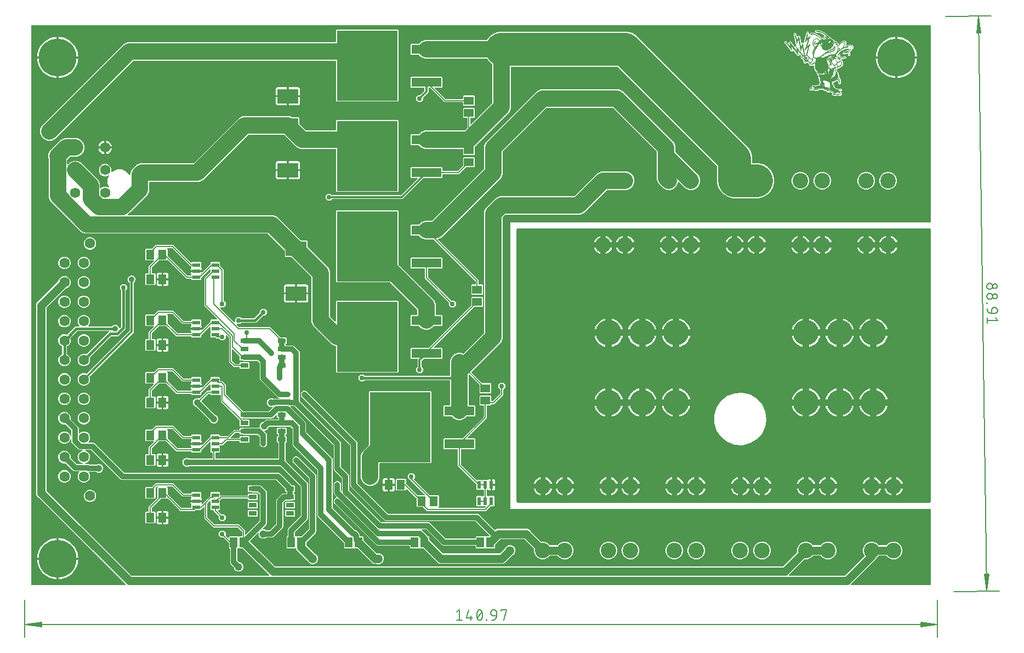
<source format=gbr>
G04 EAGLE Gerber RS-274X export*
G75*
%MOMM*%
%FSLAX34Y34*%
%LPD*%
%INTop Copper*%
%IPPOS*%
%AMOC8*
5,1,8,0,0,1.08239X$1,22.5*%
G01*
%ADD10C,0.130000*%
%ADD11C,0.152400*%
%ADD12R,4.600000X1.350000*%
%ADD13R,9.400000X10.800000*%
%ADD14C,3.960000*%
%ADD15C,2.400000*%
%ADD16R,1.500000X1.300000*%
%ADD17R,1.300000X1.500000*%
%ADD18R,0.600000X1.250000*%
%ADD19R,1.181100X0.609600*%
%ADD20R,1.168400X1.600200*%
%ADD21R,1.212000X0.700000*%
%ADD22C,5.842000*%
%ADD23C,1.590000*%
%ADD24C,1.605000*%
%ADD25R,0.269238X0.014225*%
%ADD26R,0.436881X0.013969*%
%ADD27R,0.139700X0.014225*%
%ADD28R,0.040638X0.014225*%
%ADD29R,0.195575X0.014225*%
%ADD30R,0.114300X0.013969*%
%ADD31R,0.142238X0.013969*%
%ADD32R,0.086356X0.014225*%
%ADD33R,0.099056X0.014225*%
%ADD34R,0.043175X0.014225*%
%ADD35R,0.055875X0.014225*%
%ADD36R,0.083819X0.014225*%
%ADD37R,0.043181X0.013969*%
%ADD38R,0.012700X0.013969*%
%ADD39R,0.182881X0.013969*%
%ADD40R,0.083819X0.013969*%
%ADD41R,0.309881X0.014225*%
%ADD42R,0.055881X0.014225*%
%ADD43R,0.111756X0.013969*%
%ADD44R,0.055881X0.013969*%
%ADD45R,0.127000X0.014225*%
%ADD46R,0.071119X0.014225*%
%ADD47R,0.170175X0.013969*%
%ADD48R,0.071119X0.013969*%
%ADD49R,0.167637X0.014225*%
%ADD50R,0.027938X0.013969*%
%ADD51R,0.043175X0.013969*%
%ADD52R,0.043181X0.014225*%
%ADD53R,0.058419X0.013969*%
%ADD54R,0.040638X0.013969*%
%ADD55R,0.055875X0.013969*%
%ADD56R,0.154938X0.013969*%
%ADD57R,0.213356X0.014225*%
%ADD58R,0.068575X0.014225*%
%ADD59R,0.254000X0.014225*%
%ADD60R,0.281938X0.013969*%
%ADD61R,0.027938X0.014225*%
%ADD62R,0.337819X0.014225*%
%ADD63R,0.436875X0.013969*%
%ADD64R,0.086363X0.013969*%
%ADD65R,0.548638X0.014225*%
%ADD66R,0.889000X0.013969*%
%ADD67R,0.916938X0.014225*%
%ADD68R,0.932181X0.013969*%
%ADD69R,0.960119X0.014225*%
%ADD70R,0.988056X0.013969*%
%ADD71R,0.985519X0.014225*%
%ADD72R,1.000756X0.013969*%
%ADD73R,1.016000X0.014225*%
%ADD74R,0.068575X0.013969*%
%ADD75R,1.043937X0.013969*%
%ADD76R,1.043937X0.014225*%
%ADD77R,0.086356X0.013969*%
%ADD78R,1.059175X0.013969*%
%ADD79R,0.099063X0.014225*%
%ADD80R,1.056638X0.014225*%
%ADD81R,0.058419X0.014225*%
%ADD82R,1.074419X0.014225*%
%ADD83R,1.087119X0.013969*%
%ADD84R,1.087119X0.014225*%
%ADD85R,0.127000X0.013969*%
%ADD86R,0.096519X0.013969*%
%ADD87R,1.099819X0.013969*%
%ADD88R,0.185419X0.014225*%
%ADD89R,1.071875X0.014225*%
%ADD90R,1.084575X0.013969*%
%ADD91R,1.071881X0.014225*%
%ADD92R,1.071881X0.013969*%
%ADD93R,0.210819X0.014225*%
%ADD94R,0.012700X0.014225*%
%ADD95R,0.198119X0.013969*%
%ADD96R,0.142238X0.014225*%
%ADD97R,0.015238X0.014225*%
%ADD98R,1.031238X0.014225*%
%ADD99R,1.031238X0.013969*%
%ADD100R,1.028700X0.014225*%
%ADD101R,0.015238X0.013969*%
%ADD102R,1.028700X0.013969*%
%ADD103R,0.241300X0.013969*%
%ADD104R,0.353056X0.014225*%
%ADD105R,0.030481X0.013969*%
%ADD106R,0.647700X0.013969*%
%ADD107R,0.281938X0.014225*%
%ADD108R,0.154938X0.014225*%
%ADD109R,1.706881X0.014225*%
%ADD110R,1.651000X0.014225*%
%ADD111R,0.210819X0.013969*%
%ADD112R,1.582419X0.013969*%
%ADD113R,0.817881X0.014225*%
%ADD114R,0.932181X0.014225*%
%ADD115R,0.746756X0.013969*%
%ADD116R,0.312419X0.013969*%
%ADD117R,0.238763X0.013969*%
%ADD118R,0.916938X0.013969*%
%ADD119R,0.226056X0.014225*%
%ADD120R,0.198119X0.014225*%
%ADD121R,0.520700X0.014225*%
%ADD122R,0.901700X0.014225*%
%ADD123R,0.170181X0.013969*%
%ADD124R,0.185419X0.013969*%
%ADD125R,0.099056X0.013969*%
%ADD126R,0.421637X0.013969*%
%ADD127R,0.876300X0.013969*%
%ADD128R,0.111763X0.014225*%
%ADD129R,0.182875X0.014225*%
%ADD130R,0.238756X0.014225*%
%ADD131R,0.436881X0.014225*%
%ADD132R,0.861056X0.014225*%
%ADD133R,0.167637X0.013969*%
%ADD134R,0.365756X0.013969*%
%ADD135R,0.452119X0.013969*%
%ADD136R,0.817881X0.013969*%
%ADD137R,0.170181X0.014225*%
%ADD138R,0.325119X0.014225*%
%ADD139R,0.408938X0.014225*%
%ADD140R,0.805181X0.014225*%
%ADD141R,0.579119X0.014225*%
%ADD142R,0.777238X0.014225*%
%ADD143R,0.157481X0.013969*%
%ADD144R,0.873756X0.013969*%
%ADD145R,0.718819X0.013969*%
%ADD146R,0.111756X0.014225*%
%ADD147R,0.876300X0.014225*%
%ADD148R,0.480056X0.014225*%
%ADD149R,0.213356X0.013969*%
%ADD150R,0.802638X0.013969*%
%ADD151R,0.139700X0.013969*%
%ADD152R,1.257300X0.014225*%
%ADD153R,0.452119X0.014225*%
%ADD154R,1.155700X0.013969*%
%ADD155R,1.059175X0.014225*%
%ADD156R,0.396238X0.013969*%
%ADD157R,0.972819X0.013969*%
%ADD158R,0.929638X0.014225*%
%ADD159R,0.421637X0.014225*%
%ADD160R,0.563875X0.014225*%
%ADD161R,1.198875X0.014225*%
%ADD162R,0.650238X0.013969*%
%ADD163R,0.408938X0.013969*%
%ADD164R,0.746756X0.014225*%
%ADD165R,0.975356X0.014225*%
%ADD166R,0.845819X0.013969*%
%ADD167R,0.904238X0.013969*%
%ADD168R,0.563881X0.013969*%
%ADD169R,0.365756X0.014225*%
%ADD170R,0.563881X0.014225*%
%ADD171R,1.115063X0.013969*%
%ADD172R,0.551181X0.013969*%
%ADD173R,1.524000X0.014225*%
%ADD174R,0.535938X0.014225*%
%ADD175R,1.496056X0.013969*%
%ADD176R,0.538481X0.013969*%
%ADD177R,1.579881X0.014225*%
%ADD178R,0.538481X0.014225*%
%ADD179R,0.114300X0.014225*%
%ADD180R,1.694175X0.014225*%
%ADD181R,1.805938X0.013969*%
%ADD182R,1.805938X0.014225*%
%ADD183R,1.778000X0.013969*%
%ADD184R,1.818638X0.014225*%
%ADD185R,0.322575X0.013969*%
%ADD186R,1.369063X0.013969*%
%ADD187R,0.579119X0.013969*%
%ADD188R,1.328419X0.014225*%
%ADD189R,0.566419X0.014225*%
%ADD190R,1.285238X0.013969*%
%ADD191R,0.566419X0.013969*%
%ADD192R,1.226819X0.014225*%
%ADD193R,1.198881X0.014225*%
%ADD194R,1.143000X0.013969*%
%ADD195R,1.099819X0.014225*%
%ADD196R,0.988056X0.014225*%
%ADD197R,0.901700X0.013969*%
%ADD198R,0.353056X0.013969*%
%ADD199R,0.523238X0.014225*%
%ADD200R,0.337819X0.013969*%
%ADD201R,0.467356X0.013969*%
%ADD202R,0.322575X0.014225*%
%ADD203R,0.157481X0.014225*%
%ADD204R,0.266700X0.013969*%
%ADD205R,0.396238X0.014225*%
%ADD206R,0.619756X0.013969*%
%ADD207R,0.619756X0.014225*%
%ADD208R,0.294637X0.014225*%
%ADD209R,0.591819X0.013969*%
%ADD210R,0.294637X0.013969*%
%ADD211R,0.591819X0.014225*%
%ADD212R,0.604519X0.013969*%
%ADD213R,0.325119X0.013969*%
%ADD214R,0.604519X0.014225*%
%ADD215R,0.353063X0.013969*%
%ADD216R,0.353063X0.014225*%
%ADD217R,0.563875X0.013969*%
%ADD218R,0.365762X0.013969*%
%ADD219R,0.576575X0.014225*%
%ADD220R,0.365762X0.014225*%
%ADD221R,0.607056X0.013969*%
%ADD222R,0.607056X0.014225*%
%ADD223R,0.381000X0.014225*%
%ADD224R,0.381000X0.013969*%
%ADD225R,0.393700X0.014225*%
%ADD226R,0.393700X0.013969*%
%ADD227R,0.492756X0.014225*%
%ADD228R,0.254000X0.013969*%
%ADD229R,0.238756X0.013969*%
%ADD230R,0.269238X0.013969*%
%ADD231R,0.309881X0.013969*%
%ADD232R,0.480056X0.013969*%
%ADD233R,0.340356X0.013969*%
%ADD234R,0.340356X0.014225*%
%ADD235R,0.706119X0.014225*%
%ADD236R,0.774700X0.013969*%
%ADD237R,0.030481X0.014225*%
%ADD238R,1.003300X0.013969*%
%ADD239R,1.059181X0.014225*%
%ADD240R,1.115056X0.013969*%
%ADD241R,1.170937X0.014225*%
%ADD242R,0.424175X0.013969*%
%ADD243R,1.214119X0.013969*%
%ADD244R,0.424175X0.014225*%
%ADD245R,1.313181X0.014225*%
%ADD246R,1.455419X0.013969*%
%ADD247R,0.436875X0.014225*%
%ADD248R,1.567181X0.014225*%
%ADD249R,0.182875X0.013969*%
%ADD250R,0.464819X0.014225*%
%ADD251R,0.464819X0.013969*%
%ADD252R,1.270000X0.013969*%
%ADD253R,1.297937X0.014225*%
%ADD254R,1.341119X0.013969*%
%ADD255R,1.384300X0.014225*%
%ADD256R,0.492756X0.013969*%
%ADD257R,1.381763X0.013969*%
%ADD258R,0.508000X0.014225*%
%ADD259R,1.397000X0.014225*%
%ADD260R,1.424937X0.014225*%
%ADD261R,0.523238X0.013969*%
%ADD262R,1.440175X0.013969*%
%ADD263R,0.424181X0.014225*%
%ADD264R,0.635000X0.014225*%
%ADD265R,0.833119X0.014225*%
%ADD266R,1.709419X0.013969*%
%ADD267R,0.833119X0.013969*%
%ADD268R,1.709419X0.014225*%
%ADD269R,1.694181X0.014225*%
%ADD270R,0.817875X0.014225*%
%ADD271R,1.694181X0.013969*%
%ADD272R,0.762000X0.013969*%
%ADD273R,0.762000X0.014225*%
%ADD274R,0.749300X0.014225*%
%ADD275R,1.722119X0.013969*%
%ADD276R,1.722119X0.014225*%
%ADD277R,0.718819X0.014225*%
%ADD278R,1.737363X0.013969*%
%ADD279R,1.750063X0.014225*%
%ADD280R,0.703575X0.014225*%
%ADD281R,1.750063X0.013969*%
%ADD282R,0.690875X0.013969*%
%ADD283R,0.678181X0.014225*%
%ADD284R,1.765300X0.013969*%
%ADD285R,0.678181X0.013969*%
%ADD286R,1.765300X0.014225*%
%ADD287R,0.665481X0.014225*%
%ADD288R,1.750056X0.014225*%
%ADD289R,0.650238X0.014225*%
%ADD290R,1.762756X0.013969*%
%ADD291R,1.762756X0.014225*%
%ADD292R,1.793238X0.014225*%
%ADD293R,0.622300X0.014225*%
%ADD294R,1.793238X0.013969*%
%ADD295R,0.619762X0.013969*%
%ADD296R,0.607063X0.014225*%
%ADD297R,0.622300X0.013969*%
%ADD298R,1.821175X0.014225*%
%ADD299R,1.833875X0.014225*%
%ADD300R,1.846575X0.013969*%
%ADD301R,1.861819X0.014225*%
%ADD302R,1.861819X0.013969*%
%ADD303R,0.576575X0.013969*%
%ADD304R,1.874519X0.014225*%
%ADD305R,1.889756X0.013969*%
%ADD306R,1.889756X0.014225*%
%ADD307R,0.551175X0.013969*%
%ADD308R,1.920238X0.014225*%
%ADD309R,1.932938X0.014225*%
%ADD310R,1.948181X0.013969*%
%ADD311R,1.948181X0.014225*%
%ADD312R,1.960881X0.013969*%
%ADD313R,0.495300X0.013969*%
%ADD314R,1.976119X0.014225*%
%ADD315R,0.495300X0.014225*%
%ADD316R,1.976119X0.013969*%
%ADD317R,1.988819X0.014225*%
%ADD318R,1.059181X0.013969*%
%ADD319R,0.861056X0.013969*%
%ADD320R,0.845819X0.014225*%
%ADD321R,0.830575X0.014225*%
%ADD322R,1.016000X0.013969*%
%ADD323R,0.805181X0.013969*%
%ADD324R,1.003300X0.014225*%
%ADD325R,0.749300X0.013969*%
%ADD326R,0.746762X0.014225*%
%ADD327R,0.734063X0.014225*%
%ADD328R,0.721356X0.013969*%
%ADD329R,0.675638X0.014225*%
%ADD330R,0.111763X0.013969*%
%ADD331R,0.662938X0.013969*%
%ADD332R,0.647700X0.014225*%
%ADD333R,0.662938X0.014225*%
%ADD334R,0.297181X0.014225*%
%ADD335R,0.675638X0.013969*%
%ADD336R,0.297181X0.013969*%
%ADD337R,0.690875X0.014225*%
%ADD338R,0.297175X0.013969*%
%ADD339R,0.706119X0.013969*%
%ADD340R,0.266700X0.014225*%
%ADD341R,0.350519X0.013969*%
%ADD342R,0.734056X0.014225*%
%ADD343R,0.223519X0.014225*%
%ADD344R,0.449575X0.014225*%
%ADD345R,0.368300X0.013969*%
%ADD346R,0.678175X0.014225*%
%ADD347R,0.789938X0.013969*%
%ADD348R,0.848356X0.013969*%
%ADD349R,0.944881X0.014225*%
%ADD350R,0.960119X0.013969*%
%ADD351R,0.988063X0.014225*%
%ADD352R,0.690881X0.014225*%
%ADD353R,0.690881X0.013969*%
%ADD354R,0.693419X0.014225*%
%ADD355R,1.074419X0.013969*%
%ADD356R,0.693419X0.013969*%
%ADD357R,0.312419X0.014225*%
%ADD358R,1.112519X0.013969*%
%ADD359R,1.143000X0.014225*%
%ADD360R,1.198881X0.013969*%
%ADD361R,1.214119X0.014225*%
%ADD362R,1.282700X0.013969*%
%ADD363R,1.325875X0.014225*%
%ADD364R,0.086363X0.014225*%
%ADD365R,1.353819X0.013969*%
%ADD366R,0.635000X0.013969*%
%ADD367R,1.412238X0.013969*%
%ADD368R,1.452875X0.014225*%
%ADD369R,1.465575X0.013969*%
%ADD370R,1.508756X0.014225*%
%ADD371R,1.554481X0.014225*%
%ADD372R,1.595119X0.013969*%
%ADD373R,1.595119X0.014225*%
%ADD374R,0.241300X0.014225*%
%ADD375R,1.582419X0.014225*%
%ADD376R,0.170175X0.014225*%
%ADD377R,1.905000X0.014225*%
%ADD378R,1.932938X0.013969*%
%ADD379R,1.948175X0.014225*%
%ADD380R,1.960875X0.013969*%
%ADD381R,1.960875X0.014225*%
%ADD382R,1.988819X0.013969*%
%ADD383R,0.096519X0.014225*%
%ADD384R,2.004056X0.013969*%
%ADD385R,2.004056X0.014225*%
%ADD386R,2.016756X0.014225*%
%ADD387R,2.044700X0.013969*%
%ADD388R,2.059938X0.014225*%
%ADD389R,2.059938X0.013969*%
%ADD390R,2.087881X0.013969*%
%ADD391R,2.075181X0.014225*%
%ADD392R,2.075181X0.013969*%
%ADD393R,2.159000X0.014225*%
%ADD394R,2.146300X0.014225*%
%ADD395R,2.146300X0.013969*%
%ADD396R,2.118356X0.014225*%
%ADD397R,2.103119X0.013969*%
%ADD398R,2.103119X0.014225*%
%ADD399R,2.090419X0.013969*%
%ADD400R,2.087881X0.014225*%
%ADD401R,0.099063X0.013969*%
%ADD402R,2.044700X0.014225*%
%ADD403R,2.032000X0.013969*%
%ADD404R,2.032000X0.014225*%
%ADD405R,2.115819X0.014225*%
%ADD406R,2.214881X0.014225*%
%ADD407R,2.313938X0.013969*%
%ADD408R,2.357119X0.014225*%
%ADD409R,2.090419X0.014225*%
%ADD410R,2.047238X0.013969*%
%ADD411R,2.047238X0.014225*%
%ADD412R,2.016756X0.013969*%
%ADD413R,1.960881X0.014225*%
%ADD414R,1.920238X0.013969*%
%ADD415R,1.905000X0.013969*%
%ADD416R,1.892300X0.014225*%
%ADD417R,1.892300X0.013969*%
%ADD418R,1.877056X0.014225*%
%ADD419R,1.877056X0.013969*%
%ADD420R,1.864356X0.014225*%
%ADD421R,1.889763X0.013969*%
%ADD422R,1.877063X0.014225*%
%ADD423R,1.864363X0.013969*%
%ADD424R,1.836419X0.014225*%
%ADD425R,1.836419X0.013969*%
%ADD426R,1.821181X0.014225*%
%ADD427R,1.821181X0.013969*%
%ADD428R,1.747519X0.013969*%
%ADD429R,1.734819X0.014225*%
%ADD430R,1.734819X0.013969*%
%ADD431R,1.706875X0.013969*%
%ADD432R,1.691638X0.014225*%
%ADD433R,1.666238X0.013969*%
%ADD434R,1.666238X0.014225*%
%ADD435R,1.651000X0.013969*%
%ADD436R,1.635763X0.014225*%
%ADD437R,1.635763X0.013969*%
%ADD438R,1.623063X0.014225*%
%ADD439R,1.610363X0.013969*%
%ADD440R,1.579881X0.013969*%
%ADD441R,1.567181X0.013969*%
%ADD442R,1.551937X0.014225*%
%ADD443R,1.539238X0.013969*%
%ADD444R,1.524000X0.013969*%
%ADD445R,1.496056X0.014225*%
%ADD446R,1.508756X0.013969*%
%ADD447R,1.536700X0.014225*%
%ADD448R,1.564638X0.013969*%
%ADD449R,1.579875X0.014225*%
%ADD450R,1.635756X0.013969*%
%ADD451R,0.226062X0.013969*%
%ADD452R,0.368300X0.014225*%
%ADD453R,1.778000X0.014225*%
%ADD454R,1.864356X0.013969*%
%ADD455R,0.182881X0.014225*%
%ADD456R,1.000756X0.014225*%
%ADD457R,0.548638X0.013969*%
%ADD458R,0.195575X0.013969*%
%ADD459R,0.213363X0.013969*%
%ADD460R,0.520700X0.013969*%
%ADD461R,0.226062X0.014225*%
%ADD462R,0.477519X0.014225*%
%ADD463R,0.439419X0.014225*%
%ADD464R,0.340363X0.014225*%
%ADD465R,0.411481X0.013969*%
%ADD466R,0.309875X0.013969*%
%ADD467R,0.309875X0.014225*%
%ADD468R,0.297175X0.014225*%
%ADD469R,0.889000X0.014225*%
%ADD470R,0.848363X0.013969*%
%ADD471R,0.789938X0.014225*%
%ADD472R,0.480063X0.014225*%
%ADD473R,0.226056X0.013969*%
%ADD474R,0.284481X0.013969*%
%ADD475R,0.223519X0.013969*%
%ADD476R,0.238763X0.014225*%
%ADD477R,0.975363X0.014225*%
%ADD478R,1.127756X0.014225*%
%ADD479R,1.186181X0.014225*%
%ADD480R,1.229356X0.014225*%
%ADD481R,0.213363X0.014225*%
%ADD482R,1.270000X0.014225*%
%ADD483R,1.328419X0.013969*%
%ADD484R,1.369063X0.014225*%
%ADD485R,0.535938X0.013969*%
%ADD486R,0.932175X0.013969*%
%ADD487R,0.284481X0.014225*%
%ADD488R,1.229356X0.013969*%
%ADD489R,1.297937X0.013969*%
%ADD490R,0.551175X0.014225*%
%ADD491R,1.341119X0.014225*%
%ADD492R,1.511300X0.014225*%
%ADD493R,1.536700X0.013969*%
%ADD494R,0.424181X0.013969*%
%ADD495R,1.623056X0.013969*%
%ADD496R,1.623056X0.014225*%
%ADD497R,1.381756X0.013969*%
%ADD498R,1.381756X0.014225*%
%ADD499R,1.412238X0.014225*%
%ADD500R,1.424937X0.013969*%
%ADD501R,1.440175X0.014225*%
%ADD502R,1.468119X0.014225*%
%ADD503R,1.468119X0.013969*%
%ADD504R,1.480819X0.014225*%
%ADD505R,1.480819X0.013969*%
%ADD506R,1.483356X0.013969*%
%ADD507R,1.483356X0.014225*%
%ADD508R,1.496063X0.014225*%
%ADD509R,1.496063X0.013969*%
%ADD510R,1.508763X0.014225*%
%ADD511R,1.511300X0.013969*%
%ADD512R,1.440181X0.014225*%
%ADD513R,0.508000X0.013969*%
%ADD514R,1.427481X0.013969*%
%ADD515R,0.957575X0.013969*%
%ADD516R,0.594356X0.014225*%
%ADD517R,0.721356X0.014225*%
%ADD518R,1.551937X0.013969*%
%ADD519R,1.846575X0.014225*%
%ADD520R,1.849119X0.013969*%
%ADD521R,1.889763X0.014225*%
%ADD522R,1.849119X0.014225*%
%ADD523R,0.985519X0.013969*%
%ADD524R,0.861063X0.013969*%
%ADD525R,0.774700X0.014225*%
%ADD526R,0.467356X0.014225*%
%ADD527R,0.703575X0.013969*%
%ADD528R,0.480063X0.013969*%
%ADD529R,3.180000X2.250000*%
%ADD530C,2.540000*%
%ADD531C,5.080000*%
%ADD532C,1.500000*%
%ADD533C,0.304800*%
%ADD534C,0.756400*%
%ADD535C,0.906400*%
%ADD536C,0.406400*%
%ADD537C,1.270000*%
%ADD538C,0.812800*%
%ADD539C,1.056400*%
%ADD540C,1.156400*%
%ADD541C,1.350000*%

G36*
X154736Y10172D02*
X154736Y10172D01*
X154807Y10174D01*
X154856Y10192D01*
X154908Y10200D01*
X154971Y10234D01*
X155038Y10259D01*
X155079Y10291D01*
X155125Y10316D01*
X155174Y10367D01*
X155230Y10412D01*
X155259Y10456D01*
X155294Y10494D01*
X155325Y10559D01*
X155363Y10619D01*
X155376Y10670D01*
X155398Y10717D01*
X155406Y10788D01*
X155423Y10858D01*
X155419Y10910D01*
X155425Y10961D01*
X155410Y11032D01*
X155404Y11103D01*
X155384Y11151D01*
X155373Y11202D01*
X155336Y11263D01*
X155308Y11329D01*
X155263Y11385D01*
X155247Y11413D01*
X155229Y11428D01*
X155203Y11460D01*
X21046Y145617D01*
X18724Y147939D01*
X17525Y150834D01*
X17525Y443666D01*
X18724Y446561D01*
X51427Y479264D01*
X51480Y479338D01*
X51540Y479407D01*
X51552Y479437D01*
X51571Y479464D01*
X51598Y479551D01*
X51632Y479635D01*
X51636Y479676D01*
X51643Y479699D01*
X51642Y479731D01*
X51650Y479799D01*
X53104Y483310D01*
X55790Y485996D01*
X59300Y487450D01*
X63100Y487450D01*
X66610Y485996D01*
X69296Y483310D01*
X70750Y479800D01*
X70750Y476000D01*
X69296Y472490D01*
X66610Y469804D01*
X63098Y468350D01*
X63012Y468336D01*
X62921Y468328D01*
X62891Y468316D01*
X62859Y468311D01*
X62779Y468268D01*
X62695Y468232D01*
X62663Y468206D01*
X62642Y468195D01*
X62620Y468172D01*
X62564Y468127D01*
X33498Y439061D01*
X33445Y438987D01*
X33385Y438918D01*
X33373Y438888D01*
X33354Y438861D01*
X33327Y438774D01*
X33293Y438690D01*
X33289Y438649D01*
X33282Y438626D01*
X33283Y438594D01*
X33275Y438523D01*
X33275Y155977D01*
X33289Y155887D01*
X33297Y155796D01*
X33309Y155766D01*
X33314Y155734D01*
X33357Y155654D01*
X33393Y155570D01*
X33419Y155538D01*
X33430Y155517D01*
X33453Y155495D01*
X33498Y155439D01*
X164329Y24608D01*
X164403Y24555D01*
X164472Y24495D01*
X164502Y24483D01*
X164529Y24464D01*
X164616Y24437D01*
X164700Y24403D01*
X164741Y24399D01*
X164764Y24392D01*
X164796Y24393D01*
X164867Y24385D01*
X376661Y24385D01*
X376732Y24396D01*
X376803Y24398D01*
X376852Y24416D01*
X376904Y24424D01*
X376967Y24458D01*
X377034Y24483D01*
X377075Y24515D01*
X377121Y24540D01*
X377170Y24592D01*
X377226Y24636D01*
X377255Y24680D01*
X377290Y24718D01*
X377321Y24783D01*
X377359Y24843D01*
X377372Y24894D01*
X377394Y24941D01*
X377402Y25012D01*
X377419Y25082D01*
X377415Y25134D01*
X377421Y25185D01*
X377406Y25256D01*
X377400Y25327D01*
X377380Y25375D01*
X377369Y25426D01*
X377332Y25487D01*
X377304Y25553D01*
X377259Y25609D01*
X377243Y25637D01*
X377225Y25652D01*
X377199Y25684D01*
X376503Y26380D01*
X336432Y66451D01*
X336358Y66504D01*
X336289Y66564D01*
X336259Y66576D01*
X336232Y66595D01*
X336145Y66622D01*
X336061Y66656D01*
X336020Y66660D01*
X335997Y66667D01*
X335965Y66666D01*
X335894Y66674D01*
X331346Y66674D01*
X330738Y67282D01*
X330722Y67294D01*
X330710Y67310D01*
X330622Y67366D01*
X330539Y67426D01*
X330520Y67432D01*
X330503Y67443D01*
X330402Y67468D01*
X330303Y67498D01*
X330284Y67498D01*
X330264Y67503D01*
X330161Y67495D01*
X330058Y67492D01*
X330039Y67485D01*
X330019Y67484D01*
X329924Y67443D01*
X329827Y67408D01*
X329811Y67395D01*
X329793Y67387D01*
X329662Y67282D01*
X329054Y66674D01*
X328930Y66674D01*
X328910Y66671D01*
X328891Y66673D01*
X328789Y66651D01*
X328687Y66635D01*
X328670Y66625D01*
X328650Y66621D01*
X328561Y66568D01*
X328470Y66519D01*
X328456Y66505D01*
X328439Y66495D01*
X328372Y66416D01*
X328300Y66341D01*
X328292Y66323D01*
X328279Y66308D01*
X328240Y66212D01*
X328197Y66118D01*
X328195Y66098D01*
X328187Y66080D01*
X328169Y65913D01*
X328169Y48350D01*
X328183Y48260D01*
X328191Y48169D01*
X328203Y48139D01*
X328208Y48108D01*
X328251Y48027D01*
X328287Y47943D01*
X328313Y47911D01*
X328324Y47890D01*
X328347Y47868D01*
X328392Y47812D01*
X330574Y45630D01*
X330648Y45577D01*
X330717Y45517D01*
X330748Y45505D01*
X330774Y45486D01*
X330861Y45459D01*
X330946Y45425D01*
X330986Y45421D01*
X331009Y45414D01*
X331041Y45415D01*
X331112Y45407D01*
X331653Y45407D01*
X334339Y44294D01*
X336394Y42239D01*
X337507Y39553D01*
X337507Y36647D01*
X336394Y33961D01*
X334339Y31906D01*
X331653Y30793D01*
X328747Y30793D01*
X326061Y31906D01*
X324006Y33961D01*
X322893Y36647D01*
X322893Y37188D01*
X322879Y37278D01*
X322871Y37369D01*
X322859Y37399D01*
X322854Y37430D01*
X322811Y37511D01*
X322775Y37595D01*
X322749Y37627D01*
X322738Y37648D01*
X322715Y37670D01*
X322670Y37726D01*
X317842Y42554D01*
X316991Y44608D01*
X316991Y65913D01*
X316988Y65933D01*
X316990Y65952D01*
X316968Y66054D01*
X316952Y66156D01*
X316942Y66173D01*
X316938Y66193D01*
X316885Y66282D01*
X316836Y66373D01*
X316822Y66387D01*
X316812Y66404D01*
X316733Y66471D01*
X316658Y66543D01*
X316640Y66551D01*
X316625Y66564D01*
X316529Y66603D01*
X316435Y66646D01*
X316415Y66648D01*
X316397Y66656D01*
X316230Y66674D01*
X316106Y66674D01*
X315213Y67567D01*
X315213Y74937D01*
X315199Y75028D01*
X315191Y75118D01*
X315179Y75148D01*
X315174Y75180D01*
X315131Y75261D01*
X315095Y75345D01*
X315069Y75377D01*
X315058Y75398D01*
X315035Y75420D01*
X314990Y75476D01*
X307096Y83370D01*
X307022Y83423D01*
X306952Y83483D01*
X306922Y83495D01*
X306896Y83514D01*
X306809Y83541D01*
X306724Y83575D01*
X306683Y83579D01*
X306661Y83586D01*
X306629Y83585D01*
X306557Y83593D01*
X302602Y83593D01*
X299493Y86702D01*
X299493Y91098D01*
X302602Y94207D01*
X306998Y94207D01*
X310107Y91098D01*
X310107Y87143D01*
X310121Y87052D01*
X310129Y86962D01*
X310141Y86932D01*
X310146Y86900D01*
X310189Y86819D01*
X310225Y86735D01*
X310251Y86703D01*
X310262Y86682D01*
X310285Y86660D01*
X310330Y86604D01*
X313914Y83020D01*
X313972Y82978D01*
X314024Y82929D01*
X314071Y82907D01*
X314113Y82877D01*
X314182Y82856D01*
X314247Y82825D01*
X314299Y82820D01*
X314349Y82804D01*
X314420Y82806D01*
X314491Y82798D01*
X314542Y82809D01*
X314594Y82811D01*
X314662Y82835D01*
X314732Y82850D01*
X314777Y82877D01*
X314825Y82895D01*
X314881Y82940D01*
X314943Y82977D01*
X314977Y83016D01*
X315017Y83049D01*
X315056Y83109D01*
X315103Y83164D01*
X315122Y83212D01*
X315150Y83256D01*
X315168Y83325D01*
X315195Y83392D01*
X315203Y83463D01*
X315211Y83494D01*
X315209Y83518D01*
X315213Y83558D01*
X315213Y84833D01*
X316106Y85726D01*
X329054Y85726D01*
X329662Y85118D01*
X329678Y85106D01*
X329690Y85090D01*
X329778Y85034D01*
X329861Y84974D01*
X329880Y84968D01*
X329897Y84957D01*
X329998Y84932D01*
X330097Y84902D01*
X330116Y84902D01*
X330136Y84897D01*
X330239Y84905D01*
X330342Y84908D01*
X330361Y84915D01*
X330381Y84916D01*
X330476Y84957D01*
X330573Y84992D01*
X330589Y85005D01*
X330607Y85013D01*
X330738Y85118D01*
X331346Y85726D01*
X334772Y85726D01*
X334792Y85729D01*
X334811Y85727D01*
X334913Y85749D01*
X335015Y85765D01*
X335032Y85775D01*
X335052Y85779D01*
X335141Y85832D01*
X335232Y85881D01*
X335246Y85895D01*
X335263Y85905D01*
X335330Y85984D01*
X335402Y86059D01*
X335410Y86077D01*
X335423Y86092D01*
X335462Y86188D01*
X335505Y86282D01*
X335507Y86302D01*
X335515Y86320D01*
X335533Y86487D01*
X335533Y92717D01*
X335519Y92808D01*
X335511Y92898D01*
X335499Y92928D01*
X335494Y92960D01*
X335451Y93041D01*
X335415Y93125D01*
X335389Y93157D01*
X335378Y93178D01*
X335355Y93200D01*
X335310Y93256D01*
X329476Y99090D01*
X329402Y99143D01*
X329332Y99203D01*
X329302Y99215D01*
X329276Y99234D01*
X329189Y99261D01*
X329104Y99295D01*
X329063Y99299D01*
X329041Y99306D01*
X329009Y99305D01*
X328937Y99313D01*
X291153Y99313D01*
X277113Y113353D01*
X277113Y129859D01*
X277102Y129930D01*
X277100Y130002D01*
X277082Y130051D01*
X277074Y130102D01*
X277040Y130166D01*
X277015Y130233D01*
X276983Y130274D01*
X276958Y130320D01*
X276906Y130369D01*
X276862Y130425D01*
X276818Y130453D01*
X276780Y130489D01*
X276715Y130519D01*
X276655Y130558D01*
X276604Y130571D01*
X276557Y130593D01*
X276486Y130600D01*
X276416Y130618D01*
X276364Y130614D01*
X276313Y130620D01*
X276242Y130604D01*
X276171Y130599D01*
X276123Y130578D01*
X276072Y130567D01*
X276011Y130531D01*
X275945Y130503D01*
X275889Y130458D01*
X275861Y130441D01*
X275846Y130423D01*
X275814Y130398D01*
X273329Y127913D01*
X272923Y127913D01*
X272903Y127910D01*
X272884Y127912D01*
X272782Y127890D01*
X272680Y127874D01*
X272663Y127864D01*
X272643Y127860D01*
X272554Y127807D01*
X272463Y127758D01*
X272449Y127744D01*
X272432Y127734D01*
X272365Y127655D01*
X272293Y127580D01*
X272285Y127562D01*
X272272Y127547D01*
X272233Y127451D01*
X272190Y127357D01*
X272188Y127337D01*
X272180Y127319D01*
X272162Y127152D01*
X272162Y126520D01*
X271269Y125627D01*
X263708Y125627D01*
X263618Y125613D01*
X263527Y125605D01*
X263497Y125593D01*
X263465Y125588D01*
X263385Y125545D01*
X263301Y125509D01*
X263269Y125483D01*
X263248Y125472D01*
X263226Y125449D01*
X263170Y125404D01*
X262479Y124713D01*
X240353Y124713D01*
X238790Y126276D01*
X221299Y143767D01*
X221283Y143778D01*
X221271Y143794D01*
X221183Y143850D01*
X221100Y143910D01*
X221081Y143916D01*
X221064Y143927D01*
X220963Y143952D01*
X220865Y143983D01*
X220845Y143982D01*
X220825Y143987D01*
X220722Y143979D01*
X220619Y143976D01*
X220600Y143969D01*
X220580Y143968D01*
X220485Y143927D01*
X220388Y143892D01*
X220372Y143879D01*
X220354Y143871D01*
X220223Y143767D01*
X219832Y143375D01*
X210424Y143375D01*
X210334Y143361D01*
X210243Y143353D01*
X210214Y143341D01*
X210182Y143336D01*
X210101Y143293D01*
X210017Y143257D01*
X209985Y143231D01*
X209964Y143220D01*
X209942Y143197D01*
X209886Y143152D01*
X196210Y129476D01*
X196157Y129402D01*
X196097Y129332D01*
X196085Y129302D01*
X196066Y129276D01*
X196039Y129189D01*
X196005Y129104D01*
X196001Y129063D01*
X195994Y129041D01*
X195995Y129009D01*
X195987Y128937D01*
X195987Y124086D01*
X195990Y124066D01*
X195988Y124047D01*
X196010Y123945D01*
X196026Y123843D01*
X196036Y123826D01*
X196040Y123806D01*
X196093Y123717D01*
X196142Y123626D01*
X196156Y123612D01*
X196166Y123595D01*
X196245Y123528D01*
X196320Y123456D01*
X196338Y123448D01*
X196353Y123435D01*
X196449Y123396D01*
X196543Y123353D01*
X196563Y123351D01*
X196581Y123343D01*
X196748Y123325D01*
X200832Y123325D01*
X201725Y122432D01*
X201725Y106168D01*
X200832Y105275D01*
X186568Y105275D01*
X185675Y106168D01*
X185675Y122432D01*
X186568Y123325D01*
X190652Y123325D01*
X190672Y123328D01*
X190691Y123326D01*
X190793Y123348D01*
X190895Y123364D01*
X190912Y123374D01*
X190932Y123378D01*
X191021Y123431D01*
X191112Y123480D01*
X191126Y123494D01*
X191143Y123504D01*
X191210Y123583D01*
X191282Y123658D01*
X191290Y123676D01*
X191303Y123691D01*
X191342Y123787D01*
X191385Y123881D01*
X191387Y123901D01*
X191395Y123919D01*
X191413Y124086D01*
X191413Y131147D01*
X204452Y144186D01*
X204505Y144260D01*
X204565Y144330D01*
X204577Y144360D01*
X204596Y144386D01*
X204623Y144473D01*
X204657Y144558D01*
X204661Y144599D01*
X204668Y144621D01*
X204667Y144653D01*
X204675Y144724D01*
X204675Y160532D01*
X205657Y161514D01*
X205699Y161572D01*
X205749Y161624D01*
X205771Y161671D01*
X205801Y161713D01*
X205822Y161782D01*
X205852Y161847D01*
X205858Y161899D01*
X205873Y161949D01*
X205871Y162020D01*
X205879Y162091D01*
X205868Y162142D01*
X205867Y162194D01*
X205842Y162262D01*
X205827Y162332D01*
X205800Y162377D01*
X205783Y162425D01*
X205738Y162481D01*
X205701Y162543D01*
X205661Y162577D01*
X205629Y162617D01*
X205569Y162656D01*
X205514Y162703D01*
X205466Y162722D01*
X205422Y162750D01*
X205352Y162768D01*
X205286Y162795D01*
X205215Y162803D01*
X205183Y162811D01*
X205160Y162809D01*
X205119Y162813D01*
X204463Y162813D01*
X204372Y162799D01*
X204282Y162791D01*
X204252Y162779D01*
X204220Y162774D01*
X204139Y162731D01*
X204055Y162695D01*
X204023Y162669D01*
X204002Y162658D01*
X203980Y162635D01*
X203924Y162590D01*
X201948Y160614D01*
X201895Y160540D01*
X201835Y160470D01*
X201823Y160440D01*
X201804Y160414D01*
X201777Y160327D01*
X201743Y160242D01*
X201739Y160201D01*
X201732Y160179D01*
X201733Y160147D01*
X201725Y160075D01*
X201725Y144268D01*
X200832Y143375D01*
X186568Y143375D01*
X185675Y144268D01*
X185675Y160532D01*
X186568Y161425D01*
X195975Y161425D01*
X196066Y161439D01*
X196156Y161447D01*
X196186Y161459D01*
X196218Y161464D01*
X196299Y161507D01*
X196383Y161543D01*
X196415Y161569D01*
X196436Y161580D01*
X196458Y161603D01*
X196514Y161648D01*
X202253Y167387D01*
X229547Y167387D01*
X245224Y151710D01*
X245298Y151657D01*
X245368Y151597D01*
X245398Y151585D01*
X245424Y151566D01*
X245511Y151539D01*
X245596Y151505D01*
X245637Y151501D01*
X245659Y151494D01*
X245691Y151495D01*
X245763Y151487D01*
X256540Y151487D01*
X256560Y151490D01*
X256579Y151488D01*
X256681Y151510D01*
X256783Y151526D01*
X256800Y151536D01*
X256820Y151540D01*
X256909Y151593D01*
X257000Y151642D01*
X257014Y151656D01*
X257031Y151666D01*
X257098Y151745D01*
X257170Y151820D01*
X257178Y151838D01*
X257191Y151853D01*
X257230Y151949D01*
X257273Y152043D01*
X257275Y152063D01*
X257283Y152081D01*
X257301Y152248D01*
X257301Y152880D01*
X258194Y153773D01*
X271269Y153773D01*
X272162Y152880D01*
X272162Y145368D01*
X272132Y145272D01*
X272133Y145252D01*
X272128Y145233D01*
X272136Y145130D01*
X272138Y145026D01*
X272145Y145007D01*
X272147Y144987D01*
X272187Y144893D01*
X272223Y144795D01*
X272235Y144780D01*
X272243Y144761D01*
X272348Y144630D01*
X272670Y144308D01*
X273005Y143729D01*
X273178Y143082D01*
X273178Y141223D01*
X265494Y141223D01*
X265474Y141220D01*
X265454Y141222D01*
X265353Y141200D01*
X265251Y141183D01*
X265233Y141174D01*
X265214Y141170D01*
X265125Y141117D01*
X265033Y141068D01*
X265020Y141054D01*
X265003Y141044D01*
X264935Y140965D01*
X264864Y140890D01*
X264856Y140872D01*
X264843Y140857D01*
X264804Y140761D01*
X264760Y140667D01*
X264758Y140647D01*
X264751Y140629D01*
X264732Y140462D01*
X264732Y138938D01*
X264736Y138918D01*
X264733Y138899D01*
X264755Y138797D01*
X264772Y138695D01*
X264781Y138678D01*
X264786Y138658D01*
X264839Y138569D01*
X264887Y138478D01*
X264902Y138464D01*
X264912Y138447D01*
X264991Y138380D01*
X265066Y138309D01*
X265084Y138300D01*
X265099Y138287D01*
X265195Y138248D01*
X265289Y138205D01*
X265308Y138203D01*
X265327Y138195D01*
X265494Y138177D01*
X273178Y138177D01*
X273178Y136317D01*
X273149Y136210D01*
X273144Y136162D01*
X273130Y136116D01*
X273132Y136040D01*
X273124Y135965D01*
X273135Y135918D01*
X273136Y135870D01*
X273162Y135799D01*
X273179Y135725D01*
X273204Y135684D01*
X273221Y135639D01*
X273268Y135580D01*
X273308Y135515D01*
X273344Y135484D01*
X273374Y135447D01*
X273438Y135406D01*
X273496Y135357D01*
X273541Y135340D01*
X273581Y135314D01*
X273655Y135295D01*
X273725Y135268D01*
X273773Y135266D01*
X273820Y135254D01*
X273895Y135260D01*
X273971Y135256D01*
X274017Y135269D01*
X274065Y135273D01*
X274135Y135303D01*
X274208Y135323D01*
X274247Y135351D01*
X274291Y135369D01*
X274392Y135450D01*
X274410Y135463D01*
X274414Y135468D01*
X274422Y135474D01*
X276890Y137942D01*
X286415Y147467D01*
X286468Y147541D01*
X286528Y147611D01*
X286540Y147641D01*
X286559Y147667D01*
X286586Y147754D01*
X286620Y147839D01*
X286624Y147880D01*
X286631Y147902D01*
X286630Y147934D01*
X286638Y148005D01*
X286638Y152880D01*
X287531Y153773D01*
X300606Y153773D01*
X301499Y152880D01*
X301499Y149098D01*
X301502Y149078D01*
X301500Y149059D01*
X301522Y148957D01*
X301538Y148855D01*
X301548Y148838D01*
X301552Y148818D01*
X301605Y148729D01*
X301654Y148638D01*
X301668Y148624D01*
X301678Y148607D01*
X301757Y148540D01*
X301832Y148468D01*
X301850Y148460D01*
X301865Y148447D01*
X301961Y148408D01*
X302055Y148365D01*
X302075Y148363D01*
X302093Y148355D01*
X302260Y148337D01*
X343714Y148337D01*
X343734Y148340D01*
X343753Y148338D01*
X343855Y148360D01*
X343957Y148376D01*
X343974Y148386D01*
X343994Y148390D01*
X344083Y148443D01*
X344174Y148492D01*
X344188Y148506D01*
X344205Y148516D01*
X344272Y148595D01*
X344344Y148670D01*
X344352Y148688D01*
X344365Y148703D01*
X344404Y148799D01*
X344447Y148893D01*
X344449Y148913D01*
X344457Y148931D01*
X344475Y149098D01*
X344475Y150182D01*
X345368Y151075D01*
X358752Y151075D01*
X359645Y150182D01*
X359645Y141918D01*
X358752Y141025D01*
X345368Y141025D01*
X344475Y141918D01*
X344475Y143002D01*
X344472Y143022D01*
X344474Y143041D01*
X344452Y143143D01*
X344436Y143245D01*
X344426Y143262D01*
X344422Y143282D01*
X344369Y143371D01*
X344320Y143462D01*
X344306Y143476D01*
X344296Y143493D01*
X344217Y143560D01*
X344142Y143632D01*
X344124Y143640D01*
X344109Y143653D01*
X344013Y143692D01*
X343919Y143735D01*
X343899Y143737D01*
X343881Y143745D01*
X343714Y143763D01*
X304367Y143763D01*
X304277Y143749D01*
X304186Y143741D01*
X304157Y143729D01*
X304125Y143724D01*
X304044Y143681D01*
X303960Y143645D01*
X303928Y143619D01*
X303907Y143608D01*
X303885Y143585D01*
X303829Y143540D01*
X301722Y141433D01*
X301669Y141359D01*
X301609Y141289D01*
X301597Y141259D01*
X301578Y141233D01*
X301551Y141146D01*
X301517Y141061D01*
X301513Y141020D01*
X301506Y140998D01*
X301507Y140966D01*
X301499Y140895D01*
X301499Y136020D01*
X300967Y135488D01*
X300955Y135472D01*
X300939Y135460D01*
X300883Y135372D01*
X300823Y135289D01*
X300817Y135270D01*
X300806Y135253D01*
X300781Y135152D01*
X300751Y135053D01*
X300751Y135034D01*
X300746Y135014D01*
X300754Y134911D01*
X300757Y134808D01*
X300764Y134789D01*
X300765Y134769D01*
X300806Y134674D01*
X300841Y134577D01*
X300854Y134561D01*
X300862Y134543D01*
X300967Y134412D01*
X301499Y133880D01*
X301499Y126520D01*
X300606Y125627D01*
X298544Y125627D01*
X298474Y125616D01*
X298402Y125614D01*
X298353Y125596D01*
X298302Y125588D01*
X298238Y125554D01*
X298171Y125529D01*
X298130Y125497D01*
X298084Y125472D01*
X298035Y125420D01*
X297979Y125376D01*
X297951Y125332D01*
X297915Y125294D01*
X297885Y125229D01*
X297846Y125169D01*
X297833Y125118D01*
X297811Y125071D01*
X297803Y125000D01*
X297786Y124930D01*
X297790Y124878D01*
X297784Y124827D01*
X297799Y124756D01*
X297805Y124685D01*
X297825Y124637D01*
X297836Y124586D01*
X297873Y124525D01*
X297901Y124459D01*
X297946Y124403D01*
X297963Y124375D01*
X297980Y124360D01*
X298006Y124328D01*
X302504Y119830D01*
X302578Y119777D01*
X302648Y119717D01*
X302678Y119705D01*
X302704Y119686D01*
X302791Y119659D01*
X302876Y119625D01*
X302917Y119621D01*
X302939Y119614D01*
X302971Y119615D01*
X303043Y119607D01*
X306998Y119607D01*
X310107Y116498D01*
X310107Y112102D01*
X306998Y108993D01*
X302602Y108993D01*
X299493Y112102D01*
X299493Y116057D01*
X299479Y116148D01*
X299471Y116238D01*
X299459Y116268D01*
X299454Y116300D01*
X299411Y116381D01*
X299375Y116465D01*
X299349Y116497D01*
X299338Y116518D01*
X299315Y116540D01*
X299270Y116596D01*
X291782Y124084D01*
X291782Y124866D01*
X291779Y124886D01*
X291781Y124905D01*
X291759Y125007D01*
X291742Y125109D01*
X291733Y125126D01*
X291728Y125146D01*
X291675Y125235D01*
X291627Y125326D01*
X291613Y125340D01*
X291602Y125357D01*
X291524Y125424D01*
X291449Y125496D01*
X291431Y125504D01*
X291415Y125517D01*
X291319Y125556D01*
X291226Y125599D01*
X291206Y125601D01*
X291187Y125609D01*
X291021Y125627D01*
X287531Y125627D01*
X286638Y126520D01*
X286638Y133880D01*
X287170Y134412D01*
X287182Y134428D01*
X287198Y134440D01*
X287254Y134528D01*
X287314Y134611D01*
X287320Y134630D01*
X287331Y134647D01*
X287356Y134748D01*
X287386Y134847D01*
X287386Y134866D01*
X287391Y134886D01*
X287383Y134989D01*
X287380Y135092D01*
X287373Y135111D01*
X287372Y135131D01*
X287331Y135226D01*
X287296Y135323D01*
X287283Y135339D01*
X287275Y135357D01*
X287170Y135488D01*
X286638Y136020D01*
X286638Y139384D01*
X286627Y139455D01*
X286625Y139527D01*
X286607Y139576D01*
X286599Y139627D01*
X286565Y139691D01*
X286540Y139758D01*
X286508Y139799D01*
X286483Y139845D01*
X286431Y139894D01*
X286387Y139950D01*
X286343Y139978D01*
X286305Y140014D01*
X286240Y140044D01*
X286180Y140083D01*
X286129Y140096D01*
X286082Y140118D01*
X286011Y140125D01*
X285941Y140143D01*
X285889Y140139D01*
X285838Y140145D01*
X285767Y140129D01*
X285696Y140124D01*
X285648Y140103D01*
X285597Y140092D01*
X285536Y140056D01*
X285470Y140028D01*
X285414Y139983D01*
X285386Y139966D01*
X285371Y139948D01*
X285339Y139923D01*
X281910Y136494D01*
X281857Y136420D01*
X281797Y136350D01*
X281785Y136320D01*
X281766Y136294D01*
X281739Y136207D01*
X281705Y136122D01*
X281701Y136081D01*
X281694Y136059D01*
X281695Y136027D01*
X281687Y135955D01*
X281687Y115563D01*
X281701Y115472D01*
X281709Y115382D01*
X281721Y115352D01*
X281726Y115320D01*
X281769Y115239D01*
X281805Y115155D01*
X281831Y115123D01*
X281842Y115102D01*
X281865Y115080D01*
X281910Y115024D01*
X292824Y104110D01*
X292898Y104057D01*
X292968Y103997D01*
X292998Y103985D01*
X293024Y103966D01*
X293111Y103939D01*
X293196Y103905D01*
X293237Y103901D01*
X293259Y103894D01*
X293291Y103895D01*
X293363Y103887D01*
X331147Y103887D01*
X340107Y94927D01*
X340107Y88228D01*
X340118Y88157D01*
X340120Y88086D01*
X340138Y88037D01*
X340146Y87985D01*
X340180Y87922D01*
X340205Y87855D01*
X340237Y87814D01*
X340262Y87768D01*
X340314Y87719D01*
X340358Y87663D01*
X340402Y87635D01*
X340440Y87599D01*
X340505Y87569D01*
X340565Y87530D01*
X340616Y87517D01*
X340663Y87495D01*
X340734Y87487D01*
X340804Y87470D01*
X340856Y87474D01*
X340907Y87468D01*
X340978Y87483D01*
X341049Y87489D01*
X341097Y87509D01*
X341148Y87520D01*
X341209Y87557D01*
X341275Y87585D01*
X341331Y87630D01*
X341359Y87646D01*
X341374Y87664D01*
X341406Y87690D01*
X362488Y108772D01*
X362541Y108846D01*
X362601Y108915D01*
X362613Y108946D01*
X362632Y108972D01*
X362659Y109059D01*
X362693Y109144D01*
X362697Y109184D01*
X362704Y109207D01*
X362703Y109239D01*
X362711Y109310D01*
X362711Y149770D01*
X362697Y149860D01*
X362689Y149951D01*
X362677Y149981D01*
X362672Y150012D01*
X362629Y150093D01*
X362593Y150177D01*
X362567Y150209D01*
X362556Y150230D01*
X362533Y150252D01*
X362488Y150308D01*
X359858Y152938D01*
X359784Y152991D01*
X359715Y153051D01*
X359684Y153063D01*
X359658Y153082D01*
X359571Y153109D01*
X359486Y153143D01*
X359446Y153147D01*
X359423Y153154D01*
X359391Y153153D01*
X359320Y153161D01*
X350948Y153161D01*
X349727Y153667D01*
X349663Y153682D01*
X349602Y153707D01*
X349519Y153716D01*
X349487Y153723D01*
X349468Y153722D01*
X349435Y153725D01*
X345368Y153725D01*
X344475Y154618D01*
X344475Y162882D01*
X345368Y163775D01*
X349435Y163775D01*
X349500Y163785D01*
X349566Y163786D01*
X349646Y163809D01*
X349678Y163814D01*
X349695Y163824D01*
X349727Y163833D01*
X350948Y164339D01*
X363062Y164339D01*
X365116Y163488D01*
X373038Y155566D01*
X373889Y153512D01*
X373889Y105568D01*
X373038Y103514D01*
X371359Y101835D01*
X367030Y97506D01*
X366988Y97448D01*
X366939Y97396D01*
X366917Y97349D01*
X366886Y97307D01*
X366865Y97238D01*
X366835Y97173D01*
X366829Y97121D01*
X366814Y97071D01*
X366816Y97000D01*
X366808Y96929D01*
X366819Y96878D01*
X366820Y96826D01*
X366845Y96758D01*
X366860Y96688D01*
X366887Y96643D01*
X366905Y96595D01*
X366950Y96539D01*
X366986Y96477D01*
X367026Y96443D01*
X367059Y96403D01*
X367119Y96364D01*
X367173Y96317D01*
X367222Y96298D01*
X367265Y96270D01*
X367335Y96252D01*
X367401Y96225D01*
X367473Y96217D01*
X367504Y96209D01*
X367527Y96211D01*
X367568Y96207D01*
X369753Y96207D01*
X372439Y95094D01*
X372822Y94712D01*
X372896Y94658D01*
X372965Y94599D01*
X372995Y94587D01*
X373021Y94568D01*
X373108Y94541D01*
X373193Y94507D01*
X373234Y94503D01*
X373256Y94496D01*
X373289Y94497D01*
X373360Y94489D01*
X378370Y94489D01*
X378460Y94503D01*
X378551Y94511D01*
X378581Y94523D01*
X378612Y94528D01*
X378693Y94571D01*
X378777Y94607D01*
X378809Y94633D01*
X378830Y94644D01*
X378852Y94667D01*
X378908Y94712D01*
X387888Y103692D01*
X387941Y103766D01*
X388001Y103835D01*
X388013Y103866D01*
X388032Y103892D01*
X388059Y103979D01*
X388093Y104064D01*
X388097Y104104D01*
X388104Y104127D01*
X388103Y104159D01*
X388111Y104230D01*
X388111Y140812D01*
X388962Y142866D01*
X396884Y150788D01*
X398938Y151639D01*
X403590Y151639D01*
X403610Y151642D01*
X403629Y151640D01*
X403731Y151662D01*
X403833Y151678D01*
X403850Y151688D01*
X403870Y151692D01*
X403959Y151745D01*
X404050Y151794D01*
X404064Y151808D01*
X404081Y151818D01*
X404148Y151897D01*
X404220Y151972D01*
X404228Y151990D01*
X404241Y152005D01*
X404280Y152101D01*
X404323Y152195D01*
X404325Y152215D01*
X404333Y152233D01*
X404351Y152400D01*
X404351Y152964D01*
X404348Y152984D01*
X404350Y153003D01*
X404328Y153105D01*
X404312Y153207D01*
X404302Y153224D01*
X404298Y153244D01*
X404245Y153333D01*
X404196Y153424D01*
X404182Y153438D01*
X404172Y153455D01*
X404093Y153522D01*
X404018Y153594D01*
X404000Y153602D01*
X403985Y153615D01*
X403889Y153654D01*
X403795Y153697D01*
X403775Y153699D01*
X403757Y153707D01*
X403590Y153725D01*
X403248Y153725D01*
X402355Y154618D01*
X402355Y158116D01*
X402341Y158206D01*
X402333Y158297D01*
X402321Y158327D01*
X402316Y158358D01*
X402273Y158439D01*
X402237Y158523D01*
X402211Y158555D01*
X402200Y158576D01*
X402177Y158598D01*
X402132Y158654D01*
X388798Y171988D01*
X388724Y172041D01*
X388655Y172101D01*
X388624Y172113D01*
X388598Y172132D01*
X388511Y172159D01*
X388426Y172193D01*
X388386Y172197D01*
X388363Y172204D01*
X388331Y172203D01*
X388260Y172211D01*
X150188Y172211D01*
X148134Y173062D01*
X102721Y218475D01*
X102647Y218528D01*
X102578Y218588D01*
X102547Y218600D01*
X102521Y218619D01*
X102434Y218646D01*
X102349Y218680D01*
X102309Y218684D01*
X102286Y218691D01*
X102254Y218690D01*
X102183Y218698D01*
X93912Y218698D01*
X93816Y218683D01*
X93719Y218673D01*
X93695Y218663D01*
X93670Y218659D01*
X93584Y218613D01*
X93495Y218573D01*
X93475Y218556D01*
X93452Y218543D01*
X93385Y218473D01*
X93313Y218407D01*
X93301Y218384D01*
X93283Y218365D01*
X93242Y218277D01*
X93195Y218191D01*
X93190Y218166D01*
X93179Y218142D01*
X93169Y218045D01*
X93151Y217949D01*
X93155Y217923D01*
X93152Y217898D01*
X93173Y217802D01*
X93187Y217706D01*
X93199Y217683D01*
X93204Y217657D01*
X93254Y217574D01*
X93298Y217487D01*
X93317Y217468D01*
X93331Y217446D01*
X93404Y217383D01*
X93474Y217315D01*
X93503Y217299D01*
X93517Y217286D01*
X93548Y217274D01*
X93621Y217234D01*
X96610Y215996D01*
X99296Y213310D01*
X100750Y209800D01*
X100750Y206000D01*
X99296Y202490D01*
X96610Y199804D01*
X93621Y198566D01*
X93538Y198515D01*
X93452Y198469D01*
X93434Y198450D01*
X93412Y198437D01*
X93350Y198362D01*
X93283Y198291D01*
X93272Y198267D01*
X93255Y198247D01*
X93220Y198156D01*
X93179Y198068D01*
X93176Y198042D01*
X93167Y198018D01*
X93163Y197920D01*
X93152Y197824D01*
X93158Y197798D01*
X93157Y197772D01*
X93184Y197678D01*
X93204Y197583D01*
X93218Y197561D01*
X93225Y197536D01*
X93281Y197456D01*
X93331Y197372D01*
X93350Y197355D01*
X93365Y197334D01*
X93444Y197275D01*
X93517Y197212D01*
X93542Y197202D01*
X93563Y197187D01*
X93655Y197157D01*
X93746Y197120D01*
X93778Y197117D01*
X93797Y197111D01*
X93830Y197111D01*
X93912Y197102D01*
X97950Y197102D01*
X100047Y196233D01*
X100087Y196199D01*
X100117Y196187D01*
X100143Y196168D01*
X100230Y196141D01*
X100315Y196107D01*
X100356Y196103D01*
X100379Y196096D01*
X100411Y196097D01*
X100482Y196089D01*
X109947Y196089D01*
X110037Y196103D01*
X110128Y196111D01*
X110158Y196123D01*
X110190Y196128D01*
X110271Y196171D01*
X110355Y196207D01*
X110387Y196233D01*
X110407Y196244D01*
X110426Y196263D01*
X112946Y197307D01*
X115654Y197307D01*
X118156Y196270D01*
X120070Y194356D01*
X121107Y191854D01*
X121107Y189146D01*
X120070Y186644D01*
X118156Y184730D01*
X115654Y183693D01*
X112946Y183693D01*
X110408Y184745D01*
X110342Y184801D01*
X110312Y184813D01*
X110286Y184832D01*
X110199Y184859D01*
X110114Y184893D01*
X110073Y184897D01*
X110051Y184904D01*
X110019Y184903D01*
X109947Y184911D01*
X99532Y184911D01*
X99461Y184900D01*
X99389Y184898D01*
X99340Y184880D01*
X99289Y184872D01*
X99226Y184838D01*
X99158Y184813D01*
X99118Y184781D01*
X99072Y184756D01*
X99022Y184705D01*
X98966Y184660D01*
X98938Y184616D01*
X98902Y184578D01*
X98872Y184513D01*
X98833Y184453D01*
X98821Y184402D01*
X98799Y184355D01*
X98791Y184284D01*
X98773Y184214D01*
X98777Y184162D01*
X98772Y184111D01*
X98787Y184040D01*
X98792Y183969D01*
X98813Y183921D01*
X98824Y183870D01*
X98861Y183809D01*
X98889Y183743D01*
X98934Y183687D01*
X98950Y183659D01*
X98968Y183644D01*
X98994Y183612D01*
X99296Y183310D01*
X100750Y179800D01*
X100750Y176000D01*
X99296Y172490D01*
X96610Y169804D01*
X93100Y168350D01*
X89300Y168350D01*
X85790Y169804D01*
X83104Y172490D01*
X81650Y176000D01*
X81650Y179800D01*
X83104Y183310D01*
X84419Y184625D01*
X84461Y184683D01*
X84511Y184735D01*
X84533Y184782D01*
X84563Y184824D01*
X84584Y184893D01*
X84614Y184958D01*
X84620Y185010D01*
X84635Y185060D01*
X84633Y185131D01*
X84641Y185202D01*
X84630Y185253D01*
X84629Y185305D01*
X84604Y185373D01*
X84589Y185443D01*
X84562Y185488D01*
X84544Y185536D01*
X84500Y185592D01*
X84463Y185654D01*
X84423Y185688D01*
X84391Y185728D01*
X84330Y185767D01*
X84276Y185814D01*
X84228Y185833D01*
X84184Y185861D01*
X84114Y185879D01*
X84048Y185906D01*
X83976Y185914D01*
X83945Y185922D01*
X83922Y185920D01*
X83881Y185924D01*
X76475Y185924D01*
X74421Y186775D01*
X63069Y198127D01*
X62995Y198180D01*
X62926Y198240D01*
X62895Y198252D01*
X62869Y198271D01*
X62782Y198298D01*
X62697Y198332D01*
X62657Y198336D01*
X62634Y198343D01*
X62602Y198342D01*
X62531Y198350D01*
X59300Y198350D01*
X55790Y199804D01*
X53104Y202490D01*
X51650Y206000D01*
X51650Y209800D01*
X53104Y213310D01*
X55790Y215996D01*
X59300Y217450D01*
X63100Y217450D01*
X66610Y215996D01*
X69296Y213310D01*
X70750Y209800D01*
X70750Y206569D01*
X70757Y206525D01*
X70757Y206524D01*
X70758Y206517D01*
X70764Y206479D01*
X70772Y206388D01*
X70784Y206358D01*
X70789Y206327D01*
X70807Y206294D01*
X70809Y206283D01*
X70834Y206242D01*
X70868Y206162D01*
X70894Y206130D01*
X70905Y206109D01*
X70925Y206090D01*
X70935Y206072D01*
X70949Y206060D01*
X70973Y206031D01*
X79679Y197325D01*
X79753Y197272D01*
X79822Y197212D01*
X79853Y197200D01*
X79879Y197181D01*
X79966Y197154D01*
X80051Y197120D01*
X80091Y197116D01*
X80114Y197109D01*
X80146Y197110D01*
X80217Y197102D01*
X88488Y197102D01*
X88584Y197117D01*
X88681Y197127D01*
X88705Y197137D01*
X88730Y197141D01*
X88816Y197187D01*
X88905Y197227D01*
X88925Y197244D01*
X88948Y197257D01*
X89015Y197327D01*
X89087Y197393D01*
X89099Y197416D01*
X89117Y197435D01*
X89158Y197523D01*
X89205Y197609D01*
X89210Y197634D01*
X89221Y197658D01*
X89231Y197755D01*
X89249Y197851D01*
X89245Y197877D01*
X89248Y197902D01*
X89227Y197998D01*
X89213Y198094D01*
X89201Y198117D01*
X89196Y198143D01*
X89146Y198226D01*
X89102Y198313D01*
X89083Y198332D01*
X89069Y198354D01*
X88996Y198417D01*
X88926Y198485D01*
X88897Y198501D01*
X88883Y198514D01*
X88852Y198526D01*
X88779Y198566D01*
X85790Y199804D01*
X83104Y202490D01*
X81650Y206000D01*
X81650Y209800D01*
X83104Y213310D01*
X85790Y215996D01*
X88779Y217234D01*
X88862Y217285D01*
X88948Y217331D01*
X88966Y217350D01*
X88988Y217363D01*
X89050Y217438D01*
X89117Y217509D01*
X89128Y217533D01*
X89145Y217553D01*
X89180Y217644D01*
X89221Y217732D01*
X89224Y217758D01*
X89233Y217782D01*
X89237Y217880D01*
X89248Y217976D01*
X89242Y218002D01*
X89243Y218028D01*
X89216Y218122D01*
X89196Y218217D01*
X89182Y218239D01*
X89175Y218264D01*
X89119Y218344D01*
X89069Y218428D01*
X89050Y218445D01*
X89035Y218466D01*
X88956Y218525D01*
X88883Y218588D01*
X88858Y218598D01*
X88837Y218613D01*
X88745Y218643D01*
X88654Y218680D01*
X88622Y218683D01*
X88603Y218689D01*
X88570Y218689D01*
X88488Y218698D01*
X84450Y218698D01*
X82395Y219549D01*
X72849Y229095D01*
X71998Y231150D01*
X71998Y235188D01*
X71983Y235284D01*
X71973Y235381D01*
X71963Y235405D01*
X71959Y235430D01*
X71913Y235516D01*
X71873Y235605D01*
X71856Y235625D01*
X71843Y235648D01*
X71773Y235715D01*
X71707Y235787D01*
X71684Y235799D01*
X71665Y235817D01*
X71577Y235858D01*
X71491Y235905D01*
X71466Y235910D01*
X71442Y235921D01*
X71345Y235931D01*
X71249Y235949D01*
X71223Y235945D01*
X71198Y235948D01*
X71102Y235927D01*
X71006Y235913D01*
X70983Y235901D01*
X70957Y235896D01*
X70874Y235846D01*
X70787Y235802D01*
X70768Y235783D01*
X70746Y235769D01*
X70683Y235696D01*
X70615Y235626D01*
X70599Y235597D01*
X70586Y235583D01*
X70574Y235552D01*
X70534Y235479D01*
X69296Y232490D01*
X66610Y229804D01*
X63100Y228350D01*
X59300Y228350D01*
X55790Y229804D01*
X53104Y232490D01*
X51650Y236000D01*
X51650Y239800D01*
X53104Y243310D01*
X55790Y245996D01*
X59300Y247450D01*
X63100Y247450D01*
X66610Y245996D01*
X69296Y243310D01*
X70534Y240321D01*
X70585Y240238D01*
X70631Y240152D01*
X70650Y240134D01*
X70663Y240112D01*
X70738Y240050D01*
X70809Y239983D01*
X70833Y239972D01*
X70853Y239955D01*
X70944Y239920D01*
X71032Y239879D01*
X71058Y239876D01*
X71082Y239867D01*
X71180Y239863D01*
X71276Y239852D01*
X71302Y239858D01*
X71328Y239857D01*
X71422Y239884D01*
X71517Y239904D01*
X71539Y239918D01*
X71564Y239925D01*
X71644Y239981D01*
X71728Y240031D01*
X71745Y240050D01*
X71766Y240065D01*
X71825Y240144D01*
X71888Y240217D01*
X71898Y240242D01*
X71913Y240263D01*
X71943Y240355D01*
X71980Y240446D01*
X71983Y240478D01*
X71989Y240497D01*
X71989Y240530D01*
X71998Y240612D01*
X71998Y248883D01*
X71984Y248973D01*
X71976Y249064D01*
X71964Y249094D01*
X71959Y249125D01*
X71916Y249206D01*
X71880Y249290D01*
X71854Y249322D01*
X71843Y249343D01*
X71820Y249365D01*
X71775Y249421D01*
X63069Y258127D01*
X62995Y258180D01*
X62926Y258240D01*
X62895Y258252D01*
X62869Y258271D01*
X62782Y258298D01*
X62697Y258332D01*
X62657Y258336D01*
X62634Y258343D01*
X62602Y258342D01*
X62531Y258350D01*
X59300Y258350D01*
X55790Y259804D01*
X53104Y262490D01*
X51650Y266000D01*
X51650Y269800D01*
X53104Y273310D01*
X55790Y275996D01*
X59300Y277450D01*
X63100Y277450D01*
X66610Y275996D01*
X69296Y273310D01*
X70750Y269800D01*
X70750Y266569D01*
X70764Y266479D01*
X70772Y266388D01*
X70784Y266358D01*
X70789Y266327D01*
X70832Y266246D01*
X70868Y266162D01*
X70894Y266130D01*
X70905Y266109D01*
X70928Y266087D01*
X70973Y266031D01*
X82325Y254679D01*
X83176Y252625D01*
X83176Y245219D01*
X83187Y245148D01*
X83189Y245076D01*
X83207Y245027D01*
X83215Y244976D01*
X83249Y244913D01*
X83274Y244845D01*
X83306Y244805D01*
X83331Y244759D01*
X83383Y244709D01*
X83427Y244653D01*
X83471Y244625D01*
X83509Y244589D01*
X83574Y244559D01*
X83634Y244520D01*
X83685Y244508D01*
X83732Y244486D01*
X83803Y244478D01*
X83873Y244460D01*
X83925Y244464D01*
X83976Y244459D01*
X84047Y244474D01*
X84118Y244479D01*
X84166Y244500D01*
X84217Y244511D01*
X84278Y244548D01*
X84344Y244576D01*
X84400Y244621D01*
X84428Y244637D01*
X84443Y244655D01*
X84475Y244681D01*
X85790Y245996D01*
X89300Y247450D01*
X93100Y247450D01*
X96610Y245996D01*
X99296Y243310D01*
X100750Y239800D01*
X100750Y236000D01*
X99296Y232490D01*
X97981Y231175D01*
X97939Y231117D01*
X97889Y231065D01*
X97867Y231018D01*
X97837Y230976D01*
X97816Y230907D01*
X97786Y230842D01*
X97780Y230790D01*
X97765Y230740D01*
X97767Y230669D01*
X97759Y230598D01*
X97770Y230547D01*
X97771Y230495D01*
X97796Y230427D01*
X97811Y230357D01*
X97838Y230312D01*
X97856Y230264D01*
X97900Y230208D01*
X97937Y230146D01*
X97977Y230112D01*
X98009Y230072D01*
X98070Y230033D01*
X98124Y229986D01*
X98172Y229967D01*
X98216Y229939D01*
X98286Y229921D01*
X98352Y229894D01*
X98424Y229886D01*
X98455Y229878D01*
X98478Y229880D01*
X98519Y229876D01*
X105925Y229876D01*
X107979Y229025D01*
X153392Y183612D01*
X153466Y183559D01*
X153535Y183499D01*
X153566Y183487D01*
X153592Y183468D01*
X153679Y183441D01*
X153764Y183407D01*
X153804Y183403D01*
X153827Y183396D01*
X153859Y183397D01*
X153930Y183389D01*
X392002Y183389D01*
X394056Y182538D01*
X412596Y163998D01*
X412670Y163945D01*
X412739Y163885D01*
X412770Y163873D01*
X412796Y163854D01*
X412883Y163827D01*
X412968Y163793D01*
X413008Y163789D01*
X413031Y163782D01*
X413063Y163783D01*
X413134Y163775D01*
X416632Y163775D01*
X417525Y162882D01*
X417525Y154618D01*
X416632Y153725D01*
X416290Y153725D01*
X416270Y153722D01*
X416251Y153724D01*
X416149Y153702D01*
X416047Y153686D01*
X416030Y153676D01*
X416010Y153672D01*
X415921Y153619D01*
X415830Y153570D01*
X415816Y153556D01*
X415799Y153546D01*
X415732Y153467D01*
X415660Y153392D01*
X415652Y153374D01*
X415639Y153359D01*
X415600Y153263D01*
X415557Y153169D01*
X415555Y153149D01*
X415547Y153131D01*
X415529Y152964D01*
X415529Y151836D01*
X415532Y151816D01*
X415530Y151797D01*
X415552Y151695D01*
X415568Y151593D01*
X415578Y151576D01*
X415582Y151556D01*
X415635Y151467D01*
X415684Y151376D01*
X415698Y151362D01*
X415708Y151345D01*
X415787Y151278D01*
X415862Y151206D01*
X415880Y151198D01*
X415895Y151185D01*
X415991Y151146D01*
X416085Y151103D01*
X416105Y151101D01*
X416123Y151093D01*
X416290Y151075D01*
X416632Y151075D01*
X417525Y150182D01*
X417525Y141918D01*
X416632Y141025D01*
X412565Y141025D01*
X412500Y141015D01*
X412435Y141014D01*
X412354Y140991D01*
X412322Y140986D01*
X412305Y140976D01*
X412273Y140967D01*
X411052Y140461D01*
X402680Y140461D01*
X402590Y140447D01*
X402499Y140439D01*
X402469Y140427D01*
X402438Y140422D01*
X402357Y140379D01*
X402273Y140343D01*
X402241Y140317D01*
X402220Y140306D01*
X402198Y140283D01*
X402142Y140238D01*
X399512Y137608D01*
X399459Y137534D01*
X399399Y137465D01*
X399387Y137434D01*
X399368Y137408D01*
X399341Y137321D01*
X399307Y137236D01*
X399303Y137196D01*
X399296Y137173D01*
X399297Y137141D01*
X399289Y137070D01*
X399289Y100488D01*
X398438Y98434D01*
X384166Y84162D01*
X382112Y83311D01*
X373360Y83311D01*
X373270Y83297D01*
X373179Y83289D01*
X373149Y83277D01*
X373117Y83272D01*
X373037Y83229D01*
X372952Y83193D01*
X372920Y83167D01*
X372900Y83156D01*
X372878Y83133D01*
X372822Y83088D01*
X372439Y82706D01*
X369753Y81593D01*
X366847Y81593D01*
X364161Y82706D01*
X362106Y84761D01*
X360993Y87447D01*
X360993Y89632D01*
X360982Y89703D01*
X360980Y89774D01*
X360962Y89823D01*
X360954Y89875D01*
X360920Y89938D01*
X360895Y90005D01*
X360863Y90046D01*
X360838Y90092D01*
X360786Y90141D01*
X360742Y90197D01*
X360698Y90225D01*
X360660Y90261D01*
X360595Y90291D01*
X360535Y90330D01*
X360484Y90343D01*
X360437Y90365D01*
X360366Y90373D01*
X360296Y90390D01*
X360244Y90386D01*
X360193Y90392D01*
X360122Y90377D01*
X360051Y90371D01*
X360003Y90351D01*
X359952Y90340D01*
X359891Y90303D01*
X359825Y90275D01*
X359769Y90230D01*
X359741Y90214D01*
X359726Y90196D01*
X359694Y90170D01*
X347878Y78355D01*
X347867Y78339D01*
X347851Y78326D01*
X347795Y78239D01*
X347735Y78155D01*
X347729Y78136D01*
X347718Y78119D01*
X347693Y78019D01*
X347662Y77920D01*
X347663Y77900D01*
X347658Y77881D01*
X347666Y77778D01*
X347669Y77674D01*
X347676Y77655D01*
X347677Y77635D01*
X347718Y77540D01*
X347753Y77443D01*
X347766Y77427D01*
X347774Y77409D01*
X347878Y77278D01*
X386325Y38832D01*
X386399Y38779D01*
X386468Y38719D01*
X386498Y38707D01*
X386525Y38688D01*
X386612Y38661D01*
X386696Y38627D01*
X386737Y38623D01*
X386760Y38616D01*
X386792Y38617D01*
X386863Y38609D01*
X1170157Y38609D01*
X1170247Y38623D01*
X1170338Y38631D01*
X1170368Y38643D01*
X1170400Y38648D01*
X1170480Y38691D01*
X1170564Y38727D01*
X1170596Y38753D01*
X1170617Y38764D01*
X1170639Y38787D01*
X1170695Y38832D01*
X1192752Y60889D01*
X1192805Y60963D01*
X1192865Y61032D01*
X1192877Y61062D01*
X1192896Y61089D01*
X1192923Y61176D01*
X1192957Y61260D01*
X1192961Y61301D01*
X1192968Y61324D01*
X1192967Y61356D01*
X1192975Y61427D01*
X1192975Y66190D01*
X1195034Y71161D01*
X1198839Y74966D01*
X1203810Y77025D01*
X1209190Y77025D01*
X1214161Y74966D01*
X1217529Y71598D01*
X1217603Y71545D01*
X1217673Y71485D01*
X1217703Y71473D01*
X1217729Y71454D01*
X1217816Y71427D01*
X1217901Y71393D01*
X1217942Y71389D01*
X1217964Y71382D01*
X1217996Y71383D01*
X1218067Y71375D01*
X1228933Y71375D01*
X1229023Y71389D01*
X1229114Y71397D01*
X1229143Y71409D01*
X1229175Y71414D01*
X1229256Y71457D01*
X1229340Y71493D01*
X1229372Y71519D01*
X1229393Y71530D01*
X1229415Y71553D01*
X1229471Y71598D01*
X1232839Y74966D01*
X1237810Y77025D01*
X1243190Y77025D01*
X1248161Y74966D01*
X1251966Y71161D01*
X1254025Y66190D01*
X1254025Y60810D01*
X1251966Y55839D01*
X1248161Y52034D01*
X1243190Y49975D01*
X1237810Y49975D01*
X1232839Y52034D01*
X1229471Y55402D01*
X1229397Y55455D01*
X1229327Y55515D01*
X1229297Y55527D01*
X1229271Y55546D01*
X1229184Y55573D01*
X1229099Y55607D01*
X1229058Y55611D01*
X1229036Y55618D01*
X1229004Y55617D01*
X1228933Y55625D01*
X1218067Y55625D01*
X1217977Y55611D01*
X1217886Y55603D01*
X1217857Y55591D01*
X1217825Y55586D01*
X1217744Y55543D01*
X1217660Y55507D01*
X1217628Y55481D01*
X1217607Y55470D01*
X1217585Y55447D01*
X1217529Y55402D01*
X1214161Y52034D01*
X1209190Y49975D01*
X1204427Y49975D01*
X1204337Y49961D01*
X1204246Y49953D01*
X1204216Y49941D01*
X1204184Y49936D01*
X1204104Y49893D01*
X1204020Y49857D01*
X1203988Y49831D01*
X1203967Y49820D01*
X1203945Y49797D01*
X1203889Y49752D01*
X1179821Y25684D01*
X1179779Y25626D01*
X1179730Y25574D01*
X1179708Y25527D01*
X1179677Y25485D01*
X1179656Y25416D01*
X1179626Y25351D01*
X1179620Y25299D01*
X1179605Y25249D01*
X1179607Y25178D01*
X1179599Y25107D01*
X1179610Y25056D01*
X1179611Y25004D01*
X1179636Y24936D01*
X1179651Y24866D01*
X1179678Y24821D01*
X1179696Y24773D01*
X1179741Y24717D01*
X1179777Y24655D01*
X1179817Y24621D01*
X1179849Y24581D01*
X1179910Y24542D01*
X1179964Y24495D01*
X1180013Y24476D01*
X1180056Y24448D01*
X1180126Y24430D01*
X1180192Y24403D01*
X1180264Y24395D01*
X1180295Y24387D01*
X1180318Y24389D01*
X1180359Y24385D01*
X1266423Y24385D01*
X1266513Y24399D01*
X1266604Y24407D01*
X1266634Y24419D01*
X1266666Y24424D01*
X1266746Y24467D01*
X1266830Y24503D01*
X1266862Y24529D01*
X1266883Y24540D01*
X1266905Y24563D01*
X1266961Y24608D01*
X1296875Y54522D01*
X1296887Y54538D01*
X1296902Y54550D01*
X1296958Y54638D01*
X1297019Y54721D01*
X1297024Y54740D01*
X1297035Y54757D01*
X1297061Y54858D01*
X1297091Y54956D01*
X1297090Y54976D01*
X1297095Y54996D01*
X1297087Y55099D01*
X1297085Y55202D01*
X1297078Y55221D01*
X1297076Y55241D01*
X1297036Y55336D01*
X1297032Y55347D01*
X1297030Y55354D01*
X1297027Y55359D01*
X1297000Y55433D01*
X1296988Y55449D01*
X1296980Y55467D01*
X1296912Y55552D01*
X1296904Y55565D01*
X1296895Y55573D01*
X1296875Y55598D01*
X1296634Y55839D01*
X1294575Y60810D01*
X1294575Y66190D01*
X1296634Y71161D01*
X1300439Y74966D01*
X1305410Y77025D01*
X1310790Y77025D01*
X1315761Y74966D01*
X1319129Y71598D01*
X1319203Y71545D01*
X1319273Y71485D01*
X1319303Y71473D01*
X1319329Y71454D01*
X1319416Y71427D01*
X1319501Y71393D01*
X1319542Y71389D01*
X1319564Y71382D01*
X1319596Y71383D01*
X1319667Y71375D01*
X1330533Y71375D01*
X1330623Y71389D01*
X1330714Y71397D01*
X1330743Y71409D01*
X1330775Y71414D01*
X1330856Y71457D01*
X1330940Y71493D01*
X1330972Y71519D01*
X1330993Y71530D01*
X1331015Y71553D01*
X1331071Y71598D01*
X1334439Y74966D01*
X1339410Y77025D01*
X1344790Y77025D01*
X1349761Y74966D01*
X1353566Y71161D01*
X1355625Y66190D01*
X1355625Y60810D01*
X1353566Y55839D01*
X1349761Y52034D01*
X1344790Y49975D01*
X1339410Y49975D01*
X1334439Y52034D01*
X1331071Y55402D01*
X1330997Y55455D01*
X1330927Y55515D01*
X1330897Y55527D01*
X1330871Y55546D01*
X1330784Y55573D01*
X1330699Y55607D01*
X1330658Y55611D01*
X1330636Y55618D01*
X1330604Y55617D01*
X1330533Y55625D01*
X1319667Y55625D01*
X1319577Y55611D01*
X1319486Y55603D01*
X1319457Y55591D01*
X1319425Y55586D01*
X1319344Y55543D01*
X1319260Y55507D01*
X1319228Y55481D01*
X1319207Y55470D01*
X1319185Y55447D01*
X1319129Y55402D01*
X1315737Y52010D01*
X1315728Y52005D01*
X1315647Y51963D01*
X1315624Y51940D01*
X1315597Y51923D01*
X1315538Y51853D01*
X1315475Y51788D01*
X1315455Y51752D01*
X1315440Y51734D01*
X1315428Y51704D01*
X1315394Y51641D01*
X1314776Y50149D01*
X1312454Y47827D01*
X1276783Y12156D01*
X1276087Y11460D01*
X1276045Y11402D01*
X1275996Y11350D01*
X1275974Y11303D01*
X1275943Y11261D01*
X1275922Y11192D01*
X1275892Y11127D01*
X1275886Y11075D01*
X1275871Y11025D01*
X1275873Y10954D01*
X1275865Y10883D01*
X1275876Y10832D01*
X1275877Y10780D01*
X1275902Y10712D01*
X1275917Y10642D01*
X1275944Y10597D01*
X1275962Y10549D01*
X1276007Y10493D01*
X1276043Y10431D01*
X1276083Y10397D01*
X1276115Y10357D01*
X1276176Y10318D01*
X1276230Y10271D01*
X1276279Y10252D01*
X1276322Y10224D01*
X1276392Y10206D01*
X1276458Y10179D01*
X1276530Y10171D01*
X1276561Y10163D01*
X1276584Y10165D01*
X1276625Y10161D01*
X1398578Y10161D01*
X1398598Y10164D01*
X1398617Y10162D01*
X1398719Y10184D01*
X1398821Y10200D01*
X1398838Y10210D01*
X1398858Y10214D01*
X1398947Y10267D01*
X1399038Y10316D01*
X1399052Y10330D01*
X1399069Y10340D01*
X1399136Y10419D01*
X1399208Y10494D01*
X1399216Y10512D01*
X1399229Y10527D01*
X1399268Y10623D01*
X1399311Y10717D01*
X1399313Y10737D01*
X1399321Y10755D01*
X1399339Y10922D01*
X1399339Y127000D01*
X1399336Y127020D01*
X1399338Y127039D01*
X1399316Y127141D01*
X1399300Y127243D01*
X1399290Y127260D01*
X1399286Y127280D01*
X1399233Y127369D01*
X1399184Y127460D01*
X1399170Y127474D01*
X1399160Y127491D01*
X1399081Y127558D01*
X1399006Y127630D01*
X1398988Y127638D01*
X1398973Y127651D01*
X1398877Y127690D01*
X1398783Y127733D01*
X1398763Y127735D01*
X1398745Y127743D01*
X1398578Y127761D01*
X750062Y127761D01*
X750061Y127762D01*
X750061Y570738D01*
X750062Y570739D01*
X1398578Y570739D01*
X1398598Y570742D01*
X1398617Y570740D01*
X1398719Y570762D01*
X1398821Y570779D01*
X1398838Y570788D01*
X1398858Y570792D01*
X1398947Y570845D01*
X1399038Y570894D01*
X1399052Y570908D01*
X1399069Y570918D01*
X1399136Y570997D01*
X1399208Y571072D01*
X1399216Y571090D01*
X1399229Y571105D01*
X1399268Y571201D01*
X1399311Y571295D01*
X1399313Y571315D01*
X1399321Y571333D01*
X1399339Y571500D01*
X1399339Y874778D01*
X1399336Y874798D01*
X1399338Y874817D01*
X1399316Y874919D01*
X1399300Y875021D01*
X1399290Y875038D01*
X1399286Y875058D01*
X1399233Y875147D01*
X1399184Y875238D01*
X1399170Y875252D01*
X1399160Y875269D01*
X1399081Y875336D01*
X1399006Y875408D01*
X1398988Y875416D01*
X1398973Y875429D01*
X1398877Y875468D01*
X1398783Y875511D01*
X1398763Y875513D01*
X1398745Y875521D01*
X1398578Y875539D01*
X10922Y875539D01*
X10902Y875536D01*
X10883Y875538D01*
X10781Y875516D01*
X10679Y875500D01*
X10662Y875490D01*
X10642Y875486D01*
X10553Y875433D01*
X10462Y875384D01*
X10448Y875370D01*
X10431Y875360D01*
X10364Y875281D01*
X10292Y875206D01*
X10284Y875188D01*
X10271Y875173D01*
X10232Y875077D01*
X10189Y874983D01*
X10187Y874963D01*
X10179Y874945D01*
X10161Y874778D01*
X10161Y10922D01*
X10164Y10902D01*
X10162Y10883D01*
X10184Y10781D01*
X10200Y10679D01*
X10210Y10662D01*
X10214Y10642D01*
X10267Y10553D01*
X10316Y10462D01*
X10330Y10448D01*
X10340Y10431D01*
X10419Y10364D01*
X10494Y10292D01*
X10512Y10284D01*
X10527Y10271D01*
X10623Y10232D01*
X10717Y10189D01*
X10737Y10187D01*
X10755Y10179D01*
X10922Y10161D01*
X154665Y10161D01*
X154736Y10172D01*
G37*
G36*
X1396835Y137164D02*
X1396835Y137164D01*
X1396869Y137162D01*
X1397058Y137184D01*
X1397249Y137201D01*
X1397282Y137210D01*
X1397316Y137214D01*
X1397499Y137269D01*
X1397683Y137319D01*
X1397714Y137334D01*
X1397747Y137344D01*
X1397918Y137431D01*
X1398090Y137513D01*
X1398118Y137533D01*
X1398149Y137548D01*
X1398301Y137664D01*
X1398456Y137775D01*
X1398480Y137800D01*
X1398507Y137820D01*
X1398636Y137961D01*
X1398770Y138097D01*
X1398789Y138126D01*
X1398813Y138152D01*
X1398915Y138313D01*
X1399022Y138470D01*
X1399036Y138502D01*
X1399054Y138531D01*
X1399127Y138708D01*
X1399204Y138882D01*
X1399212Y138916D01*
X1399225Y138948D01*
X1399265Y139135D01*
X1399311Y139320D01*
X1399313Y139354D01*
X1399320Y139388D01*
X1399339Y139700D01*
X1399339Y558800D01*
X1399336Y558835D01*
X1399338Y558869D01*
X1399316Y559058D01*
X1399299Y559249D01*
X1399290Y559282D01*
X1399286Y559316D01*
X1399231Y559499D01*
X1399181Y559683D01*
X1399166Y559714D01*
X1399156Y559747D01*
X1399069Y559918D01*
X1398987Y560090D01*
X1398967Y560118D01*
X1398952Y560149D01*
X1398836Y560301D01*
X1398725Y560456D01*
X1398700Y560480D01*
X1398680Y560507D01*
X1398540Y560636D01*
X1398403Y560770D01*
X1398374Y560789D01*
X1398348Y560813D01*
X1398187Y560915D01*
X1398030Y561022D01*
X1397998Y561036D01*
X1397969Y561054D01*
X1397792Y561127D01*
X1397618Y561204D01*
X1397584Y561212D01*
X1397552Y561225D01*
X1397365Y561265D01*
X1397180Y561311D01*
X1397146Y561313D01*
X1397112Y561320D01*
X1396800Y561339D01*
X762000Y561339D01*
X761966Y561336D01*
X761931Y561338D01*
X761742Y561316D01*
X761552Y561299D01*
X761518Y561290D01*
X761484Y561286D01*
X761301Y561231D01*
X761117Y561181D01*
X761086Y561166D01*
X761053Y561156D01*
X760882Y561069D01*
X760711Y560987D01*
X760682Y560967D01*
X760651Y560952D01*
X760499Y560836D01*
X760344Y560725D01*
X760320Y560700D01*
X760293Y560680D01*
X760164Y560540D01*
X760030Y560403D01*
X760011Y560374D01*
X759988Y560348D01*
X759885Y560187D01*
X759778Y560030D01*
X759764Y559998D01*
X759746Y559969D01*
X759673Y559792D01*
X759596Y559618D01*
X759588Y559584D01*
X759575Y559552D01*
X759535Y559365D01*
X759489Y559180D01*
X759487Y559146D01*
X759480Y559112D01*
X759461Y558800D01*
X759461Y139700D01*
X759464Y139666D01*
X759462Y139631D01*
X759484Y139442D01*
X759501Y139252D01*
X759510Y139218D01*
X759514Y139184D01*
X759569Y139001D01*
X759619Y138817D01*
X759634Y138786D01*
X759644Y138753D01*
X759731Y138582D01*
X759813Y138411D01*
X759833Y138382D01*
X759848Y138351D01*
X759964Y138199D01*
X760075Y138044D01*
X760100Y138020D01*
X760120Y137993D01*
X760261Y137864D01*
X760397Y137730D01*
X760426Y137711D01*
X760452Y137688D01*
X760613Y137585D01*
X760770Y137478D01*
X760802Y137464D01*
X760831Y137446D01*
X761008Y137373D01*
X761182Y137296D01*
X761216Y137288D01*
X761248Y137275D01*
X761435Y137235D01*
X761620Y137189D01*
X761654Y137187D01*
X761688Y137180D01*
X762000Y137161D01*
X1396800Y137161D01*
X1396835Y137164D01*
G37*
%LPC*%
G36*
X442854Y42525D02*
X442854Y42525D01*
X439813Y43785D01*
X437485Y46113D01*
X437143Y46939D01*
X437108Y46994D01*
X437083Y47055D01*
X437031Y47119D01*
X437013Y47148D01*
X436998Y47160D01*
X436978Y47186D01*
X422366Y61797D01*
X420044Y64119D01*
X419119Y66352D01*
X419095Y66391D01*
X419079Y66434D01*
X419031Y66495D01*
X418990Y66561D01*
X418954Y66590D01*
X418926Y66626D01*
X418860Y66668D01*
X418800Y66718D01*
X418757Y66734D01*
X418719Y66759D01*
X418643Y66778D01*
X418571Y66806D01*
X418525Y66808D01*
X418480Y66819D01*
X418403Y66813D01*
X418325Y66816D01*
X418281Y66803D01*
X418235Y66800D01*
X418163Y66769D01*
X418089Y66748D01*
X418051Y66721D01*
X418009Y66703D01*
X417972Y66674D01*
X405006Y66674D01*
X404113Y67567D01*
X404113Y84833D01*
X405006Y85726D01*
X405130Y85726D01*
X405150Y85729D01*
X405169Y85727D01*
X405271Y85749D01*
X405373Y85765D01*
X405390Y85775D01*
X405410Y85779D01*
X405499Y85832D01*
X405590Y85881D01*
X405604Y85895D01*
X405621Y85905D01*
X405688Y85984D01*
X405760Y86059D01*
X405768Y86077D01*
X405781Y86092D01*
X405820Y86188D01*
X405863Y86282D01*
X405865Y86302D01*
X405873Y86320D01*
X405891Y86487D01*
X405891Y95092D01*
X406742Y97146D01*
X425988Y116392D01*
X426041Y116466D01*
X426101Y116535D01*
X426113Y116566D01*
X426132Y116592D01*
X426159Y116679D01*
X426193Y116764D01*
X426197Y116804D01*
X426204Y116827D01*
X426203Y116859D01*
X426211Y116930D01*
X426211Y162470D01*
X426197Y162560D01*
X426189Y162651D01*
X426177Y162681D01*
X426172Y162713D01*
X426129Y162793D01*
X426093Y162877D01*
X426067Y162909D01*
X426056Y162930D01*
X426033Y162952D01*
X425988Y163008D01*
X395148Y193848D01*
X395074Y193901D01*
X395005Y193961D01*
X394974Y193973D01*
X394948Y193992D01*
X394861Y194019D01*
X394776Y194053D01*
X394736Y194057D01*
X394713Y194064D01*
X394681Y194063D01*
X394610Y194071D01*
X254813Y194071D01*
X254723Y194057D01*
X254632Y194049D01*
X254602Y194037D01*
X254570Y194032D01*
X254489Y193989D01*
X254405Y193953D01*
X254373Y193927D01*
X254353Y193916D01*
X254334Y193897D01*
X251814Y192853D01*
X249106Y192853D01*
X246604Y193890D01*
X244690Y195804D01*
X243653Y198306D01*
X243653Y201014D01*
X244690Y203516D01*
X246604Y205430D01*
X249106Y206467D01*
X251814Y206467D01*
X254352Y205415D01*
X254418Y205359D01*
X254448Y205347D01*
X254474Y205328D01*
X254561Y205301D01*
X254646Y205267D01*
X254687Y205263D01*
X254709Y205256D01*
X254741Y205257D01*
X254813Y205249D01*
X289052Y205249D01*
X289072Y205252D01*
X289091Y205250D01*
X289193Y205272D01*
X289295Y205288D01*
X289312Y205298D01*
X289332Y205302D01*
X289421Y205355D01*
X289512Y205404D01*
X289526Y205418D01*
X289543Y205428D01*
X289610Y205507D01*
X289682Y205582D01*
X289690Y205600D01*
X289703Y205615D01*
X289742Y205711D01*
X289785Y205805D01*
X289787Y205825D01*
X289795Y205843D01*
X289813Y206010D01*
X289813Y213766D01*
X289810Y213786D01*
X289812Y213805D01*
X289790Y213907D01*
X289774Y214009D01*
X289764Y214026D01*
X289760Y214046D01*
X289707Y214135D01*
X289658Y214226D01*
X289644Y214240D01*
X289634Y214257D01*
X289555Y214324D01*
X289480Y214396D01*
X289462Y214404D01*
X289447Y214417D01*
X289351Y214456D01*
X289257Y214499D01*
X289237Y214501D01*
X289219Y214509D01*
X289052Y214527D01*
X287531Y214527D01*
X286638Y215420D01*
X286638Y222780D01*
X287170Y223312D01*
X287182Y223328D01*
X287198Y223340D01*
X287254Y223428D01*
X287314Y223511D01*
X287320Y223530D01*
X287331Y223547D01*
X287356Y223648D01*
X287386Y223747D01*
X287386Y223766D01*
X287391Y223786D01*
X287383Y223889D01*
X287380Y223992D01*
X287373Y224011D01*
X287372Y224031D01*
X287331Y224126D01*
X287296Y224223D01*
X287283Y224239D01*
X287275Y224257D01*
X287170Y224388D01*
X286638Y224920D01*
X286638Y230767D01*
X286627Y230837D01*
X286625Y230909D01*
X286607Y230958D01*
X286599Y231009D01*
X286565Y231073D01*
X286540Y231140D01*
X286508Y231181D01*
X286483Y231227D01*
X286431Y231276D01*
X286387Y231332D01*
X286343Y231360D01*
X286305Y231396D01*
X286240Y231426D01*
X286180Y231465D01*
X286129Y231478D01*
X286082Y231500D01*
X286011Y231508D01*
X285941Y231525D01*
X285889Y231521D01*
X285838Y231527D01*
X285767Y231512D01*
X285696Y231506D01*
X285648Y231486D01*
X285597Y231475D01*
X285536Y231438D01*
X285470Y231410D01*
X285414Y231365D01*
X285386Y231348D01*
X285371Y231331D01*
X285339Y231305D01*
X272385Y218351D01*
X272332Y218277D01*
X272272Y218207D01*
X272260Y218177D01*
X272241Y218151D01*
X272214Y218064D01*
X272180Y217979D01*
X272176Y217938D01*
X272169Y217916D01*
X272170Y217884D01*
X272162Y217812D01*
X272162Y215420D01*
X271269Y214527D01*
X258194Y214527D01*
X257301Y215420D01*
X257301Y216052D01*
X257298Y216072D01*
X257300Y216091D01*
X257278Y216193D01*
X257262Y216295D01*
X257252Y216312D01*
X257248Y216332D01*
X257195Y216421D01*
X257146Y216512D01*
X257132Y216526D01*
X257122Y216543D01*
X257043Y216610D01*
X256968Y216682D01*
X256950Y216690D01*
X256935Y216703D01*
X256839Y216742D01*
X256745Y216785D01*
X256725Y216787D01*
X256707Y216795D01*
X256540Y216813D01*
X233953Y216813D01*
X218714Y232052D01*
X218640Y232105D01*
X218570Y232165D01*
X218540Y232177D01*
X218514Y232196D01*
X218427Y232223D01*
X218342Y232257D01*
X218301Y232261D01*
X218279Y232268D01*
X218247Y232267D01*
X218175Y232275D01*
X207225Y232275D01*
X207134Y232261D01*
X207044Y232253D01*
X207014Y232241D01*
X206982Y232236D01*
X206901Y232193D01*
X206817Y232157D01*
X206785Y232131D01*
X206764Y232120D01*
X206742Y232097D01*
X206686Y232052D01*
X196210Y221576D01*
X196157Y221502D01*
X196097Y221432D01*
X196085Y221402D01*
X196066Y221376D01*
X196039Y221289D01*
X196026Y221257D01*
X196015Y221232D01*
X196014Y221227D01*
X196005Y221204D01*
X196001Y221163D01*
X195994Y221141D01*
X195995Y221109D01*
X195987Y221037D01*
X195987Y212986D01*
X195990Y212966D01*
X195988Y212947D01*
X196010Y212845D01*
X196026Y212743D01*
X196036Y212726D01*
X196040Y212706D01*
X196093Y212617D01*
X196142Y212526D01*
X196156Y212512D01*
X196166Y212495D01*
X196245Y212428D01*
X196320Y212356D01*
X196338Y212348D01*
X196353Y212335D01*
X196449Y212296D01*
X196543Y212253D01*
X196563Y212251D01*
X196581Y212243D01*
X196748Y212225D01*
X200832Y212225D01*
X201725Y211332D01*
X201725Y195068D01*
X200832Y194175D01*
X186568Y194175D01*
X185675Y195068D01*
X185675Y211332D01*
X186568Y212225D01*
X190652Y212225D01*
X190672Y212228D01*
X190691Y212226D01*
X190793Y212248D01*
X190895Y212264D01*
X190912Y212274D01*
X190932Y212278D01*
X191021Y212331D01*
X191112Y212380D01*
X191126Y212394D01*
X191143Y212404D01*
X191210Y212483D01*
X191282Y212558D01*
X191290Y212576D01*
X191303Y212591D01*
X191342Y212687D01*
X191385Y212781D01*
X191387Y212801D01*
X191395Y212819D01*
X191413Y212986D01*
X191413Y223247D01*
X199142Y230976D01*
X199184Y231034D01*
X199233Y231086D01*
X199255Y231133D01*
X199285Y231175D01*
X199306Y231244D01*
X199337Y231309D01*
X199342Y231361D01*
X199358Y231411D01*
X199356Y231482D01*
X199364Y231553D01*
X199353Y231604D01*
X199351Y231656D01*
X199327Y231724D01*
X199312Y231794D01*
X199285Y231839D01*
X199267Y231887D01*
X199222Y231943D01*
X199185Y232005D01*
X199146Y232039D01*
X199113Y232079D01*
X199053Y232118D01*
X198998Y232165D01*
X198950Y232184D01*
X198906Y232212D01*
X198837Y232230D01*
X198770Y232257D01*
X198699Y232265D01*
X198668Y232273D01*
X198644Y232271D01*
X198604Y232275D01*
X186568Y232275D01*
X185675Y233168D01*
X185675Y249432D01*
X186568Y250325D01*
X195975Y250325D01*
X196066Y250339D01*
X196156Y250347D01*
X196186Y250359D01*
X196218Y250364D01*
X196299Y250407D01*
X196383Y250443D01*
X196415Y250469D01*
X196436Y250480D01*
X196458Y250503D01*
X196514Y250548D01*
X202253Y256287D01*
X229547Y256287D01*
X245224Y240610D01*
X245298Y240557D01*
X245368Y240497D01*
X245398Y240485D01*
X245424Y240466D01*
X245511Y240439D01*
X245596Y240405D01*
X245637Y240401D01*
X245659Y240394D01*
X245691Y240395D01*
X245763Y240387D01*
X256540Y240387D01*
X256560Y240390D01*
X256579Y240388D01*
X256681Y240410D01*
X256783Y240426D01*
X256800Y240436D01*
X256820Y240440D01*
X256909Y240493D01*
X257000Y240542D01*
X257014Y240556D01*
X257031Y240566D01*
X257098Y240645D01*
X257170Y240720D01*
X257178Y240738D01*
X257191Y240753D01*
X257230Y240849D01*
X257273Y240943D01*
X257275Y240963D01*
X257283Y240981D01*
X257301Y241148D01*
X257301Y241780D01*
X258194Y242673D01*
X271269Y242673D01*
X272162Y241780D01*
X272162Y234268D01*
X272132Y234172D01*
X272133Y234152D01*
X272128Y234133D01*
X272136Y234030D01*
X272138Y233926D01*
X272145Y233907D01*
X272147Y233887D01*
X272187Y233793D01*
X272223Y233695D01*
X272235Y233680D01*
X272243Y233661D01*
X272348Y233530D01*
X272670Y233208D01*
X273005Y232629D01*
X273178Y231982D01*
X273178Y230123D01*
X265494Y230123D01*
X265474Y230120D01*
X265454Y230122D01*
X265353Y230100D01*
X265251Y230083D01*
X265233Y230074D01*
X265214Y230070D01*
X265125Y230017D01*
X265033Y229968D01*
X265020Y229954D01*
X265003Y229944D01*
X264935Y229865D01*
X264864Y229790D01*
X264856Y229772D01*
X264843Y229757D01*
X264804Y229661D01*
X264760Y229567D01*
X264758Y229547D01*
X264751Y229529D01*
X264732Y229362D01*
X264732Y227838D01*
X264736Y227818D01*
X264733Y227799D01*
X264755Y227697D01*
X264772Y227595D01*
X264781Y227578D01*
X264786Y227558D01*
X264839Y227469D01*
X264887Y227378D01*
X264902Y227364D01*
X264912Y227347D01*
X264991Y227280D01*
X265066Y227209D01*
X265084Y227200D01*
X265099Y227187D01*
X265195Y227148D01*
X265289Y227105D01*
X265308Y227103D01*
X265327Y227095D01*
X265494Y227077D01*
X273275Y227077D01*
X273276Y227076D01*
X273308Y227035D01*
X273333Y226989D01*
X273385Y226940D01*
X273429Y226884D01*
X273473Y226856D01*
X273511Y226820D01*
X273576Y226790D01*
X273636Y226751D01*
X273687Y226738D01*
X273734Y226716D01*
X273805Y226708D01*
X273875Y226691D01*
X273927Y226695D01*
X273978Y226689D01*
X274049Y226704D01*
X274120Y226710D01*
X274168Y226730D01*
X274219Y226741D01*
X274280Y226778D01*
X274346Y226806D01*
X274402Y226851D01*
X274430Y226868D01*
X274445Y226885D01*
X274477Y226911D01*
X286415Y238849D01*
X286468Y238923D01*
X286528Y238993D01*
X286540Y239023D01*
X286559Y239049D01*
X286586Y239136D01*
X286620Y239221D01*
X286624Y239262D01*
X286631Y239284D01*
X286630Y239316D01*
X286638Y239388D01*
X286638Y241780D01*
X287531Y242673D01*
X300606Y242673D01*
X301499Y241780D01*
X301499Y241148D01*
X301502Y241128D01*
X301500Y241109D01*
X301522Y241007D01*
X301538Y240905D01*
X301548Y240888D01*
X301552Y240868D01*
X301605Y240779D01*
X301654Y240688D01*
X301668Y240674D01*
X301678Y240657D01*
X301757Y240590D01*
X301832Y240518D01*
X301850Y240510D01*
X301865Y240497D01*
X301961Y240458D01*
X302055Y240415D01*
X302075Y240413D01*
X302093Y240405D01*
X302260Y240387D01*
X313037Y240387D01*
X313128Y240401D01*
X313218Y240409D01*
X313248Y240421D01*
X313280Y240426D01*
X313361Y240469D01*
X313445Y240505D01*
X313477Y240531D01*
X313498Y240542D01*
X313520Y240565D01*
X313576Y240610D01*
X322903Y249937D01*
X331014Y249937D01*
X331034Y249940D01*
X331053Y249938D01*
X331155Y249960D01*
X331257Y249976D01*
X331274Y249986D01*
X331294Y249990D01*
X331383Y250043D01*
X331474Y250092D01*
X331488Y250106D01*
X331505Y250116D01*
X331572Y250195D01*
X331644Y250270D01*
X331652Y250288D01*
X331665Y250303D01*
X331704Y250399D01*
X331747Y250493D01*
X331749Y250513D01*
X331757Y250531D01*
X331775Y250698D01*
X331775Y251782D01*
X332668Y252675D01*
X336735Y252675D01*
X336800Y252685D01*
X336866Y252686D01*
X336946Y252709D01*
X336978Y252714D01*
X336995Y252724D01*
X337027Y252733D01*
X338248Y253239D01*
X362068Y253239D01*
X362088Y253242D01*
X362108Y253240D01*
X362209Y253262D01*
X362311Y253278D01*
X362329Y253288D01*
X362348Y253292D01*
X362437Y253345D01*
X362528Y253394D01*
X362542Y253408D01*
X362559Y253418D01*
X362627Y253497D01*
X362698Y253572D01*
X362706Y253590D01*
X362719Y253605D01*
X362758Y253701D01*
X362801Y253795D01*
X362804Y253815D01*
X362811Y253833D01*
X362830Y254000D01*
X362830Y256690D01*
X363866Y259192D01*
X365781Y261107D01*
X368319Y262158D01*
X368405Y262165D01*
X368435Y262178D01*
X368467Y262183D01*
X368547Y262225D01*
X368631Y262261D01*
X368663Y262287D01*
X368684Y262298D01*
X368706Y262321D01*
X368762Y262366D01*
X371484Y265088D01*
X373538Y265939D01*
X390890Y265939D01*
X390910Y265942D01*
X390929Y265940D01*
X391031Y265962D01*
X391133Y265978D01*
X391150Y265988D01*
X391170Y265992D01*
X391259Y266045D01*
X391350Y266094D01*
X391364Y266108D01*
X391381Y266118D01*
X391448Y266197D01*
X391520Y266272D01*
X391528Y266290D01*
X391541Y266305D01*
X391580Y266401D01*
X391623Y266495D01*
X391625Y266515D01*
X391633Y266533D01*
X391651Y266700D01*
X391651Y267264D01*
X391648Y267284D01*
X391650Y267303D01*
X391628Y267405D01*
X391612Y267507D01*
X391602Y267524D01*
X391598Y267544D01*
X391545Y267633D01*
X391496Y267724D01*
X391482Y267738D01*
X391472Y267755D01*
X391393Y267822D01*
X391318Y267894D01*
X391300Y267902D01*
X391285Y267915D01*
X391189Y267954D01*
X391095Y267997D01*
X391075Y267999D01*
X391057Y268007D01*
X390890Y268025D01*
X390548Y268025D01*
X389655Y268918D01*
X389655Y273186D01*
X389644Y273257D01*
X389642Y273329D01*
X389624Y273378D01*
X389616Y273429D01*
X389582Y273493D01*
X389557Y273560D01*
X389525Y273601D01*
X389500Y273647D01*
X389448Y273696D01*
X389404Y273752D01*
X389360Y273780D01*
X389322Y273816D01*
X389257Y273846D01*
X389197Y273885D01*
X389146Y273898D01*
X389099Y273920D01*
X389028Y273927D01*
X388958Y273945D01*
X388906Y273941D01*
X388855Y273947D01*
X388784Y273931D01*
X388713Y273926D01*
X388665Y273905D01*
X388614Y273894D01*
X388553Y273858D01*
X388487Y273830D01*
X388431Y273785D01*
X388403Y273768D01*
X388388Y273750D01*
X388356Y273725D01*
X382943Y268312D01*
X380889Y267461D01*
X338248Y267461D01*
X337063Y267952D01*
X336968Y267975D01*
X336875Y268003D01*
X336849Y268003D01*
X336823Y268009D01*
X336726Y267999D01*
X336629Y267997D01*
X336604Y267988D01*
X336578Y267985D01*
X336489Y267946D01*
X336398Y267912D01*
X336378Y267896D01*
X336354Y267885D01*
X336282Y267820D01*
X336206Y267759D01*
X336192Y267737D01*
X336173Y267719D01*
X336125Y267634D01*
X336073Y267552D01*
X336067Y267526D01*
X336054Y267504D01*
X336037Y267408D01*
X336013Y267313D01*
X336015Y267287D01*
X336010Y267261D01*
X336024Y267165D01*
X336032Y267068D01*
X336042Y267044D01*
X336046Y267018D01*
X336090Y266931D01*
X336128Y266842D01*
X336149Y266816D01*
X336158Y266799D01*
X336181Y266776D01*
X336233Y266711D01*
X337346Y265598D01*
X337420Y265545D01*
X337490Y265485D01*
X337520Y265473D01*
X337546Y265454D01*
X337633Y265427D01*
X337718Y265393D01*
X337759Y265389D01*
X337781Y265382D01*
X337813Y265383D01*
X337885Y265375D01*
X346052Y265375D01*
X346945Y264482D01*
X346945Y256218D01*
X346052Y255325D01*
X332668Y255325D01*
X331775Y256218D01*
X331775Y264293D01*
X331761Y264383D01*
X331753Y264474D01*
X331741Y264503D01*
X331736Y264535D01*
X331693Y264616D01*
X331657Y264700D01*
X331631Y264732D01*
X331620Y264753D01*
X331597Y264775D01*
X331552Y264831D01*
X302513Y293870D01*
X302513Y303497D01*
X302502Y303568D01*
X302500Y303640D01*
X302482Y303689D01*
X302474Y303740D01*
X302440Y303803D01*
X302415Y303871D01*
X302383Y303911D01*
X302358Y303957D01*
X302306Y304007D01*
X302262Y304063D01*
X302218Y304091D01*
X302180Y304127D01*
X302115Y304157D01*
X302055Y304196D01*
X302004Y304208D01*
X301957Y304230D01*
X301886Y304238D01*
X301816Y304256D01*
X301764Y304252D01*
X301713Y304257D01*
X301642Y304242D01*
X301571Y304237D01*
X301523Y304216D01*
X301472Y304205D01*
X301411Y304168D01*
X301345Y304140D01*
X301289Y304095D01*
X301261Y304079D01*
X301246Y304061D01*
X301214Y304035D01*
X300606Y303427D01*
X287531Y303427D01*
X286638Y304320D01*
X286638Y304952D01*
X286635Y304972D01*
X286637Y304991D01*
X286615Y305093D01*
X286599Y305195D01*
X286589Y305212D01*
X286585Y305232D01*
X286532Y305321D01*
X286483Y305412D01*
X286469Y305426D01*
X286459Y305443D01*
X286380Y305510D01*
X286305Y305582D01*
X286287Y305590D01*
X286272Y305603D01*
X286176Y305642D01*
X286082Y305685D01*
X286062Y305687D01*
X286044Y305695D01*
X285877Y305713D01*
X283863Y305713D01*
X283772Y305699D01*
X283682Y305691D01*
X283652Y305679D01*
X283620Y305674D01*
X283539Y305631D01*
X283455Y305595D01*
X283423Y305569D01*
X283402Y305558D01*
X283380Y305535D01*
X283324Y305490D01*
X273217Y295383D01*
X273171Y295319D01*
X273149Y295296D01*
X273140Y295277D01*
X273079Y295194D01*
X273077Y295188D01*
X273073Y295183D01*
X273039Y295072D01*
X273002Y294960D01*
X273002Y294954D01*
X273001Y294948D01*
X273004Y294831D01*
X273005Y294714D01*
X273007Y294707D01*
X273007Y294702D01*
X273013Y294684D01*
X273051Y294553D01*
X273522Y293417D01*
X273529Y293331D01*
X273541Y293301D01*
X273546Y293270D01*
X273589Y293189D01*
X273625Y293105D01*
X273651Y293073D01*
X273662Y293052D01*
X273685Y293030D01*
X273730Y292974D01*
X292974Y273730D01*
X293048Y273677D01*
X293117Y273617D01*
X293148Y273605D01*
X293174Y273586D01*
X293261Y273559D01*
X293346Y273525D01*
X293386Y273521D01*
X293409Y273514D01*
X293435Y273514D01*
X295956Y272470D01*
X297870Y270556D01*
X298907Y268054D01*
X298907Y265346D01*
X297870Y262844D01*
X295956Y260930D01*
X293454Y259893D01*
X290746Y259893D01*
X288244Y260930D01*
X286330Y262844D01*
X285278Y265383D01*
X285271Y265469D01*
X285259Y265499D01*
X285254Y265530D01*
X285211Y265611D01*
X285175Y265695D01*
X285149Y265727D01*
X285138Y265748D01*
X285115Y265770D01*
X285070Y265826D01*
X265826Y285070D01*
X265752Y285123D01*
X265683Y285183D01*
X265652Y285195D01*
X265626Y285214D01*
X265539Y285241D01*
X265454Y285275D01*
X265414Y285279D01*
X265391Y285286D01*
X265365Y285286D01*
X262844Y286330D01*
X260930Y288244D01*
X259893Y290746D01*
X259893Y293454D01*
X260930Y295956D01*
X262844Y297870D01*
X265346Y298907D01*
X268054Y298907D01*
X269153Y298451D01*
X269267Y298425D01*
X269380Y298396D01*
X269386Y298397D01*
X269392Y298395D01*
X269509Y298406D01*
X269625Y298415D01*
X269631Y298418D01*
X269637Y298418D01*
X269745Y298466D01*
X269852Y298512D01*
X269857Y298516D01*
X269862Y298518D01*
X269876Y298531D01*
X269983Y298617D01*
X281653Y310287D01*
X285877Y310287D01*
X285897Y310290D01*
X285916Y310288D01*
X286018Y310310D01*
X286120Y310326D01*
X286137Y310336D01*
X286157Y310340D01*
X286246Y310393D01*
X286337Y310442D01*
X286351Y310456D01*
X286368Y310466D01*
X286435Y310545D01*
X286507Y310620D01*
X286515Y310638D01*
X286528Y310653D01*
X286567Y310749D01*
X286610Y310843D01*
X286612Y310863D01*
X286620Y310881D01*
X286638Y311048D01*
X286638Y311680D01*
X287170Y312212D01*
X287182Y312228D01*
X287198Y312240D01*
X287254Y312328D01*
X287314Y312411D01*
X287320Y312430D01*
X287331Y312447D01*
X287356Y312548D01*
X287386Y312647D01*
X287386Y312666D01*
X287391Y312686D01*
X287383Y312789D01*
X287380Y312892D01*
X287373Y312911D01*
X287372Y312931D01*
X287331Y313026D01*
X287296Y313123D01*
X287283Y313139D01*
X287275Y313157D01*
X287170Y313288D01*
X286638Y313820D01*
X286638Y319667D01*
X286627Y319737D01*
X286625Y319809D01*
X286607Y319858D01*
X286599Y319909D01*
X286565Y319973D01*
X286540Y320040D01*
X286508Y320081D01*
X286483Y320127D01*
X286431Y320176D01*
X286387Y320232D01*
X286343Y320260D01*
X286305Y320296D01*
X286240Y320326D01*
X286180Y320365D01*
X286129Y320378D01*
X286082Y320400D01*
X286011Y320408D01*
X285941Y320425D01*
X285889Y320421D01*
X285838Y320427D01*
X285767Y320412D01*
X285696Y320406D01*
X285648Y320386D01*
X285597Y320375D01*
X285536Y320338D01*
X285470Y320310D01*
X285414Y320265D01*
X285386Y320248D01*
X285371Y320231D01*
X285339Y320205D01*
X272385Y307251D01*
X272332Y307177D01*
X272272Y307107D01*
X272260Y307077D01*
X272241Y307051D01*
X272214Y306964D01*
X272180Y306879D01*
X272176Y306838D01*
X272169Y306816D01*
X272170Y306784D01*
X272162Y306712D01*
X272162Y304320D01*
X271269Y303427D01*
X258194Y303427D01*
X257301Y304320D01*
X257301Y304952D01*
X257298Y304972D01*
X257300Y304991D01*
X257278Y305093D01*
X257262Y305195D01*
X257252Y305212D01*
X257248Y305232D01*
X257195Y305321D01*
X257146Y305412D01*
X257132Y305426D01*
X257122Y305443D01*
X257043Y305510D01*
X256968Y305582D01*
X256950Y305590D01*
X256935Y305603D01*
X256839Y305642D01*
X256745Y305685D01*
X256725Y305687D01*
X256707Y305695D01*
X256540Y305713D01*
X233953Y305713D01*
X218714Y320952D01*
X218640Y321005D01*
X218570Y321065D01*
X218540Y321077D01*
X218514Y321096D01*
X218427Y321123D01*
X218342Y321157D01*
X218301Y321161D01*
X218279Y321168D01*
X218247Y321167D01*
X218175Y321175D01*
X207225Y321175D01*
X207134Y321161D01*
X207044Y321153D01*
X207014Y321141D01*
X206982Y321136D01*
X206901Y321093D01*
X206817Y321057D01*
X206785Y321031D01*
X206764Y321020D01*
X206742Y320997D01*
X206686Y320952D01*
X196210Y310476D01*
X196157Y310402D01*
X196097Y310332D01*
X196085Y310302D01*
X196066Y310276D01*
X196039Y310189D01*
X196005Y310104D01*
X196001Y310063D01*
X195994Y310041D01*
X195995Y310009D01*
X195987Y309937D01*
X195987Y301886D01*
X195990Y301866D01*
X195988Y301847D01*
X196010Y301745D01*
X196026Y301643D01*
X196036Y301626D01*
X196040Y301606D01*
X196093Y301517D01*
X196142Y301426D01*
X196156Y301412D01*
X196166Y301395D01*
X196245Y301328D01*
X196320Y301256D01*
X196338Y301248D01*
X196353Y301235D01*
X196449Y301196D01*
X196543Y301153D01*
X196563Y301151D01*
X196581Y301143D01*
X196748Y301125D01*
X200832Y301125D01*
X201725Y300232D01*
X201725Y283968D01*
X200832Y283075D01*
X186568Y283075D01*
X185675Y283968D01*
X185675Y300232D01*
X186568Y301125D01*
X190652Y301125D01*
X190672Y301128D01*
X190691Y301126D01*
X190793Y301148D01*
X190895Y301164D01*
X190912Y301174D01*
X190932Y301178D01*
X191021Y301231D01*
X191112Y301280D01*
X191126Y301294D01*
X191143Y301304D01*
X191210Y301383D01*
X191282Y301458D01*
X191290Y301476D01*
X191303Y301491D01*
X191342Y301587D01*
X191385Y301681D01*
X191387Y301701D01*
X191395Y301719D01*
X191413Y301886D01*
X191413Y312147D01*
X192976Y313710D01*
X199142Y319876D01*
X199184Y319934D01*
X199233Y319986D01*
X199255Y320033D01*
X199285Y320075D01*
X199306Y320144D01*
X199337Y320209D01*
X199342Y320261D01*
X199358Y320311D01*
X199356Y320382D01*
X199364Y320453D01*
X199353Y320504D01*
X199351Y320556D01*
X199327Y320624D01*
X199312Y320694D01*
X199285Y320739D01*
X199267Y320787D01*
X199222Y320843D01*
X199185Y320905D01*
X199146Y320939D01*
X199113Y320979D01*
X199053Y321018D01*
X198998Y321065D01*
X198950Y321084D01*
X198906Y321112D01*
X198837Y321130D01*
X198770Y321157D01*
X198699Y321165D01*
X198668Y321173D01*
X198644Y321171D01*
X198604Y321175D01*
X186568Y321175D01*
X185675Y322068D01*
X185675Y338332D01*
X186568Y339225D01*
X199176Y339225D01*
X199266Y339239D01*
X199357Y339247D01*
X199386Y339259D01*
X199418Y339264D01*
X199499Y339307D01*
X199583Y339343D01*
X199615Y339369D01*
X199636Y339380D01*
X199658Y339403D01*
X199714Y339448D01*
X205453Y345187D01*
X229547Y345187D01*
X245224Y329510D01*
X245298Y329457D01*
X245368Y329397D01*
X245398Y329385D01*
X245424Y329366D01*
X245511Y329339D01*
X245596Y329305D01*
X245637Y329301D01*
X245659Y329294D01*
X245691Y329295D01*
X245763Y329287D01*
X256540Y329287D01*
X256560Y329290D01*
X256579Y329288D01*
X256681Y329310D01*
X256783Y329326D01*
X256800Y329336D01*
X256820Y329340D01*
X256909Y329393D01*
X257000Y329442D01*
X257014Y329456D01*
X257031Y329466D01*
X257098Y329545D01*
X257170Y329620D01*
X257178Y329638D01*
X257191Y329653D01*
X257230Y329749D01*
X257273Y329843D01*
X257275Y329863D01*
X257283Y329881D01*
X257301Y330048D01*
X257301Y330680D01*
X258194Y331573D01*
X271269Y331573D01*
X272162Y330680D01*
X272162Y323168D01*
X272132Y323072D01*
X272133Y323052D01*
X272128Y323033D01*
X272136Y322930D01*
X272138Y322826D01*
X272145Y322807D01*
X272147Y322787D01*
X272187Y322693D01*
X272223Y322595D01*
X272235Y322580D01*
X272243Y322561D01*
X272348Y322430D01*
X272670Y322108D01*
X273005Y321529D01*
X273178Y320882D01*
X273178Y319023D01*
X265494Y319023D01*
X265474Y319020D01*
X265454Y319022D01*
X265353Y319000D01*
X265251Y318983D01*
X265233Y318974D01*
X265214Y318970D01*
X265125Y318917D01*
X265033Y318868D01*
X265020Y318854D01*
X265003Y318844D01*
X264935Y318765D01*
X264864Y318690D01*
X264856Y318672D01*
X264843Y318657D01*
X264804Y318561D01*
X264760Y318467D01*
X264758Y318447D01*
X264751Y318429D01*
X264732Y318262D01*
X264732Y316738D01*
X264736Y316718D01*
X264733Y316699D01*
X264755Y316597D01*
X264772Y316495D01*
X264781Y316478D01*
X264786Y316458D01*
X264839Y316369D01*
X264887Y316278D01*
X264902Y316264D01*
X264912Y316247D01*
X264991Y316180D01*
X265066Y316109D01*
X265084Y316100D01*
X265099Y316087D01*
X265195Y316048D01*
X265289Y316005D01*
X265308Y316003D01*
X265327Y315995D01*
X265494Y315977D01*
X273275Y315977D01*
X273276Y315976D01*
X273308Y315935D01*
X273333Y315889D01*
X273385Y315840D01*
X273429Y315784D01*
X273473Y315756D01*
X273511Y315720D01*
X273576Y315690D01*
X273636Y315651D01*
X273687Y315638D01*
X273734Y315616D01*
X273805Y315608D01*
X273875Y315591D01*
X273927Y315595D01*
X273978Y315589D01*
X274049Y315604D01*
X274120Y315610D01*
X274168Y315630D01*
X274219Y315641D01*
X274280Y315678D01*
X274346Y315706D01*
X274402Y315751D01*
X274430Y315768D01*
X274445Y315785D01*
X274477Y315811D01*
X286415Y327749D01*
X286468Y327823D01*
X286528Y327893D01*
X286540Y327923D01*
X286559Y327949D01*
X286586Y328036D01*
X286620Y328121D01*
X286624Y328162D01*
X286631Y328184D01*
X286630Y328216D01*
X286638Y328288D01*
X286638Y330680D01*
X287531Y331573D01*
X300606Y331573D01*
X301499Y330680D01*
X301499Y325882D01*
X301502Y325862D01*
X301500Y325843D01*
X301522Y325741D01*
X301538Y325639D01*
X301548Y325622D01*
X301552Y325602D01*
X301605Y325513D01*
X301654Y325422D01*
X301668Y325408D01*
X301678Y325391D01*
X301757Y325324D01*
X301832Y325252D01*
X301850Y325244D01*
X301865Y325231D01*
X301961Y325192D01*
X302055Y325149D01*
X302075Y325147D01*
X302093Y325139D01*
X302260Y325121D01*
X304724Y325121D01*
X310135Y319710D01*
X310135Y305825D01*
X310149Y305734D01*
X310157Y305644D01*
X310169Y305614D01*
X310174Y305582D01*
X310217Y305501D01*
X310253Y305417D01*
X310279Y305385D01*
X310290Y305364D01*
X310313Y305342D01*
X310358Y305286D01*
X337010Y278634D01*
X337105Y278566D01*
X337198Y278496D01*
X337204Y278494D01*
X337209Y278491D01*
X337321Y278456D01*
X337432Y278420D01*
X337438Y278420D01*
X337444Y278418D01*
X337561Y278421D01*
X337678Y278423D01*
X337685Y278425D01*
X337690Y278425D01*
X337708Y278431D01*
X337839Y278469D01*
X338248Y278639D01*
X377147Y278639D01*
X377237Y278653D01*
X377328Y278661D01*
X377358Y278673D01*
X377390Y278678D01*
X377471Y278721D01*
X377554Y278757D01*
X377587Y278783D01*
X377607Y278794D01*
X377629Y278817D01*
X377685Y278862D01*
X382817Y283994D01*
X382859Y284052D01*
X382909Y284104D01*
X382931Y284151D01*
X382961Y284193D01*
X382982Y284262D01*
X383012Y284327D01*
X383018Y284379D01*
X383033Y284429D01*
X383031Y284500D01*
X383039Y284571D01*
X383028Y284622D01*
X383027Y284674D01*
X383002Y284742D01*
X382987Y284812D01*
X382960Y284857D01*
X382943Y284905D01*
X382898Y284961D01*
X382861Y285023D01*
X382821Y285057D01*
X382789Y285097D01*
X382729Y285136D01*
X382674Y285183D01*
X382626Y285202D01*
X382582Y285230D01*
X382512Y285248D01*
X382446Y285275D01*
X382375Y285283D01*
X382343Y285291D01*
X382320Y285289D01*
X382279Y285293D01*
X379646Y285293D01*
X377144Y286330D01*
X375230Y288244D01*
X374193Y290746D01*
X374193Y293454D01*
X375230Y295956D01*
X377144Y297870D01*
X379646Y298907D01*
X382354Y298907D01*
X384541Y298001D01*
X384605Y297986D01*
X384666Y297961D01*
X384749Y297952D01*
X384781Y297945D01*
X384800Y297946D01*
X384833Y297943D01*
X391824Y297943D01*
X391920Y297958D01*
X392017Y297968D01*
X392041Y297978D01*
X392067Y297982D01*
X392153Y298028D01*
X392242Y298068D01*
X392261Y298085D01*
X392284Y298098D01*
X392351Y298168D01*
X392423Y298234D01*
X392435Y298257D01*
X392453Y298276D01*
X392494Y298364D01*
X392541Y298450D01*
X392546Y298475D01*
X392557Y298499D01*
X392568Y298596D01*
X392585Y298692D01*
X392581Y298718D01*
X392584Y298743D01*
X392563Y298839D01*
X392549Y298935D01*
X392537Y298958D01*
X392532Y298984D01*
X392482Y299067D01*
X392438Y299154D01*
X392419Y299173D01*
X392406Y299195D01*
X392332Y299258D01*
X392262Y299326D01*
X392233Y299342D01*
X392219Y299355D01*
X392188Y299367D01*
X392115Y299407D01*
X390534Y300062D01*
X363562Y327034D01*
X362711Y329088D01*
X362711Y352970D01*
X362697Y353060D01*
X362689Y353151D01*
X362677Y353181D01*
X362672Y353212D01*
X362629Y353293D01*
X362593Y353377D01*
X362567Y353409D01*
X362556Y353430D01*
X362533Y353452D01*
X362488Y353508D01*
X359858Y356138D01*
X359784Y356191D01*
X359715Y356251D01*
X359684Y356263D01*
X359658Y356282D01*
X359571Y356309D01*
X359486Y356343D01*
X359446Y356347D01*
X359423Y356354D01*
X359391Y356353D01*
X359320Y356361D01*
X338248Y356361D01*
X337027Y356867D01*
X336963Y356882D01*
X336902Y356907D01*
X336819Y356916D01*
X336787Y356923D01*
X336768Y356922D01*
X336735Y356925D01*
X332668Y356925D01*
X331775Y357818D01*
X331775Y363175D01*
X331761Y363266D01*
X331753Y363356D01*
X331741Y363386D01*
X331736Y363418D01*
X331693Y363499D01*
X331657Y363583D01*
X331631Y363615D01*
X331620Y363636D01*
X331597Y363658D01*
X331552Y363714D01*
X321086Y374180D01*
X321028Y374222D01*
X320976Y374271D01*
X320929Y374293D01*
X320887Y374323D01*
X320818Y374344D01*
X320753Y374375D01*
X320701Y374380D01*
X320651Y374396D01*
X320580Y374394D01*
X320509Y374402D01*
X320458Y374391D01*
X320406Y374389D01*
X320338Y374365D01*
X320268Y374350D01*
X320223Y374323D01*
X320175Y374305D01*
X320119Y374260D01*
X320057Y374223D01*
X320023Y374184D01*
X319983Y374151D01*
X319944Y374091D01*
X319897Y374036D01*
X319878Y373988D01*
X319850Y373944D01*
X319832Y373875D01*
X319805Y373808D01*
X319797Y373737D01*
X319789Y373706D01*
X319791Y373682D01*
X319787Y373642D01*
X319787Y356863D01*
X319801Y356772D01*
X319809Y356682D01*
X319821Y356652D01*
X319826Y356620D01*
X319869Y356539D01*
X319905Y356455D01*
X319931Y356423D01*
X319942Y356402D01*
X319965Y356380D01*
X320010Y356324D01*
X324574Y351760D01*
X324648Y351707D01*
X324718Y351647D01*
X324748Y351635D01*
X324774Y351616D01*
X324861Y351589D01*
X324946Y351555D01*
X324987Y351551D01*
X325009Y351544D01*
X325041Y351545D01*
X325113Y351537D01*
X331014Y351537D01*
X331034Y351540D01*
X331053Y351538D01*
X331155Y351560D01*
X331257Y351576D01*
X331274Y351586D01*
X331294Y351590D01*
X331383Y351643D01*
X331474Y351692D01*
X331488Y351706D01*
X331505Y351716D01*
X331572Y351795D01*
X331644Y351870D01*
X331652Y351888D01*
X331665Y351903D01*
X331704Y351999D01*
X331747Y352093D01*
X331749Y352113D01*
X331757Y352131D01*
X331775Y352298D01*
X331775Y353382D01*
X332668Y354275D01*
X346052Y354275D01*
X346945Y353382D01*
X346945Y345118D01*
X346052Y344225D01*
X332668Y344225D01*
X331775Y345118D01*
X331775Y346202D01*
X331772Y346222D01*
X331774Y346241D01*
X331752Y346343D01*
X331736Y346445D01*
X331726Y346462D01*
X331722Y346482D01*
X331669Y346571D01*
X331620Y346662D01*
X331606Y346676D01*
X331596Y346693D01*
X331517Y346760D01*
X331442Y346832D01*
X331424Y346840D01*
X331409Y346853D01*
X331313Y346892D01*
X331219Y346935D01*
X331199Y346937D01*
X331181Y346945D01*
X331014Y346963D01*
X322903Y346963D01*
X315213Y354653D01*
X315213Y392437D01*
X315199Y392528D01*
X315191Y392618D01*
X315179Y392648D01*
X315174Y392680D01*
X315131Y392761D01*
X315095Y392845D01*
X315069Y392877D01*
X315058Y392898D01*
X315035Y392920D01*
X314990Y392976D01*
X311406Y396560D01*
X311348Y396602D01*
X311296Y396651D01*
X311249Y396673D01*
X311207Y396703D01*
X311138Y396724D01*
X311073Y396755D01*
X311021Y396760D01*
X310971Y396776D01*
X310900Y396774D01*
X310829Y396782D01*
X310778Y396771D01*
X310726Y396769D01*
X310658Y396745D01*
X310588Y396730D01*
X310543Y396703D01*
X310495Y396685D01*
X310439Y396640D01*
X310377Y396603D01*
X310343Y396564D01*
X310303Y396531D01*
X310264Y396471D01*
X310217Y396416D01*
X310198Y396368D01*
X310170Y396324D01*
X310152Y396255D01*
X310125Y396188D01*
X310117Y396117D01*
X310109Y396086D01*
X310111Y396062D01*
X310107Y396022D01*
X310107Y391502D01*
X306998Y388393D01*
X302602Y388393D01*
X299805Y391190D01*
X299731Y391243D01*
X299661Y391303D01*
X299631Y391315D01*
X299605Y391334D01*
X299518Y391361D01*
X299433Y391395D01*
X299392Y391399D01*
X299370Y391406D01*
X299338Y391405D01*
X299267Y391413D01*
X296321Y391413D01*
X295630Y392104D01*
X295556Y392157D01*
X295487Y392217D01*
X295457Y392229D01*
X295431Y392248D01*
X295344Y392275D01*
X295259Y392309D01*
X295218Y392313D01*
X295195Y392320D01*
X295163Y392319D01*
X295092Y392327D01*
X287531Y392327D01*
X286638Y393220D01*
X286638Y400580D01*
X287170Y401112D01*
X287182Y401128D01*
X287198Y401140D01*
X287254Y401228D01*
X287314Y401311D01*
X287320Y401330D01*
X287331Y401347D01*
X287356Y401448D01*
X287386Y401547D01*
X287386Y401566D01*
X287391Y401586D01*
X287383Y401689D01*
X287380Y401792D01*
X287373Y401811D01*
X287372Y401831D01*
X287331Y401926D01*
X287296Y402023D01*
X287283Y402039D01*
X287275Y402057D01*
X287170Y402188D01*
X286638Y402720D01*
X286638Y408567D01*
X286627Y408637D01*
X286625Y408709D01*
X286607Y408758D01*
X286599Y408809D01*
X286565Y408873D01*
X286540Y408940D01*
X286508Y408981D01*
X286483Y409027D01*
X286432Y409076D01*
X286387Y409132D01*
X286343Y409160D01*
X286305Y409196D01*
X286240Y409226D01*
X286180Y409265D01*
X286129Y409278D01*
X286082Y409300D01*
X286011Y409308D01*
X285941Y409325D01*
X285889Y409321D01*
X285838Y409327D01*
X285767Y409312D01*
X285696Y409306D01*
X285648Y409286D01*
X285597Y409275D01*
X285536Y409238D01*
X285470Y409210D01*
X285414Y409165D01*
X285386Y409148D01*
X285371Y409131D01*
X285339Y409105D01*
X272410Y396176D01*
X272385Y396151D01*
X272332Y396077D01*
X272272Y396007D01*
X272260Y395977D01*
X272241Y395951D01*
X272214Y395864D01*
X272180Y395779D01*
X272176Y395738D01*
X272169Y395716D01*
X272170Y395684D01*
X272162Y395612D01*
X272162Y393220D01*
X271269Y392327D01*
X258194Y392327D01*
X257301Y393220D01*
X257301Y393852D01*
X257299Y393863D01*
X257300Y393870D01*
X257299Y393877D01*
X257300Y393891D01*
X257278Y393993D01*
X257262Y394095D01*
X257252Y394112D01*
X257248Y394132D01*
X257195Y394221D01*
X257146Y394312D01*
X257132Y394326D01*
X257122Y394343D01*
X257043Y394410D01*
X256968Y394482D01*
X256950Y394490D01*
X256935Y394503D01*
X256839Y394542D01*
X256745Y394585D01*
X256725Y394587D01*
X256707Y394595D01*
X256540Y394613D01*
X233953Y394613D01*
X218714Y409852D01*
X218640Y409905D01*
X218570Y409965D01*
X218540Y409977D01*
X218514Y409996D01*
X218427Y410023D01*
X218342Y410057D01*
X218301Y410061D01*
X218279Y410068D01*
X218247Y410067D01*
X218176Y410075D01*
X207224Y410075D01*
X207134Y410061D01*
X207043Y410053D01*
X207014Y410041D01*
X206982Y410036D01*
X206901Y409993D01*
X206817Y409957D01*
X206785Y409931D01*
X206764Y409920D01*
X206742Y409897D01*
X206686Y409852D01*
X196210Y399376D01*
X196157Y399302D01*
X196097Y399232D01*
X196085Y399202D01*
X196066Y399176D01*
X196039Y399089D01*
X196005Y399004D01*
X196001Y398963D01*
X195994Y398941D01*
X195995Y398909D01*
X195987Y398837D01*
X195987Y390786D01*
X195990Y390766D01*
X195988Y390747D01*
X196010Y390645D01*
X196026Y390543D01*
X196036Y390526D01*
X196040Y390506D01*
X196093Y390417D01*
X196142Y390326D01*
X196156Y390312D01*
X196166Y390295D01*
X196245Y390228D01*
X196320Y390156D01*
X196338Y390148D01*
X196353Y390135D01*
X196449Y390096D01*
X196543Y390053D01*
X196563Y390051D01*
X196581Y390043D01*
X196748Y390025D01*
X200832Y390025D01*
X201725Y389132D01*
X201725Y372868D01*
X200832Y371975D01*
X186568Y371975D01*
X185675Y372868D01*
X185675Y389132D01*
X186568Y390025D01*
X190652Y390025D01*
X190672Y390028D01*
X190691Y390026D01*
X190793Y390048D01*
X190895Y390064D01*
X190912Y390074D01*
X190932Y390078D01*
X191021Y390131D01*
X191112Y390180D01*
X191126Y390194D01*
X191143Y390204D01*
X191210Y390283D01*
X191282Y390358D01*
X191290Y390376D01*
X191303Y390391D01*
X191342Y390487D01*
X191385Y390581D01*
X191387Y390601D01*
X191395Y390619D01*
X191413Y390786D01*
X191413Y401047D01*
X199142Y408776D01*
X199184Y408834D01*
X199233Y408886D01*
X199255Y408933D01*
X199285Y408975D01*
X199306Y409044D01*
X199337Y409109D01*
X199342Y409161D01*
X199358Y409211D01*
X199356Y409282D01*
X199364Y409353D01*
X199353Y409404D01*
X199351Y409456D01*
X199327Y409524D01*
X199312Y409594D01*
X199285Y409639D01*
X199267Y409687D01*
X199222Y409743D01*
X199185Y409805D01*
X199146Y409839D01*
X199113Y409879D01*
X199053Y409918D01*
X198998Y409965D01*
X198950Y409984D01*
X198906Y410012D01*
X198837Y410030D01*
X198770Y410057D01*
X198699Y410065D01*
X198668Y410073D01*
X198644Y410071D01*
X198604Y410075D01*
X186568Y410075D01*
X185675Y410968D01*
X185675Y427232D01*
X186568Y428125D01*
X199176Y428125D01*
X199266Y428139D01*
X199357Y428147D01*
X199386Y428159D01*
X199418Y428164D01*
X199499Y428207D01*
X199583Y428243D01*
X199615Y428269D01*
X199636Y428280D01*
X199658Y428303D01*
X199714Y428348D01*
X205453Y434087D01*
X229547Y434087D01*
X245224Y418410D01*
X245298Y418357D01*
X245368Y418297D01*
X245398Y418285D01*
X245424Y418266D01*
X245511Y418239D01*
X245596Y418205D01*
X245637Y418201D01*
X245659Y418194D01*
X245691Y418195D01*
X245763Y418187D01*
X256540Y418187D01*
X256560Y418190D01*
X256579Y418188D01*
X256681Y418210D01*
X256783Y418226D01*
X256800Y418236D01*
X256820Y418240D01*
X256909Y418293D01*
X257000Y418342D01*
X257014Y418356D01*
X257031Y418366D01*
X257098Y418445D01*
X257170Y418520D01*
X257178Y418538D01*
X257191Y418553D01*
X257230Y418649D01*
X257273Y418743D01*
X257275Y418763D01*
X257283Y418781D01*
X257301Y418948D01*
X257301Y419580D01*
X258194Y420473D01*
X271269Y420473D01*
X272162Y419580D01*
X272162Y412068D01*
X272132Y411972D01*
X272133Y411952D01*
X272128Y411933D01*
X272136Y411830D01*
X272138Y411726D01*
X272145Y411707D01*
X272147Y411687D01*
X272187Y411593D01*
X272223Y411495D01*
X272235Y411480D01*
X272243Y411461D01*
X272348Y411330D01*
X272670Y411008D01*
X273005Y410429D01*
X273178Y409782D01*
X273178Y407923D01*
X265494Y407923D01*
X265474Y407920D01*
X265454Y407922D01*
X265353Y407900D01*
X265251Y407883D01*
X265233Y407874D01*
X265214Y407870D01*
X265125Y407817D01*
X265033Y407768D01*
X265020Y407754D01*
X265003Y407744D01*
X264935Y407665D01*
X264864Y407590D01*
X264856Y407572D01*
X264843Y407557D01*
X264804Y407461D01*
X264760Y407367D01*
X264758Y407347D01*
X264751Y407329D01*
X264732Y407162D01*
X264732Y405638D01*
X264736Y405618D01*
X264733Y405599D01*
X264755Y405497D01*
X264772Y405395D01*
X264781Y405378D01*
X264786Y405358D01*
X264839Y405269D01*
X264887Y405178D01*
X264902Y405164D01*
X264912Y405147D01*
X264991Y405080D01*
X265066Y405009D01*
X265084Y405000D01*
X265099Y404987D01*
X265195Y404948D01*
X265289Y404905D01*
X265308Y404903D01*
X265327Y404895D01*
X265494Y404877D01*
X273275Y404877D01*
X273276Y404876D01*
X273308Y404835D01*
X273333Y404789D01*
X273347Y404776D01*
X273357Y404759D01*
X273397Y404725D01*
X273429Y404684D01*
X273473Y404656D01*
X273511Y404620D01*
X273529Y404612D01*
X273544Y404599D01*
X273592Y404579D01*
X273636Y404551D01*
X273687Y404538D01*
X273734Y404516D01*
X273754Y404514D01*
X273772Y404507D01*
X273843Y404499D01*
X273875Y404491D01*
X273898Y404493D01*
X273939Y404488D01*
X273959Y404491D01*
X273978Y404489D01*
X274049Y404504D01*
X274120Y404510D01*
X274150Y404523D01*
X274182Y404528D01*
X274199Y404537D01*
X274219Y404541D01*
X274280Y404578D01*
X274346Y404606D01*
X274378Y404632D01*
X274399Y404643D01*
X274413Y404657D01*
X274430Y404668D01*
X274445Y404685D01*
X274477Y404711D01*
X286390Y416624D01*
X286415Y416649D01*
X286468Y416723D01*
X286528Y416793D01*
X286540Y416823D01*
X286559Y416849D01*
X286586Y416936D01*
X286620Y417021D01*
X286624Y417062D01*
X286631Y417084D01*
X286630Y417116D01*
X286638Y417188D01*
X286638Y419580D01*
X287531Y420473D01*
X296610Y420473D01*
X296681Y420484D01*
X296753Y420486D01*
X296802Y420504D01*
X296853Y420512D01*
X296917Y420546D01*
X296984Y420571D01*
X297025Y420603D01*
X297071Y420628D01*
X297120Y420679D01*
X297176Y420724D01*
X297204Y420768D01*
X297240Y420806D01*
X297270Y420871D01*
X297309Y420931D01*
X297322Y420982D01*
X297344Y421029D01*
X297351Y421100D01*
X297369Y421170D01*
X297365Y421222D01*
X297371Y421273D01*
X297355Y421344D01*
X297350Y421415D01*
X297329Y421463D01*
X297318Y421514D01*
X297282Y421575D01*
X297254Y421641D01*
X297209Y421697D01*
X297192Y421725D01*
X297191Y421726D01*
X297190Y421727D01*
X297174Y421741D01*
X297149Y421772D01*
X277113Y441808D01*
X277113Y484265D01*
X278676Y485827D01*
X278676Y485828D01*
X286415Y493567D01*
X286468Y493641D01*
X286528Y493710D01*
X286540Y493741D01*
X286559Y493767D01*
X286586Y493854D01*
X286620Y493939D01*
X286624Y493980D01*
X286631Y494002D01*
X286630Y494034D01*
X286638Y494105D01*
X286638Y497467D01*
X286627Y497537D01*
X286625Y497609D01*
X286607Y497658D01*
X286599Y497709D01*
X286565Y497773D01*
X286540Y497840D01*
X286508Y497881D01*
X286483Y497927D01*
X286432Y497976D01*
X286387Y498032D01*
X286343Y498060D01*
X286305Y498096D01*
X286240Y498126D01*
X286180Y498165D01*
X286129Y498178D01*
X286082Y498200D01*
X286011Y498208D01*
X285941Y498225D01*
X285889Y498221D01*
X285838Y498227D01*
X285767Y498212D01*
X285696Y498206D01*
X285648Y498186D01*
X285597Y498175D01*
X285536Y498138D01*
X285470Y498110D01*
X285414Y498065D01*
X285386Y498048D01*
X285371Y498031D01*
X285339Y498005D01*
X272385Y485051D01*
X272332Y484977D01*
X272272Y484907D01*
X272260Y484877D01*
X272241Y484851D01*
X272214Y484764D01*
X272180Y484679D01*
X272176Y484638D01*
X272169Y484616D01*
X272170Y484584D01*
X272162Y484513D01*
X272162Y482120D01*
X271269Y481227D01*
X258194Y481227D01*
X257301Y482120D01*
X257301Y482752D01*
X257298Y482772D01*
X257300Y482791D01*
X257278Y482893D01*
X257262Y482995D01*
X257252Y483012D01*
X257248Y483032D01*
X257195Y483121D01*
X257146Y483212D01*
X257132Y483226D01*
X257122Y483243D01*
X257043Y483310D01*
X256968Y483382D01*
X256950Y483390D01*
X256935Y483403D01*
X256839Y483442D01*
X256745Y483485D01*
X256725Y483487D01*
X256707Y483495D01*
X256540Y483513D01*
X249853Y483513D01*
X221299Y512067D01*
X221283Y512078D01*
X221271Y512094D01*
X221183Y512150D01*
X221100Y512210D01*
X221081Y512216D01*
X221064Y512227D01*
X220963Y512252D01*
X220865Y512283D01*
X220845Y512282D01*
X220825Y512287D01*
X220722Y512279D01*
X220619Y512276D01*
X220600Y512269D01*
X220580Y512268D01*
X220485Y512227D01*
X220388Y512192D01*
X220372Y512179D01*
X220354Y512171D01*
X220223Y512067D01*
X219832Y511675D01*
X207225Y511675D01*
X207134Y511661D01*
X207044Y511653D01*
X207014Y511641D01*
X206982Y511636D01*
X206901Y511593D01*
X206817Y511557D01*
X206785Y511531D01*
X206764Y511520D01*
X206742Y511497D01*
X206686Y511452D01*
X196210Y500976D01*
X196157Y500902D01*
X196097Y500832D01*
X196085Y500802D01*
X196066Y500776D01*
X196039Y500689D01*
X196005Y500604D01*
X196001Y500563D01*
X195994Y500541D01*
X195995Y500509D01*
X195987Y500437D01*
X195987Y492386D01*
X195990Y492366D01*
X195988Y492347D01*
X196010Y492245D01*
X196026Y492143D01*
X196036Y492126D01*
X196040Y492106D01*
X196093Y492017D01*
X196142Y491926D01*
X196156Y491912D01*
X196166Y491895D01*
X196245Y491828D01*
X196320Y491756D01*
X196338Y491748D01*
X196353Y491735D01*
X196449Y491696D01*
X196543Y491653D01*
X196563Y491651D01*
X196581Y491643D01*
X196748Y491625D01*
X200832Y491625D01*
X201725Y490732D01*
X201725Y474468D01*
X200832Y473575D01*
X186568Y473575D01*
X185675Y474468D01*
X185675Y490732D01*
X186568Y491625D01*
X190652Y491625D01*
X190672Y491628D01*
X190691Y491626D01*
X190793Y491648D01*
X190895Y491664D01*
X190912Y491674D01*
X190932Y491678D01*
X191021Y491731D01*
X191112Y491780D01*
X191126Y491794D01*
X191143Y491804D01*
X191210Y491883D01*
X191282Y491958D01*
X191290Y491976D01*
X191303Y491991D01*
X191342Y492087D01*
X191385Y492181D01*
X191387Y492201D01*
X191395Y492219D01*
X191413Y492386D01*
X191413Y502647D01*
X199142Y510376D01*
X199184Y510434D01*
X199233Y510486D01*
X199255Y510533D01*
X199285Y510575D01*
X199306Y510644D01*
X199337Y510709D01*
X199342Y510761D01*
X199358Y510811D01*
X199356Y510882D01*
X199364Y510953D01*
X199353Y511004D01*
X199351Y511056D01*
X199327Y511124D01*
X199312Y511194D01*
X199285Y511239D01*
X199267Y511287D01*
X199222Y511343D01*
X199185Y511405D01*
X199146Y511439D01*
X199113Y511479D01*
X199053Y511518D01*
X198998Y511565D01*
X198950Y511584D01*
X198906Y511612D01*
X198837Y511630D01*
X198770Y511657D01*
X198699Y511665D01*
X198668Y511673D01*
X198644Y511671D01*
X198604Y511675D01*
X186568Y511675D01*
X185675Y512568D01*
X185675Y528832D01*
X186568Y529725D01*
X195975Y529725D01*
X196066Y529739D01*
X196156Y529747D01*
X196186Y529759D01*
X196218Y529764D01*
X196299Y529807D01*
X196383Y529843D01*
X196415Y529869D01*
X196436Y529880D01*
X196458Y529903D01*
X196514Y529948D01*
X202253Y535687D01*
X229547Y535687D01*
X256490Y508744D01*
X256506Y508733D01*
X256518Y508717D01*
X256605Y508661D01*
X256689Y508601D01*
X256708Y508595D01*
X256725Y508584D01*
X256826Y508559D01*
X256924Y508528D01*
X256944Y508529D01*
X256964Y508524D01*
X257067Y508532D01*
X257170Y508535D01*
X257189Y508542D01*
X257209Y508543D01*
X257304Y508584D01*
X257401Y508619D01*
X257417Y508632D01*
X257435Y508640D01*
X257566Y508744D01*
X258194Y509373D01*
X271269Y509373D01*
X272162Y508480D01*
X272162Y500968D01*
X272132Y500872D01*
X272133Y500852D01*
X272128Y500833D01*
X272136Y500730D01*
X272138Y500626D01*
X272145Y500607D01*
X272147Y500587D01*
X272187Y500493D01*
X272223Y500395D01*
X272235Y500380D01*
X272243Y500361D01*
X272348Y500230D01*
X272670Y499908D01*
X273005Y499329D01*
X273178Y498682D01*
X273178Y496823D01*
X265494Y496823D01*
X265474Y496820D01*
X265454Y496822D01*
X265353Y496800D01*
X265251Y496783D01*
X265233Y496774D01*
X265214Y496770D01*
X265125Y496717D01*
X265033Y496668D01*
X265020Y496654D01*
X265003Y496644D01*
X264935Y496565D01*
X264864Y496490D01*
X264856Y496472D01*
X264843Y496457D01*
X264804Y496361D01*
X264760Y496267D01*
X264758Y496247D01*
X264751Y496229D01*
X264732Y496062D01*
X264732Y494538D01*
X264736Y494518D01*
X264733Y494499D01*
X264755Y494397D01*
X264772Y494295D01*
X264781Y494278D01*
X264786Y494258D01*
X264839Y494169D01*
X264887Y494078D01*
X264902Y494064D01*
X264912Y494047D01*
X264991Y493980D01*
X265066Y493909D01*
X265084Y493900D01*
X265099Y493887D01*
X265195Y493848D01*
X265289Y493805D01*
X265308Y493803D01*
X265327Y493795D01*
X265494Y493777D01*
X273275Y493777D01*
X273276Y493776D01*
X273308Y493735D01*
X273333Y493689D01*
X273385Y493640D01*
X273429Y493584D01*
X273473Y493556D01*
X273511Y493520D01*
X273576Y493490D01*
X273636Y493451D01*
X273687Y493438D01*
X273734Y493416D01*
X273805Y493408D01*
X273875Y493391D01*
X273927Y493395D01*
X273978Y493389D01*
X274049Y493404D01*
X274120Y493410D01*
X274168Y493430D01*
X274219Y493441D01*
X274280Y493478D01*
X274346Y493506D01*
X274402Y493551D01*
X274430Y493568D01*
X274445Y493585D01*
X274477Y493611D01*
X286415Y505549D01*
X286468Y505623D01*
X286528Y505693D01*
X286540Y505723D01*
X286559Y505749D01*
X286586Y505836D01*
X286620Y505921D01*
X286624Y505962D01*
X286631Y505984D01*
X286630Y506016D01*
X286638Y506088D01*
X286638Y508480D01*
X287531Y509373D01*
X300606Y509373D01*
X301499Y508480D01*
X301499Y503605D01*
X301513Y503515D01*
X301521Y503424D01*
X301533Y503395D01*
X301538Y503363D01*
X301581Y503282D01*
X301617Y503198D01*
X301643Y503166D01*
X301654Y503145D01*
X301677Y503123D01*
X301722Y503067D01*
X307087Y497702D01*
X307087Y450033D01*
X307101Y449943D01*
X307109Y449852D01*
X307121Y449823D01*
X307126Y449791D01*
X307169Y449710D01*
X307205Y449626D01*
X307231Y449594D01*
X307242Y449573D01*
X307265Y449551D01*
X307310Y449495D01*
X310107Y446698D01*
X310107Y442302D01*
X306998Y439193D01*
X302478Y439193D01*
X302408Y439182D01*
X302336Y439180D01*
X302287Y439162D01*
X302236Y439154D01*
X302172Y439120D01*
X302105Y439095D01*
X302064Y439063D01*
X302018Y439038D01*
X301969Y438987D01*
X301913Y438942D01*
X301885Y438898D01*
X301849Y438860D01*
X301819Y438795D01*
X301780Y438735D01*
X301767Y438684D01*
X301745Y438637D01*
X301737Y438566D01*
X301720Y438496D01*
X301724Y438444D01*
X301718Y438393D01*
X301733Y438322D01*
X301739Y438251D01*
X301759Y438203D01*
X301770Y438152D01*
X301807Y438091D01*
X301835Y438025D01*
X301880Y437969D01*
X301897Y437941D01*
X301914Y437926D01*
X301940Y437894D01*
X323594Y416240D01*
X323652Y416198D01*
X323704Y416149D01*
X323751Y416127D01*
X323793Y416097D01*
X323862Y416076D01*
X323927Y416045D01*
X323979Y416040D01*
X324029Y416024D01*
X324100Y416026D01*
X324171Y416018D01*
X324222Y416029D01*
X324274Y416031D01*
X324342Y416055D01*
X324412Y416070D01*
X324456Y416097D01*
X324505Y416115D01*
X324561Y416160D01*
X324623Y416197D01*
X324657Y416236D01*
X324697Y416269D01*
X324736Y416329D01*
X324783Y416384D01*
X324802Y416432D01*
X324830Y416476D01*
X324848Y416545D01*
X324875Y416612D01*
X324883Y416683D01*
X324891Y416714D01*
X324889Y416738D01*
X324893Y416778D01*
X324893Y421298D01*
X328002Y424407D01*
X332398Y424407D01*
X333925Y422880D01*
X333999Y422827D01*
X334069Y422767D01*
X334099Y422755D01*
X334125Y422736D01*
X334212Y422709D01*
X334297Y422675D01*
X334338Y422671D01*
X334360Y422664D01*
X334392Y422665D01*
X334463Y422657D01*
X353811Y422657D01*
X353902Y422671D01*
X353992Y422679D01*
X354022Y422691D01*
X354054Y422696D01*
X354135Y422739D01*
X354219Y422775D01*
X354251Y422801D01*
X354272Y422812D01*
X354294Y422835D01*
X354350Y422880D01*
X362770Y431300D01*
X362823Y431374D01*
X362883Y431444D01*
X362895Y431474D01*
X362914Y431500D01*
X362941Y431587D01*
X362975Y431672D01*
X362979Y431713D01*
X362986Y431735D01*
X362985Y431767D01*
X362993Y431839D01*
X362993Y433998D01*
X366102Y437107D01*
X370498Y437107D01*
X373607Y433998D01*
X373607Y429602D01*
X370498Y426493D01*
X368339Y426493D01*
X368248Y426479D01*
X368158Y426471D01*
X368128Y426459D01*
X368096Y426454D01*
X368015Y426411D01*
X367931Y426375D01*
X367899Y426349D01*
X367878Y426338D01*
X367856Y426315D01*
X367800Y426270D01*
X357073Y415543D01*
X334463Y415543D01*
X334373Y415529D01*
X334282Y415521D01*
X334253Y415509D01*
X334221Y415504D01*
X334140Y415461D01*
X334056Y415425D01*
X334024Y415399D01*
X334003Y415388D01*
X333981Y415365D01*
X333925Y415320D01*
X332398Y413793D01*
X327878Y413793D01*
X327808Y413782D01*
X327736Y413780D01*
X327687Y413762D01*
X327636Y413754D01*
X327572Y413720D01*
X327505Y413695D01*
X327464Y413663D01*
X327418Y413638D01*
X327369Y413586D01*
X327313Y413542D01*
X327285Y413498D01*
X327249Y413460D01*
X327219Y413395D01*
X327180Y413335D01*
X327167Y413284D01*
X327145Y413237D01*
X327137Y413166D01*
X327120Y413096D01*
X327124Y413044D01*
X327118Y412993D01*
X327133Y412922D01*
X327139Y412851D01*
X327159Y412803D01*
X327170Y412752D01*
X327207Y412691D01*
X327235Y412625D01*
X327280Y412569D01*
X327297Y412541D01*
X327314Y412526D01*
X327340Y412494D01*
X330924Y408910D01*
X330998Y408857D01*
X331068Y408797D01*
X331098Y408785D01*
X331124Y408766D01*
X331211Y408739D01*
X331296Y408705D01*
X331337Y408701D01*
X331359Y408694D01*
X331391Y408695D01*
X331463Y408687D01*
X379137Y408687D01*
X394890Y392934D01*
X394985Y392866D01*
X395078Y392796D01*
X395084Y392794D01*
X395089Y392791D01*
X395201Y392756D01*
X395312Y392720D01*
X395318Y392720D01*
X395324Y392718D01*
X395441Y392721D01*
X395558Y392723D01*
X395565Y392725D01*
X395570Y392725D01*
X395588Y392731D01*
X395719Y392769D01*
X396128Y392939D01*
X398352Y392939D01*
X399573Y392433D01*
X399637Y392418D01*
X399698Y392393D01*
X399781Y392384D01*
X399813Y392377D01*
X399832Y392378D01*
X399865Y392375D01*
X403932Y392375D01*
X404825Y391482D01*
X404825Y383218D01*
X403932Y382325D01*
X403590Y382325D01*
X403570Y382322D01*
X403551Y382324D01*
X403449Y382302D01*
X403347Y382286D01*
X403330Y382276D01*
X403310Y382272D01*
X403221Y382219D01*
X403130Y382170D01*
X403116Y382156D01*
X403099Y382146D01*
X403032Y382067D01*
X402960Y381992D01*
X402952Y381974D01*
X402939Y381959D01*
X402900Y381863D01*
X402857Y381769D01*
X402855Y381749D01*
X402847Y381731D01*
X402829Y381564D01*
X402829Y381000D01*
X402832Y380980D01*
X402830Y380961D01*
X402852Y380859D01*
X402868Y380757D01*
X402878Y380740D01*
X402882Y380720D01*
X402935Y380631D01*
X402984Y380540D01*
X402998Y380526D01*
X403008Y380509D01*
X403087Y380442D01*
X403162Y380370D01*
X403180Y380362D01*
X403195Y380349D01*
X403291Y380310D01*
X403385Y380267D01*
X403405Y380265D01*
X403423Y380257D01*
X403590Y380239D01*
X413862Y380239D01*
X415916Y379388D01*
X423838Y371466D01*
X424689Y369412D01*
X424689Y294730D01*
X424703Y294640D01*
X424711Y294549D01*
X424723Y294519D01*
X424728Y294488D01*
X424771Y294407D01*
X424807Y294323D01*
X424833Y294291D01*
X424844Y294270D01*
X424867Y294248D01*
X424912Y294192D01*
X485659Y233445D01*
X487338Y231766D01*
X488189Y229712D01*
X488189Y193130D01*
X488203Y193040D01*
X488211Y192949D01*
X488223Y192919D01*
X488228Y192887D01*
X488271Y192807D01*
X488307Y192723D01*
X488333Y192691D01*
X488344Y192670D01*
X488367Y192648D01*
X488412Y192592D01*
X500038Y180966D01*
X500889Y178912D01*
X500889Y156930D01*
X500903Y156840D01*
X500911Y156749D01*
X500923Y156719D01*
X500928Y156688D01*
X500971Y156607D01*
X501007Y156523D01*
X501033Y156491D01*
X501044Y156470D01*
X501067Y156448D01*
X501112Y156392D01*
X550092Y107412D01*
X550166Y107359D01*
X550235Y107299D01*
X550266Y107287D01*
X550292Y107268D01*
X550379Y107241D01*
X550464Y107207D01*
X550504Y107203D01*
X550527Y107196D01*
X550559Y107197D01*
X550630Y107189D01*
X623412Y107189D01*
X625466Y106338D01*
X649792Y82012D01*
X649866Y81959D01*
X649935Y81899D01*
X649966Y81887D01*
X649992Y81868D01*
X650079Y81841D01*
X650164Y81807D01*
X650204Y81803D01*
X650227Y81796D01*
X650259Y81797D01*
X650330Y81789D01*
X695452Y81789D01*
X695472Y81792D01*
X695491Y81790D01*
X695593Y81812D01*
X695695Y81828D01*
X695712Y81838D01*
X695732Y81842D01*
X695821Y81895D01*
X695912Y81944D01*
X695926Y81958D01*
X695943Y81968D01*
X696010Y82047D01*
X696082Y82122D01*
X696090Y82140D01*
X696103Y82155D01*
X696142Y82251D01*
X696185Y82345D01*
X696187Y82365D01*
X696195Y82383D01*
X696213Y82550D01*
X696213Y84833D01*
X697106Y85726D01*
X710054Y85726D01*
X710662Y85118D01*
X710678Y85106D01*
X710690Y85090D01*
X710778Y85034D01*
X710861Y84974D01*
X710880Y84968D01*
X710897Y84957D01*
X710998Y84932D01*
X711097Y84902D01*
X711116Y84902D01*
X711136Y84897D01*
X711239Y84905D01*
X711342Y84908D01*
X711361Y84915D01*
X711381Y84916D01*
X711476Y84957D01*
X711573Y84992D01*
X711589Y85005D01*
X711607Y85013D01*
X711738Y85118D01*
X712346Y85726D01*
X716894Y85726D01*
X716984Y85740D01*
X717075Y85748D01*
X717105Y85760D01*
X717137Y85765D01*
X717217Y85808D01*
X717301Y85844D01*
X717333Y85870D01*
X717354Y85881D01*
X717376Y85904D01*
X717432Y85949D01*
X717652Y86168D01*
X717663Y86184D01*
X717679Y86197D01*
X717735Y86284D01*
X717795Y86368D01*
X717801Y86387D01*
X717812Y86404D01*
X717837Y86504D01*
X717868Y86603D01*
X717867Y86623D01*
X717872Y86642D01*
X717864Y86745D01*
X717861Y86849D01*
X717854Y86868D01*
X717853Y86887D01*
X717812Y86982D01*
X717777Y87080D01*
X717764Y87096D01*
X717756Y87114D01*
X717652Y87245D01*
X696408Y108488D01*
X696334Y108541D01*
X696265Y108601D01*
X696234Y108613D01*
X696208Y108632D01*
X696121Y108659D01*
X696036Y108693D01*
X695996Y108697D01*
X695973Y108704D01*
X695941Y108703D01*
X695870Y108711D01*
X557688Y108711D01*
X555634Y109562D01*
X503262Y161934D01*
X502411Y163988D01*
X502411Y225970D01*
X502397Y226060D01*
X502389Y226151D01*
X502377Y226181D01*
X502372Y226212D01*
X502329Y226293D01*
X502293Y226377D01*
X502267Y226409D01*
X502256Y226430D01*
X502233Y226452D01*
X502188Y226508D01*
X427062Y301634D01*
X426838Y302175D01*
X426803Y302231D01*
X426778Y302291D01*
X426726Y302356D01*
X426708Y302384D01*
X426693Y302397D01*
X426673Y302422D01*
X426493Y302602D01*
X426493Y302856D01*
X426483Y302921D01*
X426482Y302986D01*
X426459Y303066D01*
X426454Y303099D01*
X426444Y303116D01*
X426435Y303147D01*
X426211Y303688D01*
X426211Y305912D01*
X426435Y306453D01*
X426450Y306516D01*
X426475Y306577D01*
X426484Y306660D01*
X426491Y306692D01*
X426490Y306711D01*
X426493Y306744D01*
X426493Y306998D01*
X426673Y307178D01*
X426711Y307231D01*
X426757Y307278D01*
X426797Y307351D01*
X426817Y307378D01*
X426822Y307396D01*
X426838Y307425D01*
X427062Y307966D01*
X428634Y309538D01*
X429175Y309762D01*
X429231Y309797D01*
X429291Y309822D01*
X429356Y309874D01*
X429384Y309892D01*
X429397Y309907D01*
X429422Y309927D01*
X429602Y310107D01*
X429856Y310107D01*
X429921Y310117D01*
X429986Y310118D01*
X430066Y310141D01*
X430099Y310146D01*
X430116Y310156D01*
X430147Y310165D01*
X430688Y310389D01*
X432912Y310389D01*
X433453Y310165D01*
X433516Y310150D01*
X433577Y310125D01*
X433660Y310116D01*
X433692Y310109D01*
X433711Y310110D01*
X433744Y310107D01*
X433998Y310107D01*
X434178Y309927D01*
X434231Y309889D01*
X434278Y309843D01*
X434351Y309803D01*
X434378Y309783D01*
X434396Y309778D01*
X434425Y309762D01*
X434966Y309538D01*
X512738Y231766D01*
X513589Y229712D01*
X513589Y167730D01*
X513591Y167714D01*
X513590Y167700D01*
X513604Y167635D01*
X513611Y167549D01*
X513623Y167519D01*
X513628Y167488D01*
X513641Y167464D01*
X513642Y167460D01*
X513653Y167442D01*
X513671Y167407D01*
X513707Y167323D01*
X513733Y167291D01*
X513744Y167270D01*
X513767Y167248D01*
X513812Y167192D01*
X560892Y120112D01*
X560966Y120059D01*
X561035Y119999D01*
X561066Y119987D01*
X561092Y119968D01*
X561179Y119941D01*
X561264Y119907D01*
X561304Y119903D01*
X561327Y119896D01*
X561359Y119897D01*
X561430Y119889D01*
X699612Y119889D01*
X701666Y119038D01*
X725555Y95148D01*
X725572Y95137D01*
X725584Y95121D01*
X725671Y95065D01*
X725755Y95005D01*
X725774Y94999D01*
X725791Y94988D01*
X725891Y94963D01*
X725990Y94932D01*
X726010Y94933D01*
X726029Y94928D01*
X726132Y94936D01*
X726236Y94939D01*
X726255Y94946D01*
X726275Y94947D01*
X726370Y94988D01*
X726467Y95023D01*
X726483Y95036D01*
X726501Y95044D01*
X726632Y95148D01*
X727059Y95576D01*
X729954Y96775D01*
X776266Y96775D01*
X779161Y95576D01*
X781483Y93254D01*
X797489Y77248D01*
X797563Y77195D01*
X797632Y77135D01*
X797662Y77123D01*
X797689Y77104D01*
X797776Y77077D01*
X797860Y77043D01*
X797901Y77039D01*
X797924Y77032D01*
X797956Y77033D01*
X798027Y77025D01*
X802790Y77025D01*
X807761Y74966D01*
X811129Y71598D01*
X811203Y71545D01*
X811273Y71485D01*
X811303Y71473D01*
X811329Y71454D01*
X811416Y71427D01*
X811501Y71393D01*
X811542Y71389D01*
X811564Y71382D01*
X811596Y71383D01*
X811667Y71375D01*
X822533Y71375D01*
X822623Y71389D01*
X822714Y71397D01*
X822743Y71409D01*
X822775Y71414D01*
X822856Y71457D01*
X822940Y71493D01*
X822972Y71519D01*
X822993Y71530D01*
X823015Y71553D01*
X823071Y71598D01*
X826439Y74966D01*
X831410Y77025D01*
X836790Y77025D01*
X841761Y74966D01*
X845566Y71161D01*
X847625Y66190D01*
X847625Y60810D01*
X845566Y55839D01*
X841761Y52034D01*
X836790Y49975D01*
X831410Y49975D01*
X826439Y52034D01*
X823071Y55402D01*
X822997Y55455D01*
X822927Y55515D01*
X822897Y55527D01*
X822871Y55546D01*
X822784Y55573D01*
X822699Y55607D01*
X822658Y55611D01*
X822636Y55618D01*
X822604Y55617D01*
X822533Y55625D01*
X811667Y55625D01*
X811577Y55611D01*
X811486Y55603D01*
X811457Y55591D01*
X811425Y55586D01*
X811344Y55543D01*
X811260Y55507D01*
X811228Y55481D01*
X811207Y55470D01*
X811185Y55447D01*
X811129Y55402D01*
X807761Y52034D01*
X802790Y49975D01*
X797410Y49975D01*
X792439Y52034D01*
X788634Y55839D01*
X786575Y60810D01*
X786575Y65573D01*
X786561Y65663D01*
X786553Y65754D01*
X786541Y65784D01*
X786536Y65816D01*
X786493Y65896D01*
X786457Y65980D01*
X786431Y66012D01*
X786420Y66033D01*
X786397Y66055D01*
X786352Y66111D01*
X771661Y80802D01*
X771587Y80855D01*
X771518Y80915D01*
X771488Y80927D01*
X771461Y80946D01*
X771374Y80973D01*
X771290Y81007D01*
X771249Y81011D01*
X771226Y81018D01*
X771194Y81017D01*
X771123Y81025D01*
X735097Y81025D01*
X735007Y81011D01*
X734916Y81003D01*
X734886Y80991D01*
X734854Y80986D01*
X734774Y80943D01*
X734690Y80907D01*
X734658Y80881D01*
X734637Y80870D01*
X734615Y80847D01*
X734559Y80802D01*
X726410Y72653D01*
X726357Y72579D01*
X726297Y72510D01*
X726285Y72480D01*
X726266Y72453D01*
X726239Y72366D01*
X726205Y72282D01*
X726201Y72241D01*
X726194Y72218D01*
X726195Y72186D01*
X726187Y72115D01*
X726187Y67567D01*
X725294Y66674D01*
X712346Y66674D01*
X711738Y67282D01*
X711722Y67294D01*
X711710Y67310D01*
X711622Y67366D01*
X711539Y67426D01*
X711520Y67432D01*
X711503Y67443D01*
X711402Y67468D01*
X711303Y67498D01*
X711284Y67498D01*
X711264Y67503D01*
X711161Y67495D01*
X711058Y67492D01*
X711039Y67485D01*
X711019Y67484D01*
X710924Y67443D01*
X710827Y67408D01*
X710811Y67395D01*
X710793Y67387D01*
X710662Y67282D01*
X710054Y66674D01*
X697106Y66674D01*
X696213Y67567D01*
X696213Y69850D01*
X696210Y69870D01*
X696212Y69889D01*
X696190Y69991D01*
X696174Y70093D01*
X696164Y70110D01*
X696160Y70130D01*
X696107Y70219D01*
X696058Y70310D01*
X696044Y70324D01*
X696034Y70341D01*
X695955Y70408D01*
X695880Y70480D01*
X695862Y70488D01*
X695847Y70501D01*
X695751Y70540D01*
X695657Y70583D01*
X695637Y70585D01*
X695619Y70593D01*
X695452Y70611D01*
X646588Y70611D01*
X644534Y71462D01*
X620208Y95788D01*
X620134Y95841D01*
X620065Y95901D01*
X620034Y95913D01*
X620008Y95932D01*
X619921Y95959D01*
X619836Y95993D01*
X619796Y95997D01*
X619773Y96004D01*
X619741Y96003D01*
X619670Y96011D01*
X613546Y96011D01*
X613450Y95996D01*
X613353Y95986D01*
X613329Y95976D01*
X613303Y95972D01*
X613217Y95926D01*
X613128Y95886D01*
X613109Y95869D01*
X613086Y95856D01*
X613019Y95786D01*
X612947Y95720D01*
X612934Y95697D01*
X612916Y95678D01*
X612875Y95590D01*
X612828Y95504D01*
X612824Y95479D01*
X612813Y95455D01*
X612802Y95358D01*
X612785Y95262D01*
X612789Y95236D01*
X612786Y95211D01*
X612806Y95115D01*
X612821Y95019D01*
X612832Y94996D01*
X612838Y94970D01*
X612888Y94887D01*
X612932Y94800D01*
X612951Y94781D01*
X612964Y94759D01*
X613038Y94696D01*
X613108Y94628D01*
X613136Y94612D01*
X613151Y94599D01*
X613182Y94587D01*
X613255Y94547D01*
X613302Y94527D01*
X614981Y92848D01*
X614982Y92848D01*
X621881Y85949D01*
X621955Y85896D01*
X622024Y85836D01*
X622054Y85824D01*
X622080Y85805D01*
X622167Y85778D01*
X622252Y85744D01*
X622293Y85740D01*
X622315Y85733D01*
X622348Y85734D01*
X622419Y85726D01*
X623694Y85726D01*
X624587Y84833D01*
X624587Y80285D01*
X624601Y80195D01*
X624609Y80104D01*
X624621Y80074D01*
X624626Y80042D01*
X624669Y79962D01*
X624705Y79878D01*
X624731Y79846D01*
X624742Y79825D01*
X624765Y79803D01*
X624810Y79747D01*
X645659Y58898D01*
X645733Y58845D01*
X645802Y58785D01*
X645832Y58773D01*
X645859Y58754D01*
X645946Y58727D01*
X646030Y58693D01*
X646071Y58689D01*
X646094Y58682D01*
X646126Y58683D01*
X646197Y58675D01*
X733023Y58675D01*
X733113Y58689D01*
X733204Y58697D01*
X733234Y58709D01*
X733266Y58714D01*
X733346Y58757D01*
X733430Y58793D01*
X733462Y58819D01*
X733483Y58830D01*
X733505Y58853D01*
X733561Y58898D01*
X741778Y67114D01*
X741816Y67168D01*
X741862Y67214D01*
X741902Y67287D01*
X741921Y67314D01*
X741927Y67333D01*
X741943Y67361D01*
X742285Y68187D01*
X744613Y70515D01*
X747654Y71775D01*
X750946Y71775D01*
X753987Y70515D01*
X756315Y68187D01*
X757575Y65146D01*
X757575Y61854D01*
X756315Y58813D01*
X753987Y56485D01*
X753161Y56143D01*
X753106Y56108D01*
X753045Y56083D01*
X752981Y56031D01*
X752952Y56013D01*
X752940Y55998D01*
X752914Y55978D01*
X743383Y46446D01*
X741061Y44124D01*
X738166Y42925D01*
X641054Y42925D01*
X638159Y44124D01*
X615832Y66451D01*
X615758Y66504D01*
X615689Y66564D01*
X615659Y66576D01*
X615632Y66595D01*
X615545Y66622D01*
X615461Y66656D01*
X615420Y66660D01*
X615397Y66667D01*
X615365Y66666D01*
X615294Y66674D01*
X610746Y66674D01*
X610138Y67282D01*
X610122Y67294D01*
X610110Y67310D01*
X610022Y67366D01*
X609939Y67426D01*
X609920Y67432D01*
X609903Y67443D01*
X609802Y67468D01*
X609703Y67498D01*
X609684Y67498D01*
X609664Y67503D01*
X609561Y67495D01*
X609458Y67492D01*
X609439Y67485D01*
X609419Y67484D01*
X609324Y67443D01*
X609227Y67408D01*
X609211Y67395D01*
X609193Y67387D01*
X609062Y67282D01*
X608454Y66674D01*
X595506Y66674D01*
X594613Y67567D01*
X594613Y69850D01*
X594610Y69870D01*
X594612Y69889D01*
X594590Y69991D01*
X594574Y70093D01*
X594564Y70110D01*
X594560Y70130D01*
X594507Y70219D01*
X594458Y70310D01*
X594444Y70324D01*
X594434Y70341D01*
X594355Y70408D01*
X594280Y70480D01*
X594262Y70488D01*
X594247Y70501D01*
X594151Y70540D01*
X594057Y70583D01*
X594037Y70585D01*
X594019Y70593D01*
X593852Y70611D01*
X544988Y70611D01*
X542934Y71462D01*
X477862Y136534D01*
X477638Y137075D01*
X477603Y137131D01*
X477578Y137191D01*
X477526Y137256D01*
X477508Y137284D01*
X477493Y137297D01*
X477473Y137322D01*
X477293Y137502D01*
X477293Y137756D01*
X477283Y137821D01*
X477282Y137886D01*
X477259Y137966D01*
X477254Y137999D01*
X477244Y138016D01*
X477235Y138047D01*
X477011Y138588D01*
X477011Y140812D01*
X477235Y141353D01*
X477250Y141416D01*
X477275Y141477D01*
X477284Y141560D01*
X477291Y141592D01*
X477290Y141611D01*
X477293Y141644D01*
X477293Y141898D01*
X477473Y142078D01*
X477511Y142131D01*
X477557Y142178D01*
X477562Y142187D01*
X477565Y142190D01*
X477571Y142204D01*
X477597Y142251D01*
X477617Y142278D01*
X477622Y142296D01*
X477638Y142325D01*
X477862Y142866D01*
X479434Y144438D01*
X479975Y144662D01*
X480031Y144697D01*
X480091Y144722D01*
X480156Y144774D01*
X480184Y144792D01*
X480197Y144807D01*
X480222Y144827D01*
X480402Y145007D01*
X480656Y145007D01*
X480721Y145017D01*
X480786Y145018D01*
X480866Y145041D01*
X480899Y145046D01*
X480916Y145056D01*
X480947Y145065D01*
X481333Y145224D01*
X481372Y145249D01*
X481415Y145264D01*
X481476Y145313D01*
X481542Y145354D01*
X481572Y145389D01*
X481607Y145418D01*
X481650Y145484D01*
X481699Y145544D01*
X481716Y145586D01*
X481740Y145625D01*
X481759Y145701D01*
X481787Y145773D01*
X481789Y145819D01*
X481800Y145864D01*
X481794Y145941D01*
X481798Y146019D01*
X481785Y146063D01*
X481781Y146109D01*
X481751Y146180D01*
X481729Y146255D01*
X481703Y146293D01*
X481685Y146335D01*
X481600Y146442D01*
X481589Y146457D01*
X481585Y146460D01*
X481580Y146466D01*
X477862Y150184D01*
X477011Y152238D01*
X477011Y166212D01*
X477235Y166753D01*
X477250Y166816D01*
X477275Y166877D01*
X477284Y166960D01*
X477291Y166992D01*
X477290Y167011D01*
X477293Y167044D01*
X477293Y167298D01*
X477473Y167478D01*
X477511Y167531D01*
X477557Y167578D01*
X477597Y167651D01*
X477617Y167678D01*
X477622Y167696D01*
X477638Y167725D01*
X477862Y168266D01*
X479434Y169838D01*
X479975Y170062D01*
X480031Y170097D01*
X480091Y170122D01*
X480156Y170174D01*
X480158Y170175D01*
X480163Y170178D01*
X480164Y170179D01*
X480184Y170192D01*
X480197Y170207D01*
X480222Y170227D01*
X480402Y170407D01*
X480656Y170407D01*
X480721Y170417D01*
X480786Y170418D01*
X480866Y170441D01*
X480899Y170446D01*
X480916Y170456D01*
X480947Y170465D01*
X481488Y170689D01*
X483712Y170689D01*
X484253Y170465D01*
X484316Y170450D01*
X484377Y170425D01*
X484460Y170416D01*
X484492Y170409D01*
X484511Y170410D01*
X484544Y170407D01*
X484798Y170407D01*
X484978Y170227D01*
X485031Y170189D01*
X485078Y170143D01*
X485151Y170103D01*
X485178Y170083D01*
X485196Y170078D01*
X485225Y170062D01*
X485766Y169838D01*
X487338Y168266D01*
X487562Y167725D01*
X487597Y167669D01*
X487622Y167609D01*
X487674Y167544D01*
X487692Y167516D01*
X487707Y167503D01*
X487727Y167478D01*
X487907Y167298D01*
X487907Y167044D01*
X487917Y166979D01*
X487918Y166914D01*
X487941Y166834D01*
X487946Y166801D01*
X487956Y166784D01*
X487965Y166753D01*
X488189Y166212D01*
X488189Y155980D01*
X488204Y155889D01*
X488211Y155797D01*
X488225Y155760D01*
X488228Y155738D01*
X488237Y155721D01*
X488244Y155709D01*
X488269Y155640D01*
X488311Y155582D01*
X488344Y155520D01*
X488382Y155484D01*
X488413Y155440D01*
X488471Y155399D01*
X488522Y155351D01*
X488570Y155328D01*
X488613Y155297D01*
X488681Y155277D01*
X488745Y155247D01*
X488798Y155241D01*
X488849Y155226D01*
X488919Y155228D01*
X488989Y155220D01*
X489041Y155231D01*
X489095Y155233D01*
X489161Y155257D01*
X489230Y155272D01*
X489275Y155300D01*
X489325Y155318D01*
X489380Y155362D01*
X489441Y155398D01*
X489475Y155439D01*
X489517Y155472D01*
X489555Y155532D01*
X489601Y155585D01*
X489621Y155635D01*
X489649Y155679D01*
X489666Y155748D01*
X489693Y155813D01*
X489701Y155887D01*
X489709Y155918D01*
X489707Y155941D01*
X489711Y155980D01*
X489711Y175170D01*
X489697Y175260D01*
X489689Y175351D01*
X489677Y175381D01*
X489672Y175412D01*
X489629Y175493D01*
X489593Y175577D01*
X489567Y175609D01*
X489556Y175630D01*
X489533Y175652D01*
X489488Y175708D01*
X479541Y185655D01*
X477862Y187334D01*
X477011Y189388D01*
X477011Y225970D01*
X476997Y226060D01*
X476989Y226151D01*
X476977Y226181D01*
X476972Y226212D01*
X476929Y226293D01*
X476893Y226377D01*
X476867Y226409D01*
X476856Y226430D01*
X476833Y226452D01*
X476788Y226508D01*
X417008Y286288D01*
X416934Y286341D01*
X416865Y286401D01*
X416834Y286413D01*
X416808Y286432D01*
X416721Y286459D01*
X416636Y286493D01*
X416596Y286497D01*
X416573Y286504D01*
X416541Y286503D01*
X416470Y286511D01*
X410983Y286511D01*
X410912Y286500D01*
X410840Y286498D01*
X410791Y286480D01*
X410740Y286472D01*
X410677Y286438D01*
X410609Y286413D01*
X410569Y286381D01*
X410523Y286356D01*
X410473Y286304D01*
X410417Y286260D01*
X410389Y286216D01*
X410353Y286178D01*
X410323Y286113D01*
X410284Y286053D01*
X410272Y286002D01*
X410250Y285955D01*
X410242Y285884D01*
X410224Y285814D01*
X410228Y285762D01*
X410223Y285711D01*
X410238Y285640D01*
X410243Y285569D01*
X410264Y285521D01*
X410275Y285470D01*
X410312Y285409D01*
X410340Y285343D01*
X410384Y285287D01*
X410401Y285259D01*
X410415Y285247D01*
X410418Y285242D01*
X410425Y285236D01*
X410445Y285212D01*
X433490Y262166D01*
X434341Y260112D01*
X434341Y246978D01*
X434355Y246888D01*
X434363Y246797D01*
X434375Y246767D01*
X434380Y246736D01*
X434423Y246655D01*
X434459Y246571D01*
X434485Y246539D01*
X434496Y246518D01*
X434519Y246496D01*
X434564Y246440D01*
X474638Y206366D01*
X475489Y204312D01*
X475489Y129630D01*
X475503Y129540D01*
X475511Y129449D01*
X475523Y129419D01*
X475528Y129388D01*
X475571Y129307D01*
X475607Y129223D01*
X475633Y129191D01*
X475644Y129170D01*
X475667Y129148D01*
X475712Y129092D01*
X509203Y95601D01*
X509277Y95548D01*
X509346Y95488D01*
X509377Y95476D01*
X509403Y95457D01*
X509490Y95430D01*
X509575Y95396D01*
X509614Y95392D01*
X511702Y94527D01*
X516548Y89681D01*
X517399Y87627D01*
X517399Y86487D01*
X517402Y86467D01*
X517400Y86448D01*
X517422Y86346D01*
X517438Y86244D01*
X517448Y86227D01*
X517452Y86207D01*
X517505Y86118D01*
X517554Y86027D01*
X517568Y86013D01*
X517578Y85996D01*
X517657Y85929D01*
X517732Y85857D01*
X517750Y85849D01*
X517765Y85836D01*
X517861Y85797D01*
X517955Y85754D01*
X517975Y85752D01*
X517993Y85744D01*
X518160Y85726D01*
X522094Y85726D01*
X522987Y84833D01*
X522987Y80285D01*
X523001Y80195D01*
X523009Y80104D01*
X523021Y80074D01*
X523026Y80042D01*
X523069Y79962D01*
X523105Y79878D01*
X523131Y79846D01*
X523142Y79825D01*
X523165Y79803D01*
X523210Y79747D01*
X543690Y59267D01*
X543784Y59199D01*
X543878Y59129D01*
X543884Y59127D01*
X543889Y59123D01*
X544001Y59089D01*
X544112Y59053D01*
X544119Y59053D01*
X544125Y59051D01*
X544241Y59054D01*
X544358Y59055D01*
X544365Y59057D01*
X544370Y59057D01*
X544388Y59064D01*
X544426Y59075D01*
X547746Y59075D01*
X550787Y57815D01*
X553115Y55487D01*
X554375Y52446D01*
X554375Y49154D01*
X553115Y46113D01*
X550787Y43785D01*
X547746Y42525D01*
X544454Y42525D01*
X543628Y42867D01*
X543564Y42882D01*
X543504Y42907D01*
X543421Y42916D01*
X543389Y42923D01*
X543369Y42922D01*
X543337Y42925D01*
X539454Y42925D01*
X536559Y44124D01*
X514232Y66451D01*
X514158Y66504D01*
X514089Y66564D01*
X514059Y66576D01*
X514032Y66595D01*
X513945Y66622D01*
X513861Y66656D01*
X513820Y66660D01*
X513797Y66667D01*
X513765Y66666D01*
X513694Y66674D01*
X509146Y66674D01*
X508538Y67282D01*
X508522Y67294D01*
X508510Y67310D01*
X508422Y67366D01*
X508339Y67426D01*
X508320Y67432D01*
X508303Y67443D01*
X508202Y67468D01*
X508103Y67498D01*
X508084Y67498D01*
X508064Y67503D01*
X507961Y67495D01*
X507858Y67492D01*
X507839Y67485D01*
X507819Y67484D01*
X507724Y67443D01*
X507627Y67408D01*
X507611Y67395D01*
X507593Y67387D01*
X507462Y67282D01*
X506854Y66674D01*
X493906Y66674D01*
X493013Y67567D01*
X493013Y75348D01*
X492999Y75438D01*
X492991Y75529D01*
X492979Y75559D01*
X492974Y75591D01*
X492931Y75671D01*
X492895Y75755D01*
X492869Y75787D01*
X492858Y75808D01*
X492835Y75830D01*
X492790Y75886D01*
X454141Y114535D01*
X452462Y116214D01*
X451611Y118268D01*
X451611Y187870D01*
X451597Y187960D01*
X451589Y188051D01*
X451577Y188081D01*
X451572Y188112D01*
X451529Y188193D01*
X451493Y188277D01*
X451467Y188309D01*
X451456Y188330D01*
X451433Y188352D01*
X451388Y188408D01*
X414362Y225434D01*
X413511Y227488D01*
X413511Y251370D01*
X413497Y251460D01*
X413489Y251551D01*
X413477Y251581D01*
X413472Y251612D01*
X413429Y251693D01*
X413393Y251777D01*
X413367Y251809D01*
X413356Y251830D01*
X413333Y251852D01*
X413288Y251908D01*
X410658Y254538D01*
X410584Y254591D01*
X410515Y254651D01*
X410484Y254663D01*
X410458Y254682D01*
X410371Y254709D01*
X410286Y254743D01*
X410246Y254747D01*
X410223Y254754D01*
X410191Y254753D01*
X410120Y254761D01*
X377280Y254761D01*
X377190Y254747D01*
X377099Y254739D01*
X377069Y254727D01*
X377038Y254722D01*
X376957Y254679D01*
X376873Y254643D01*
X376841Y254617D01*
X376820Y254606D01*
X376798Y254583D01*
X376742Y254538D01*
X376666Y254462D01*
X376613Y254388D01*
X376553Y254319D01*
X376541Y254289D01*
X376522Y254263D01*
X376496Y254175D01*
X376461Y254091D01*
X376457Y254050D01*
X376450Y254027D01*
X376451Y254001D01*
X375407Y251481D01*
X373492Y249566D01*
X370990Y248530D01*
X370812Y248530D01*
X370741Y248518D01*
X370669Y248516D01*
X370621Y248498D01*
X370569Y248490D01*
X370506Y248456D01*
X370438Y248432D01*
X370398Y248399D01*
X370352Y248375D01*
X370302Y248323D01*
X370246Y248278D01*
X370218Y248234D01*
X370182Y248196D01*
X370152Y248131D01*
X370113Y248071D01*
X370101Y248020D01*
X370079Y247973D01*
X370071Y247902D01*
X370053Y247833D01*
X370057Y247781D01*
X370052Y247729D01*
X370067Y247659D01*
X370073Y247587D01*
X370093Y247539D01*
X370104Y247488D01*
X370141Y247427D01*
X370169Y247361D01*
X370214Y247305D01*
X370230Y247277D01*
X370248Y247262D01*
X370274Y247230D01*
X373038Y244466D01*
X373889Y242412D01*
X373889Y227488D01*
X373665Y226947D01*
X373650Y226884D01*
X373625Y226823D01*
X373616Y226740D01*
X373609Y226708D01*
X373610Y226689D01*
X373607Y226656D01*
X373607Y226402D01*
X373427Y226222D01*
X373389Y226169D01*
X373343Y226122D01*
X373303Y226049D01*
X373283Y226022D01*
X373278Y226004D01*
X373262Y225975D01*
X373038Y225434D01*
X371466Y223862D01*
X370925Y223638D01*
X370869Y223603D01*
X370809Y223578D01*
X370744Y223526D01*
X370716Y223508D01*
X370703Y223493D01*
X370678Y223473D01*
X370498Y223293D01*
X370244Y223293D01*
X370179Y223283D01*
X370114Y223282D01*
X370034Y223259D01*
X370001Y223254D01*
X369984Y223244D01*
X369953Y223235D01*
X369412Y223011D01*
X367188Y223011D01*
X366647Y223235D01*
X366584Y223250D01*
X366523Y223275D01*
X366440Y223284D01*
X366408Y223291D01*
X366389Y223290D01*
X366356Y223293D01*
X366102Y223293D01*
X365922Y223473D01*
X365869Y223511D01*
X365822Y223557D01*
X365749Y223597D01*
X365722Y223617D01*
X365704Y223622D01*
X365675Y223638D01*
X365134Y223862D01*
X363562Y225434D01*
X363338Y225975D01*
X363303Y226031D01*
X363278Y226091D01*
X363226Y226156D01*
X363208Y226184D01*
X363193Y226197D01*
X363173Y226222D01*
X362993Y226402D01*
X362993Y226656D01*
X362983Y226721D01*
X362982Y226786D01*
X362959Y226866D01*
X362954Y226899D01*
X362944Y226916D01*
X362935Y226947D01*
X362711Y227488D01*
X362711Y238670D01*
X362697Y238760D01*
X362689Y238851D01*
X362677Y238881D01*
X362672Y238912D01*
X362629Y238993D01*
X362593Y239077D01*
X362567Y239109D01*
X362556Y239130D01*
X362533Y239152D01*
X362488Y239208D01*
X359858Y241838D01*
X359784Y241891D01*
X359715Y241951D01*
X359684Y241963D01*
X359658Y241982D01*
X359571Y242009D01*
X359486Y242043D01*
X359446Y242047D01*
X359423Y242054D01*
X359391Y242053D01*
X359320Y242061D01*
X338248Y242061D01*
X337027Y242567D01*
X336963Y242582D01*
X336902Y242607D01*
X336819Y242616D01*
X336787Y242623D01*
X336768Y242622D01*
X336735Y242625D01*
X332668Y242625D01*
X331775Y243518D01*
X331775Y244602D01*
X331772Y244622D01*
X331774Y244641D01*
X331752Y244743D01*
X331736Y244845D01*
X331726Y244862D01*
X331722Y244882D01*
X331669Y244971D01*
X331620Y245062D01*
X331606Y245076D01*
X331596Y245093D01*
X331517Y245160D01*
X331442Y245232D01*
X331424Y245240D01*
X331409Y245253D01*
X331313Y245292D01*
X331219Y245335D01*
X331199Y245337D01*
X331181Y245345D01*
X331014Y245363D01*
X325113Y245363D01*
X325022Y245349D01*
X324932Y245341D01*
X324902Y245329D01*
X324870Y245324D01*
X324789Y245281D01*
X324705Y245245D01*
X324673Y245219D01*
X324652Y245208D01*
X324630Y245185D01*
X324574Y245140D01*
X317970Y238536D01*
X317928Y238478D01*
X317879Y238426D01*
X317857Y238379D01*
X317827Y238337D01*
X317806Y238268D01*
X317775Y238203D01*
X317770Y238151D01*
X317754Y238101D01*
X317756Y238030D01*
X317748Y237959D01*
X317759Y237908D01*
X317761Y237856D01*
X317785Y237788D01*
X317800Y237718D01*
X317827Y237673D01*
X317845Y237625D01*
X317890Y237569D01*
X317927Y237507D01*
X317966Y237473D01*
X317999Y237433D01*
X318059Y237394D01*
X318114Y237347D01*
X318162Y237328D01*
X318206Y237300D01*
X318275Y237282D01*
X318342Y237255D01*
X318413Y237247D01*
X318444Y237239D01*
X318468Y237241D01*
X318508Y237237D01*
X331014Y237237D01*
X331034Y237240D01*
X331053Y237238D01*
X331155Y237260D01*
X331257Y237276D01*
X331274Y237286D01*
X331294Y237290D01*
X331383Y237343D01*
X331474Y237392D01*
X331488Y237406D01*
X331505Y237416D01*
X331572Y237495D01*
X331644Y237570D01*
X331652Y237588D01*
X331665Y237603D01*
X331704Y237699D01*
X331747Y237793D01*
X331749Y237813D01*
X331757Y237831D01*
X331775Y237998D01*
X331775Y239082D01*
X332668Y239975D01*
X346052Y239975D01*
X346945Y239082D01*
X346945Y230818D01*
X346052Y229925D01*
X332668Y229925D01*
X331775Y230818D01*
X331775Y231902D01*
X331772Y231922D01*
X331774Y231941D01*
X331752Y232043D01*
X331736Y232145D01*
X331726Y232162D01*
X331722Y232182D01*
X331669Y232271D01*
X331620Y232362D01*
X331606Y232376D01*
X331596Y232393D01*
X331517Y232460D01*
X331442Y232532D01*
X331424Y232540D01*
X331409Y232553D01*
X331313Y232592D01*
X331219Y232635D01*
X331199Y232637D01*
X331181Y232645D01*
X331014Y232663D01*
X312413Y232663D01*
X312322Y232649D01*
X312232Y232641D01*
X312202Y232629D01*
X312170Y232624D01*
X312089Y232581D01*
X312005Y232545D01*
X311973Y232519D01*
X311952Y232508D01*
X311930Y232485D01*
X311874Y232440D01*
X305747Y226313D01*
X302260Y226313D01*
X302240Y226310D01*
X302221Y226312D01*
X302119Y226290D01*
X302017Y226274D01*
X302000Y226264D01*
X301980Y226260D01*
X301891Y226207D01*
X301800Y226158D01*
X301786Y226144D01*
X301769Y226134D01*
X301702Y226055D01*
X301630Y225980D01*
X301622Y225962D01*
X301609Y225947D01*
X301570Y225851D01*
X301527Y225757D01*
X301525Y225737D01*
X301517Y225719D01*
X301499Y225552D01*
X301499Y224920D01*
X300967Y224388D01*
X300955Y224372D01*
X300939Y224360D01*
X300883Y224272D01*
X300823Y224189D01*
X300817Y224170D01*
X300806Y224153D01*
X300781Y224052D01*
X300751Y223953D01*
X300751Y223934D01*
X300746Y223914D01*
X300754Y223811D01*
X300757Y223708D01*
X300764Y223689D01*
X300765Y223669D01*
X300806Y223574D01*
X300841Y223477D01*
X300854Y223461D01*
X300862Y223443D01*
X300967Y223312D01*
X301499Y222780D01*
X301499Y215420D01*
X300606Y214527D01*
X295148Y214527D01*
X295128Y214524D01*
X295109Y214526D01*
X295007Y214504D01*
X294905Y214488D01*
X294888Y214478D01*
X294868Y214474D01*
X294779Y214421D01*
X294688Y214372D01*
X294674Y214358D01*
X294657Y214348D01*
X294590Y214269D01*
X294518Y214194D01*
X294510Y214176D01*
X294497Y214161D01*
X294458Y214065D01*
X294415Y213971D01*
X294413Y213951D01*
X294405Y213933D01*
X294387Y213766D01*
X294387Y206010D01*
X294390Y205990D01*
X294388Y205971D01*
X294410Y205869D01*
X294426Y205767D01*
X294436Y205750D01*
X294440Y205730D01*
X294493Y205641D01*
X294542Y205550D01*
X294556Y205536D01*
X294566Y205519D01*
X294645Y205452D01*
X294720Y205380D01*
X294738Y205372D01*
X294753Y205359D01*
X294849Y205320D01*
X294943Y205277D01*
X294963Y205275D01*
X294981Y205267D01*
X295148Y205249D01*
X390890Y205249D01*
X390910Y205252D01*
X390929Y205250D01*
X391031Y205272D01*
X391133Y205288D01*
X391150Y205298D01*
X391170Y205302D01*
X391259Y205355D01*
X391350Y205404D01*
X391364Y205418D01*
X391381Y205428D01*
X391448Y205507D01*
X391520Y205582D01*
X391528Y205600D01*
X391541Y205615D01*
X391580Y205711D01*
X391623Y205805D01*
X391625Y205825D01*
X391633Y205843D01*
X391651Y206010D01*
X391651Y229164D01*
X391648Y229184D01*
X391650Y229203D01*
X391628Y229305D01*
X391612Y229407D01*
X391602Y229424D01*
X391598Y229444D01*
X391545Y229533D01*
X391496Y229624D01*
X391482Y229638D01*
X391472Y229655D01*
X391393Y229722D01*
X391318Y229794D01*
X391300Y229802D01*
X391285Y229815D01*
X391189Y229854D01*
X391095Y229897D01*
X391075Y229899D01*
X391057Y229907D01*
X390890Y229925D01*
X390548Y229925D01*
X389655Y230818D01*
X389655Y239082D01*
X390548Y239975D01*
X390890Y239975D01*
X390910Y239978D01*
X390929Y239976D01*
X391031Y239998D01*
X391133Y240014D01*
X391150Y240024D01*
X391170Y240028D01*
X391259Y240081D01*
X391350Y240130D01*
X391364Y240144D01*
X391381Y240154D01*
X391448Y240233D01*
X391520Y240308D01*
X391528Y240326D01*
X391541Y240341D01*
X391580Y240437D01*
X391623Y240531D01*
X391625Y240551D01*
X391633Y240569D01*
X391651Y240736D01*
X391651Y241864D01*
X391648Y241884D01*
X391650Y241903D01*
X391628Y242005D01*
X391612Y242107D01*
X391602Y242124D01*
X391598Y242144D01*
X391545Y242233D01*
X391496Y242324D01*
X391482Y242338D01*
X391472Y242355D01*
X391393Y242422D01*
X391318Y242494D01*
X391300Y242502D01*
X391285Y242515D01*
X391189Y242554D01*
X391095Y242597D01*
X391075Y242599D01*
X391057Y242607D01*
X390890Y242625D01*
X390548Y242625D01*
X389655Y243518D01*
X389655Y251782D01*
X390548Y252675D01*
X394615Y252675D01*
X394680Y252685D01*
X394745Y252686D01*
X394826Y252709D01*
X394858Y252714D01*
X394875Y252724D01*
X394907Y252733D01*
X396128Y253239D01*
X398352Y253239D01*
X399573Y252733D01*
X399637Y252718D01*
X399698Y252693D01*
X399781Y252684D01*
X399813Y252677D01*
X399832Y252678D01*
X399865Y252675D01*
X403932Y252675D01*
X404825Y251782D01*
X404825Y243518D01*
X403932Y242625D01*
X403590Y242625D01*
X403570Y242622D01*
X403551Y242624D01*
X403449Y242602D01*
X403347Y242586D01*
X403330Y242576D01*
X403310Y242572D01*
X403221Y242519D01*
X403130Y242470D01*
X403116Y242456D01*
X403099Y242446D01*
X403032Y242367D01*
X402960Y242292D01*
X402952Y242274D01*
X402939Y242259D01*
X402900Y242163D01*
X402857Y242069D01*
X402855Y242049D01*
X402847Y242031D01*
X402829Y241864D01*
X402829Y240736D01*
X402832Y240716D01*
X402830Y240697D01*
X402852Y240595D01*
X402868Y240493D01*
X402878Y240476D01*
X402882Y240456D01*
X402935Y240367D01*
X402984Y240276D01*
X402998Y240262D01*
X403008Y240245D01*
X403087Y240178D01*
X403162Y240106D01*
X403180Y240098D01*
X403195Y240085D01*
X403291Y240046D01*
X403385Y240003D01*
X403405Y240001D01*
X403423Y239993D01*
X403590Y239975D01*
X403932Y239975D01*
X404825Y239082D01*
X404825Y230818D01*
X403932Y229925D01*
X403590Y229925D01*
X403570Y229922D01*
X403551Y229924D01*
X403449Y229902D01*
X403347Y229886D01*
X403330Y229876D01*
X403310Y229872D01*
X403221Y229819D01*
X403130Y229770D01*
X403116Y229756D01*
X403099Y229746D01*
X403032Y229667D01*
X402960Y229592D01*
X402952Y229574D01*
X402939Y229559D01*
X402900Y229463D01*
X402857Y229369D01*
X402855Y229349D01*
X402847Y229331D01*
X402829Y229164D01*
X402829Y202290D01*
X402843Y202200D01*
X402851Y202109D01*
X402863Y202079D01*
X402868Y202047D01*
X402911Y201967D01*
X402947Y201883D01*
X402973Y201851D01*
X402984Y201830D01*
X403007Y201808D01*
X403052Y201752D01*
X434859Y169945D01*
X436538Y168266D01*
X437389Y166212D01*
X437389Y113188D01*
X436538Y111134D01*
X417292Y91888D01*
X417239Y91814D01*
X417179Y91745D01*
X417167Y91714D01*
X417148Y91688D01*
X417121Y91601D01*
X417087Y91516D01*
X417083Y91476D01*
X417076Y91453D01*
X417077Y91421D01*
X417069Y91350D01*
X417069Y86487D01*
X417072Y86467D01*
X417070Y86448D01*
X417092Y86346D01*
X417108Y86244D01*
X417118Y86227D01*
X417122Y86207D01*
X417175Y86118D01*
X417224Y86027D01*
X417238Y86013D01*
X417248Y85996D01*
X417327Y85929D01*
X417402Y85857D01*
X417420Y85849D01*
X417435Y85836D01*
X417531Y85797D01*
X417625Y85754D01*
X417645Y85752D01*
X417663Y85744D01*
X417830Y85726D01*
X417954Y85726D01*
X418562Y85118D01*
X418578Y85106D01*
X418590Y85090D01*
X418678Y85034D01*
X418761Y84974D01*
X418780Y84968D01*
X418797Y84957D01*
X418898Y84932D01*
X418997Y84902D01*
X419016Y84902D01*
X419036Y84897D01*
X419139Y84905D01*
X419242Y84908D01*
X419261Y84915D01*
X419281Y84916D01*
X419376Y84957D01*
X419473Y84992D01*
X419489Y85005D01*
X419507Y85013D01*
X419638Y85118D01*
X420246Y85726D01*
X428027Y85726D01*
X428117Y85740D01*
X428208Y85748D01*
X428238Y85760D01*
X428270Y85765D01*
X428350Y85808D01*
X428434Y85844D01*
X428466Y85870D01*
X428487Y85881D01*
X428509Y85904D01*
X428565Y85949D01*
X438688Y96072D01*
X438741Y96146D01*
X438801Y96215D01*
X438813Y96246D01*
X438832Y96272D01*
X438859Y96359D01*
X438893Y96444D01*
X438897Y96484D01*
X438904Y96507D01*
X438903Y96539D01*
X438911Y96610D01*
X438911Y175170D01*
X438897Y175260D01*
X438889Y175351D01*
X438877Y175381D01*
X438872Y175412D01*
X438829Y175493D01*
X438793Y175577D01*
X438767Y175609D01*
X438756Y175630D01*
X438733Y175652D01*
X438688Y175708D01*
X414362Y200034D01*
X414138Y200575D01*
X414103Y200631D01*
X414078Y200691D01*
X414026Y200756D01*
X414008Y200784D01*
X413993Y200797D01*
X413973Y200822D01*
X413793Y201002D01*
X413793Y201256D01*
X413791Y201267D01*
X413792Y201274D01*
X413785Y201309D01*
X413783Y201321D01*
X413782Y201386D01*
X413759Y201466D01*
X413754Y201499D01*
X413744Y201516D01*
X413735Y201547D01*
X413511Y202088D01*
X413511Y204312D01*
X413735Y204853D01*
X413750Y204916D01*
X413775Y204977D01*
X413784Y205060D01*
X413791Y205092D01*
X413790Y205111D01*
X413793Y205144D01*
X413793Y205398D01*
X413973Y205578D01*
X414011Y205631D01*
X414057Y205678D01*
X414097Y205751D01*
X414117Y205778D01*
X414122Y205796D01*
X414138Y205825D01*
X414362Y206366D01*
X415934Y207938D01*
X416475Y208162D01*
X416531Y208197D01*
X416591Y208222D01*
X416656Y208274D01*
X416684Y208292D01*
X416697Y208307D01*
X416722Y208327D01*
X416902Y208507D01*
X417156Y208507D01*
X417221Y208517D01*
X417286Y208518D01*
X417366Y208541D01*
X417399Y208546D01*
X417416Y208556D01*
X417447Y208565D01*
X417988Y208789D01*
X420212Y208789D01*
X420753Y208565D01*
X420816Y208550D01*
X420877Y208525D01*
X420960Y208516D01*
X420992Y208509D01*
X421011Y208510D01*
X421044Y208507D01*
X421298Y208507D01*
X421478Y208327D01*
X421531Y208289D01*
X421578Y208243D01*
X421651Y208203D01*
X421678Y208183D01*
X421696Y208178D01*
X421725Y208162D01*
X422266Y207938D01*
X447559Y182645D01*
X449238Y180966D01*
X450089Y178912D01*
X450089Y92868D01*
X449238Y90814D01*
X447559Y89135D01*
X434818Y76394D01*
X434765Y76320D01*
X434705Y76251D01*
X434693Y76220D01*
X434674Y76194D01*
X434647Y76107D01*
X434613Y76022D01*
X434609Y75982D01*
X434602Y75959D01*
X434603Y75927D01*
X434595Y75856D01*
X434595Y72157D01*
X434609Y72067D01*
X434617Y71976D01*
X434629Y71946D01*
X434634Y71914D01*
X434677Y71834D01*
X434713Y71750D01*
X434739Y71718D01*
X434750Y71697D01*
X434773Y71675D01*
X434818Y71619D01*
X448114Y58322D01*
X448168Y58284D01*
X448214Y58238D01*
X448288Y58198D01*
X448314Y58179D01*
X448333Y58173D01*
X448361Y58157D01*
X449187Y57815D01*
X451515Y55487D01*
X452775Y52446D01*
X452775Y49154D01*
X451515Y46113D01*
X449187Y43785D01*
X446146Y42525D01*
X442854Y42525D01*
G37*
%LPD*%
%LPC*%
G36*
X481168Y338175D02*
X481168Y338175D01*
X480275Y339068D01*
X480275Y378758D01*
X480256Y378872D01*
X480239Y378988D01*
X480237Y378994D01*
X480236Y379000D01*
X480181Y379103D01*
X480128Y379208D01*
X480123Y379212D01*
X480120Y379218D01*
X480037Y379297D01*
X479952Y379380D01*
X479946Y379384D01*
X479942Y379387D01*
X479925Y379395D01*
X479805Y379461D01*
X474542Y381641D01*
X445141Y411042D01*
X442975Y416271D01*
X442975Y485543D01*
X442961Y485633D01*
X442953Y485724D01*
X442941Y485753D01*
X442936Y485785D01*
X442893Y485866D01*
X442857Y485950D01*
X442831Y485982D01*
X442820Y486003D01*
X442797Y486025D01*
X442752Y486081D01*
X411981Y516852D01*
X411907Y516905D01*
X411837Y516965D01*
X411807Y516977D01*
X411781Y516996D01*
X411694Y517023D01*
X411609Y517057D01*
X411568Y517061D01*
X411546Y517068D01*
X411514Y517067D01*
X411443Y517075D01*
X402568Y517075D01*
X401675Y517968D01*
X401675Y526843D01*
X401661Y526933D01*
X401653Y527024D01*
X401641Y527053D01*
X401636Y527085D01*
X401593Y527166D01*
X401557Y527250D01*
X401531Y527282D01*
X401520Y527303D01*
X401497Y527325D01*
X401452Y527381D01*
X375929Y552904D01*
X375855Y552957D01*
X375785Y553017D01*
X375755Y553029D01*
X375729Y553048D01*
X375642Y553075D01*
X375557Y553109D01*
X375516Y553113D01*
X375494Y553120D01*
X375462Y553119D01*
X375391Y553127D01*
X92960Y553127D01*
X87731Y555293D01*
X39067Y603957D01*
X36901Y609186D01*
X36901Y669332D01*
X36891Y669397D01*
X36890Y669462D01*
X36867Y669542D01*
X36862Y669575D01*
X36852Y669592D01*
X36843Y669623D01*
X36575Y670271D01*
X36575Y675929D01*
X38741Y681158D01*
X56092Y698509D01*
X61321Y700675D01*
X80879Y700675D01*
X86108Y698509D01*
X90109Y694508D01*
X92275Y689279D01*
X92275Y683621D01*
X90109Y678392D01*
X86108Y674391D01*
X80879Y672225D01*
X70357Y672225D01*
X70267Y672211D01*
X70176Y672203D01*
X70147Y672191D01*
X70115Y672186D01*
X70034Y672143D01*
X69950Y672107D01*
X69918Y672081D01*
X69897Y672070D01*
X69875Y672047D01*
X69819Y672002D01*
X65574Y667757D01*
X65521Y667683D01*
X65461Y667613D01*
X65449Y667583D01*
X65430Y667557D01*
X65403Y667470D01*
X65369Y667385D01*
X65365Y667344D01*
X65358Y667322D01*
X65359Y667290D01*
X65351Y667219D01*
X65351Y660705D01*
X65362Y660635D01*
X65364Y660563D01*
X65382Y660514D01*
X65390Y660463D01*
X65424Y660399D01*
X65449Y660332D01*
X65481Y660291D01*
X65506Y660245D01*
X65558Y660196D01*
X65602Y660140D01*
X65646Y660112D01*
X65684Y660076D01*
X65749Y660046D01*
X65809Y660007D01*
X65860Y659994D01*
X65907Y659972D01*
X65978Y659964D01*
X66048Y659947D01*
X66100Y659951D01*
X66151Y659945D01*
X66222Y659960D01*
X66293Y659966D01*
X66341Y659986D01*
X66392Y659997D01*
X66453Y660034D01*
X66519Y660062D01*
X66575Y660107D01*
X66603Y660124D01*
X66618Y660141D01*
X66650Y660167D01*
X69992Y663509D01*
X75221Y665675D01*
X80879Y665675D01*
X86108Y663509D01*
X113935Y635682D01*
X116101Y630453D01*
X116101Y623738D01*
X116112Y623667D01*
X116114Y623595D01*
X116132Y623546D01*
X116140Y623495D01*
X116174Y623432D01*
X116199Y623364D01*
X116231Y623324D01*
X116256Y623278D01*
X116308Y623228D01*
X116352Y623172D01*
X116396Y623144D01*
X116434Y623108D01*
X116499Y623078D01*
X116559Y623039D01*
X116610Y623027D01*
X116657Y623005D01*
X116728Y622997D01*
X116798Y622979D01*
X116850Y622983D01*
X116901Y622978D01*
X116972Y622993D01*
X117043Y622998D01*
X117091Y623019D01*
X117142Y623030D01*
X117203Y623067D01*
X117269Y623095D01*
X117325Y623140D01*
X117353Y623156D01*
X117368Y623174D01*
X117400Y623200D01*
X118683Y624482D01*
X122165Y625925D01*
X125935Y625925D01*
X128903Y624695D01*
X128973Y624679D01*
X129040Y624653D01*
X129092Y624651D01*
X129143Y624639D01*
X129214Y624646D01*
X129286Y624643D01*
X129336Y624657D01*
X129388Y624662D01*
X129453Y624691D01*
X129522Y624711D01*
X129565Y624741D01*
X129613Y624762D01*
X129665Y624810D01*
X129724Y624851D01*
X129755Y624893D01*
X129794Y624928D01*
X129828Y624991D01*
X129871Y625049D01*
X129887Y625098D01*
X129912Y625144D01*
X129925Y625214D01*
X129947Y625283D01*
X129947Y625335D01*
X129956Y625386D01*
X129945Y625457D01*
X129945Y625529D01*
X129925Y625597D01*
X129920Y625629D01*
X129910Y625650D01*
X129898Y625690D01*
X127989Y630298D01*
X127989Y637602D01*
X129898Y642210D01*
X129914Y642280D01*
X129940Y642347D01*
X129942Y642399D01*
X129954Y642450D01*
X129948Y642521D01*
X129951Y642593D01*
X129936Y642643D01*
X129931Y642695D01*
X129902Y642760D01*
X129882Y642829D01*
X129852Y642872D01*
X129831Y642919D01*
X129783Y642972D01*
X129742Y643031D01*
X129700Y643062D01*
X129665Y643101D01*
X129602Y643135D01*
X129544Y643178D01*
X129495Y643194D01*
X129449Y643219D01*
X129379Y643232D01*
X129311Y643254D01*
X129258Y643254D01*
X129207Y643263D01*
X129136Y643252D01*
X129065Y643252D01*
X128996Y643232D01*
X128964Y643227D01*
X128943Y643216D01*
X128903Y643205D01*
X125935Y641975D01*
X122165Y641975D01*
X118683Y643418D01*
X116018Y646083D01*
X114575Y649565D01*
X114575Y653335D01*
X116018Y656817D01*
X118683Y659482D01*
X122165Y660925D01*
X125935Y660925D01*
X129417Y659482D01*
X132082Y656817D01*
X133525Y653335D01*
X133525Y649565D01*
X133239Y648877D01*
X133217Y648782D01*
X133189Y648689D01*
X133189Y648663D01*
X133183Y648637D01*
X133192Y648540D01*
X133195Y648443D01*
X133204Y648418D01*
X133206Y648392D01*
X133246Y648303D01*
X133279Y648212D01*
X133296Y648191D01*
X133306Y648168D01*
X133372Y648096D01*
X133433Y648020D01*
X133455Y648006D01*
X133473Y647986D01*
X133558Y647939D01*
X133640Y647887D01*
X133665Y647880D01*
X133688Y647868D01*
X133784Y647850D01*
X133879Y647827D01*
X133905Y647829D01*
X133930Y647824D01*
X134027Y647838D01*
X134124Y647846D01*
X134148Y647856D01*
X134174Y647860D01*
X134261Y647904D01*
X134350Y647942D01*
X134376Y647963D01*
X134393Y647971D01*
X134416Y647995D01*
X134481Y648047D01*
X135949Y649515D01*
X142698Y652311D01*
X150002Y652311D01*
X156751Y649515D01*
X161886Y644380D01*
X161944Y644338D01*
X161996Y644289D01*
X162043Y644267D01*
X162085Y644237D01*
X162154Y644216D01*
X162219Y644185D01*
X162271Y644180D01*
X162321Y644164D01*
X162392Y644166D01*
X162463Y644158D01*
X162514Y644169D01*
X162566Y644171D01*
X162634Y644195D01*
X162704Y644211D01*
X162749Y644237D01*
X162797Y644255D01*
X162853Y644300D01*
X162915Y644337D01*
X162949Y644376D01*
X162989Y644409D01*
X163028Y644469D01*
X163075Y644524D01*
X163094Y644572D01*
X163122Y644616D01*
X163140Y644685D01*
X163167Y644752D01*
X163175Y644823D01*
X163183Y644854D01*
X163181Y644878D01*
X163185Y644919D01*
X163185Y647039D01*
X165351Y652268D01*
X172842Y659759D01*
X178071Y661925D01*
X260493Y661925D01*
X260583Y661939D01*
X260674Y661947D01*
X260703Y661959D01*
X260735Y661964D01*
X260816Y662007D01*
X260900Y662043D01*
X260932Y662069D01*
X260953Y662080D01*
X260975Y662103D01*
X261031Y662148D01*
X331292Y732409D01*
X336521Y734575D01*
X409229Y734575D01*
X412590Y733183D01*
X412654Y733168D01*
X412715Y733143D01*
X412798Y733134D01*
X412830Y733127D01*
X412849Y733128D01*
X412882Y733125D01*
X422932Y733125D01*
X423825Y732232D01*
X423825Y723357D01*
X423839Y723267D01*
X423847Y723176D01*
X423859Y723147D01*
X423864Y723115D01*
X423907Y723034D01*
X423943Y722950D01*
X423969Y722918D01*
X423980Y722897D01*
X424003Y722875D01*
X424048Y722819D01*
X433919Y712948D01*
X433993Y712895D01*
X434063Y712835D01*
X434093Y712823D01*
X434119Y712804D01*
X434206Y712777D01*
X434291Y712743D01*
X434332Y712739D01*
X434354Y712732D01*
X434386Y712733D01*
X434457Y712725D01*
X479514Y712725D01*
X479534Y712728D01*
X479553Y712726D01*
X479655Y712748D01*
X479757Y712764D01*
X479774Y712774D01*
X479794Y712778D01*
X479883Y712831D01*
X479974Y712880D01*
X479988Y712894D01*
X480005Y712904D01*
X480072Y712983D01*
X480144Y713058D01*
X480152Y713076D01*
X480165Y713091D01*
X480204Y713187D01*
X480247Y713281D01*
X480249Y713301D01*
X480257Y713319D01*
X480275Y713486D01*
X480275Y727732D01*
X481168Y728625D01*
X576432Y728625D01*
X577325Y727732D01*
X577325Y618468D01*
X576432Y617575D01*
X481168Y617575D01*
X480275Y618468D01*
X480275Y683514D01*
X480272Y683534D01*
X480274Y683553D01*
X480252Y683655D01*
X480236Y683757D01*
X480226Y683774D01*
X480222Y683794D01*
X480169Y683883D01*
X480120Y683974D01*
X480106Y683988D01*
X480096Y684005D01*
X480017Y684072D01*
X479942Y684144D01*
X479924Y684152D01*
X479909Y684165D01*
X479813Y684204D01*
X479719Y684247D01*
X479699Y684249D01*
X479681Y684257D01*
X479514Y684275D01*
X425421Y684275D01*
X420192Y686441D01*
X400731Y705902D01*
X400657Y705955D01*
X400587Y706015D01*
X400557Y706027D01*
X400531Y706046D01*
X400444Y706073D01*
X400359Y706107D01*
X400318Y706111D01*
X400296Y706118D01*
X400264Y706117D01*
X400193Y706125D01*
X345557Y706125D01*
X345467Y706111D01*
X345376Y706103D01*
X345347Y706091D01*
X345315Y706086D01*
X345234Y706043D01*
X345150Y706007D01*
X345118Y705981D01*
X345097Y705970D01*
X345075Y705947D01*
X345019Y705902D01*
X274758Y635641D01*
X269529Y633475D01*
X192396Y633475D01*
X192376Y633472D01*
X192357Y633474D01*
X192255Y633452D01*
X192153Y633436D01*
X192136Y633426D01*
X192116Y633422D01*
X192027Y633369D01*
X191936Y633320D01*
X191922Y633306D01*
X191905Y633296D01*
X191838Y633217D01*
X191766Y633142D01*
X191758Y633124D01*
X191745Y633109D01*
X191706Y633013D01*
X191663Y632919D01*
X191661Y632899D01*
X191653Y632881D01*
X191635Y632714D01*
X191635Y618255D01*
X189469Y613027D01*
X162768Y586325D01*
X159319Y582876D01*
X159277Y582818D01*
X159227Y582766D01*
X159205Y582719D01*
X159175Y582677D01*
X159154Y582608D01*
X159124Y582543D01*
X159118Y582491D01*
X159103Y582441D01*
X159105Y582370D01*
X159097Y582299D01*
X159108Y582248D01*
X159109Y582196D01*
X159134Y582128D01*
X159149Y582058D01*
X159176Y582013D01*
X159193Y581965D01*
X159238Y581909D01*
X159275Y581847D01*
X159315Y581813D01*
X159347Y581773D01*
X159407Y581734D01*
X159462Y581687D01*
X159510Y581668D01*
X159554Y581640D01*
X159624Y581622D01*
X159690Y581595D01*
X159761Y581587D01*
X159793Y581579D01*
X159816Y581581D01*
X159857Y581577D01*
X384427Y581577D01*
X389656Y579411D01*
X426219Y542848D01*
X426293Y542795D01*
X426363Y542735D01*
X426393Y542723D01*
X426419Y542704D01*
X426506Y542677D01*
X426591Y542643D01*
X426632Y542639D01*
X426654Y542632D01*
X426686Y542633D01*
X426757Y542625D01*
X435632Y542625D01*
X436525Y541732D01*
X436525Y532857D01*
X436539Y532767D01*
X436547Y532676D01*
X436559Y532647D01*
X436564Y532615D01*
X436607Y532534D01*
X436643Y532450D01*
X436669Y532418D01*
X436680Y532397D01*
X436703Y532375D01*
X436748Y532319D01*
X469259Y499808D01*
X471425Y494579D01*
X471425Y425307D01*
X471439Y425217D01*
X471447Y425126D01*
X471459Y425097D01*
X471464Y425065D01*
X471507Y424984D01*
X471543Y424900D01*
X471569Y424868D01*
X471580Y424847D01*
X471603Y424825D01*
X471648Y424769D01*
X478976Y417441D01*
X479034Y417399D01*
X479086Y417350D01*
X479133Y417328D01*
X479175Y417298D01*
X479244Y417276D01*
X479309Y417246D01*
X479361Y417241D01*
X479411Y417225D01*
X479482Y417227D01*
X479553Y417219D01*
X479604Y417230D01*
X479656Y417232D01*
X479724Y417256D01*
X479794Y417271D01*
X479839Y417298D01*
X479887Y417316D01*
X479943Y417361D01*
X480005Y417398D01*
X480039Y417437D01*
X480079Y417470D01*
X480118Y417530D01*
X480165Y417584D01*
X480184Y417633D01*
X480212Y417677D01*
X480230Y417746D01*
X480257Y417813D01*
X480265Y417884D01*
X480273Y417915D01*
X480271Y417938D01*
X480275Y417979D01*
X480275Y448332D01*
X481168Y449225D01*
X576432Y449225D01*
X577325Y448332D01*
X577325Y339068D01*
X576432Y338175D01*
X481168Y338175D01*
G37*
%LPD*%
%LPC*%
G36*
X1092755Y608075D02*
X1092755Y608075D01*
X1085907Y609910D01*
X1079768Y613455D01*
X1074755Y618468D01*
X1071210Y624607D01*
X1069375Y631455D01*
X1069375Y657532D01*
X1069361Y657622D01*
X1069353Y657713D01*
X1069341Y657743D01*
X1069336Y657775D01*
X1069293Y657856D01*
X1069257Y657939D01*
X1069231Y657972D01*
X1069220Y657992D01*
X1069197Y658014D01*
X1069152Y658070D01*
X916170Y811052D01*
X916096Y811105D01*
X916027Y811165D01*
X915997Y811177D01*
X915971Y811196D01*
X915884Y811223D01*
X915799Y811257D01*
X915758Y811261D01*
X915736Y811268D01*
X915703Y811267D01*
X915632Y811275D01*
X751586Y811275D01*
X751566Y811272D01*
X751547Y811274D01*
X751445Y811252D01*
X751343Y811236D01*
X751326Y811226D01*
X751306Y811222D01*
X751217Y811169D01*
X751126Y811120D01*
X751112Y811106D01*
X751095Y811096D01*
X751028Y811017D01*
X750956Y810942D01*
X750948Y810924D01*
X750935Y810909D01*
X750896Y810813D01*
X750853Y810719D01*
X750851Y810699D01*
X750843Y810681D01*
X750825Y810514D01*
X750825Y746471D01*
X748659Y741242D01*
X695048Y687631D01*
X694995Y687557D01*
X694935Y687487D01*
X694923Y687457D01*
X694904Y687431D01*
X694877Y687344D01*
X694843Y687259D01*
X694839Y687218D01*
X694832Y687196D01*
X694833Y687164D01*
X694825Y687093D01*
X694825Y675468D01*
X693932Y674575D01*
X677668Y674575D01*
X676775Y675468D01*
X676775Y683514D01*
X676772Y683534D01*
X676774Y683553D01*
X676752Y683655D01*
X676736Y683757D01*
X676726Y683774D01*
X676722Y683794D01*
X676669Y683883D01*
X676620Y683974D01*
X676606Y683988D01*
X676596Y684005D01*
X676517Y684072D01*
X676442Y684144D01*
X676424Y684152D01*
X676409Y684165D01*
X676313Y684204D01*
X676219Y684247D01*
X676199Y684249D01*
X676181Y684257D01*
X676014Y684275D01*
X617471Y684275D01*
X612242Y686441D01*
X608681Y690002D01*
X608607Y690055D01*
X608537Y690115D01*
X608507Y690127D01*
X608481Y690146D01*
X608394Y690173D01*
X608309Y690207D01*
X608268Y690211D01*
X608246Y690218D01*
X608214Y690217D01*
X608143Y690225D01*
X596668Y690225D01*
X595775Y691118D01*
X595775Y705882D01*
X596668Y706775D01*
X608143Y706775D01*
X608233Y706789D01*
X608324Y706797D01*
X608353Y706809D01*
X608385Y706814D01*
X608466Y706857D01*
X608550Y706893D01*
X608582Y706919D01*
X608603Y706930D01*
X608625Y706953D01*
X608681Y706998D01*
X612242Y710559D01*
X617471Y712725D01*
X679593Y712725D01*
X679683Y712739D01*
X679774Y712747D01*
X679803Y712759D01*
X679835Y712764D01*
X679916Y712807D01*
X680000Y712843D01*
X680032Y712869D01*
X680053Y712880D01*
X680075Y712903D01*
X680131Y712948D01*
X683290Y716107D01*
X683343Y716181D01*
X683403Y716251D01*
X683415Y716281D01*
X683434Y716307D01*
X683461Y716394D01*
X683495Y716479D01*
X683499Y716520D01*
X683506Y716542D01*
X683505Y716574D01*
X683513Y716645D01*
X683513Y731014D01*
X683510Y731034D01*
X683512Y731053D01*
X683490Y731155D01*
X683474Y731257D01*
X683464Y731274D01*
X683460Y731294D01*
X683407Y731383D01*
X683358Y731474D01*
X683344Y731488D01*
X683334Y731505D01*
X683255Y731572D01*
X683180Y731644D01*
X683162Y731652D01*
X683147Y731665D01*
X683051Y731704D01*
X682957Y731747D01*
X682937Y731749D01*
X682919Y731757D01*
X682752Y731775D01*
X677668Y731775D01*
X676775Y732668D01*
X676775Y746932D01*
X677668Y747825D01*
X693932Y747825D01*
X694825Y746932D01*
X694825Y732668D01*
X693932Y731775D01*
X688848Y731775D01*
X688828Y731772D01*
X688809Y731774D01*
X688707Y731752D01*
X688605Y731736D01*
X688588Y731726D01*
X688568Y731722D01*
X688479Y731669D01*
X688388Y731620D01*
X688374Y731606D01*
X688357Y731596D01*
X688290Y731517D01*
X688218Y731442D01*
X688210Y731424D01*
X688197Y731409D01*
X688158Y731313D01*
X688115Y731219D01*
X688113Y731199D01*
X688105Y731181D01*
X688087Y731014D01*
X688087Y722741D01*
X688098Y722671D01*
X688100Y722599D01*
X688118Y722550D01*
X688126Y722499D01*
X688160Y722435D01*
X688185Y722368D01*
X688217Y722327D01*
X688242Y722281D01*
X688294Y722232D01*
X688338Y722176D01*
X688382Y722148D01*
X688420Y722112D01*
X688485Y722082D01*
X688545Y722043D01*
X688596Y722030D01*
X688643Y722008D01*
X688714Y722000D01*
X688784Y721983D01*
X688836Y721987D01*
X688887Y721981D01*
X688958Y721996D01*
X689029Y722002D01*
X689077Y722022D01*
X689128Y722033D01*
X689189Y722070D01*
X689255Y722098D01*
X689311Y722143D01*
X689339Y722160D01*
X689354Y722177D01*
X689386Y722203D01*
X722152Y754969D01*
X722205Y755043D01*
X722265Y755113D01*
X722277Y755143D01*
X722296Y755169D01*
X722323Y755256D01*
X722357Y755341D01*
X722361Y755382D01*
X722368Y755404D01*
X722367Y755436D01*
X722375Y755507D01*
X722375Y814883D01*
X722364Y814950D01*
X722363Y815017D01*
X722345Y815070D01*
X722336Y815126D01*
X722304Y815186D01*
X722281Y815249D01*
X722247Y815294D01*
X722220Y815343D01*
X722172Y815390D01*
X722130Y815443D01*
X722066Y815490D01*
X722042Y815513D01*
X722023Y815521D01*
X721995Y815542D01*
X720068Y816655D01*
X715055Y821668D01*
X713942Y823595D01*
X713900Y823647D01*
X713865Y823705D01*
X713822Y823742D01*
X713787Y823785D01*
X713729Y823821D01*
X713678Y823865D01*
X713626Y823886D01*
X713578Y823916D01*
X713513Y823932D01*
X713450Y823957D01*
X713371Y823966D01*
X713339Y823973D01*
X713318Y823971D01*
X713283Y823975D01*
X617471Y823975D01*
X612242Y826141D01*
X608681Y829702D01*
X608607Y829755D01*
X608537Y829815D01*
X608507Y829827D01*
X608481Y829846D01*
X608394Y829873D01*
X608309Y829907D01*
X608268Y829911D01*
X608246Y829918D01*
X608214Y829917D01*
X608143Y829925D01*
X596668Y829925D01*
X595775Y830818D01*
X595775Y845582D01*
X596668Y846475D01*
X608143Y846475D01*
X608233Y846489D01*
X608324Y846497D01*
X608353Y846509D01*
X608385Y846514D01*
X608466Y846557D01*
X608550Y846593D01*
X608582Y846619D01*
X608603Y846630D01*
X608625Y846653D01*
X608681Y846698D01*
X612242Y850259D01*
X617471Y852425D01*
X713283Y852425D01*
X713350Y852436D01*
X713417Y852437D01*
X713470Y852455D01*
X713526Y852464D01*
X713586Y852496D01*
X713649Y852519D01*
X713694Y852553D01*
X713743Y852580D01*
X713790Y852628D01*
X713843Y852670D01*
X713890Y852734D01*
X713913Y852758D01*
X713921Y852777D01*
X713942Y852805D01*
X715055Y854732D01*
X720068Y859745D01*
X726207Y863290D01*
X733055Y865125D01*
X930645Y865125D01*
X937493Y863290D01*
X943632Y859745D01*
X1117845Y685532D01*
X1121390Y679393D01*
X1123225Y672545D01*
X1123225Y662686D01*
X1123228Y662666D01*
X1123226Y662647D01*
X1123248Y662545D01*
X1123264Y662443D01*
X1123274Y662426D01*
X1123278Y662406D01*
X1123331Y662317D01*
X1123380Y662226D01*
X1123394Y662212D01*
X1123404Y662195D01*
X1123483Y662128D01*
X1123558Y662056D01*
X1123576Y662048D01*
X1123591Y662035D01*
X1123687Y661996D01*
X1123781Y661953D01*
X1123801Y661951D01*
X1123819Y661943D01*
X1123986Y661925D01*
X1133845Y661925D01*
X1140693Y660090D01*
X1146832Y656545D01*
X1151845Y651532D01*
X1155390Y645393D01*
X1157225Y638545D01*
X1157225Y631455D01*
X1155390Y624607D01*
X1151845Y618468D01*
X1146832Y613455D01*
X1140693Y609910D01*
X1133845Y608075D01*
X1092755Y608075D01*
G37*
%LPD*%
%LPC*%
G36*
X35271Y696975D02*
X35271Y696975D01*
X30042Y699141D01*
X26041Y703142D01*
X23875Y708371D01*
X23875Y714029D01*
X26041Y719258D01*
X153492Y846709D01*
X158721Y848875D01*
X479514Y848875D01*
X479534Y848878D01*
X479553Y848876D01*
X479655Y848898D01*
X479757Y848914D01*
X479774Y848924D01*
X479794Y848928D01*
X479883Y848981D01*
X479974Y849030D01*
X479988Y849044D01*
X480005Y849054D01*
X480072Y849133D01*
X480144Y849208D01*
X480152Y849226D01*
X480165Y849241D01*
X480204Y849337D01*
X480247Y849431D01*
X480249Y849451D01*
X480257Y849469D01*
X480275Y849636D01*
X480275Y867432D01*
X481168Y868325D01*
X576432Y868325D01*
X577325Y867432D01*
X577325Y758168D01*
X576432Y757275D01*
X481168Y757275D01*
X480275Y758168D01*
X480275Y819664D01*
X480272Y819684D01*
X480274Y819703D01*
X480252Y819805D01*
X480236Y819907D01*
X480226Y819924D01*
X480222Y819944D01*
X480169Y820033D01*
X480120Y820124D01*
X480106Y820138D01*
X480096Y820155D01*
X480017Y820222D01*
X479942Y820294D01*
X479924Y820302D01*
X479909Y820315D01*
X479813Y820354D01*
X479719Y820397D01*
X479699Y820399D01*
X479681Y820407D01*
X479514Y820425D01*
X167757Y820425D01*
X167667Y820411D01*
X167576Y820403D01*
X167547Y820391D01*
X167515Y820386D01*
X167434Y820343D01*
X167350Y820307D01*
X167318Y820281D01*
X167297Y820270D01*
X167275Y820247D01*
X167219Y820202D01*
X46158Y699141D01*
X40929Y696975D01*
X35271Y696975D01*
G37*
%LPD*%
%LPC*%
G36*
X690368Y458675D02*
X690368Y458675D01*
X689475Y459568D01*
X689475Y473832D01*
X690368Y474725D01*
X695452Y474725D01*
X695472Y474728D01*
X695491Y474726D01*
X695593Y474748D01*
X695695Y474764D01*
X695712Y474774D01*
X695732Y474778D01*
X695821Y474831D01*
X695912Y474880D01*
X695926Y474894D01*
X695943Y474904D01*
X696010Y474983D01*
X696082Y475058D01*
X696090Y475076D01*
X696103Y475091D01*
X696142Y475187D01*
X696185Y475281D01*
X696187Y475301D01*
X696195Y475319D01*
X696213Y475486D01*
X696213Y479337D01*
X696199Y479428D01*
X696191Y479518D01*
X696179Y479548D01*
X696174Y479580D01*
X696131Y479661D01*
X696095Y479745D01*
X696069Y479777D01*
X696058Y479798D01*
X696035Y479820D01*
X695990Y479876D01*
X631514Y544352D01*
X631440Y544405D01*
X631370Y544465D01*
X631340Y544477D01*
X631314Y544496D01*
X631227Y544523D01*
X631142Y544557D01*
X631101Y544561D01*
X631079Y544568D01*
X631047Y544567D01*
X630976Y544575D01*
X617471Y544575D01*
X612242Y546741D01*
X608681Y550302D01*
X608607Y550355D01*
X608537Y550415D01*
X608507Y550427D01*
X608481Y550446D01*
X608394Y550473D01*
X608309Y550507D01*
X608268Y550511D01*
X608246Y550518D01*
X608214Y550517D01*
X608143Y550525D01*
X596668Y550525D01*
X595775Y551418D01*
X595775Y566182D01*
X596668Y567075D01*
X608143Y567075D01*
X608233Y567089D01*
X608324Y567097D01*
X608353Y567109D01*
X608385Y567114D01*
X608466Y567157D01*
X608550Y567193D01*
X608582Y567219D01*
X608603Y567230D01*
X608625Y567253D01*
X608681Y567298D01*
X612242Y570859D01*
X617471Y573025D01*
X628793Y573025D01*
X628883Y573039D01*
X628974Y573047D01*
X629003Y573059D01*
X629035Y573064D01*
X629116Y573107D01*
X629200Y573143D01*
X629232Y573169D01*
X629253Y573180D01*
X629275Y573203D01*
X629331Y573248D01*
X709452Y653369D01*
X709505Y653443D01*
X709565Y653513D01*
X709577Y653543D01*
X709596Y653569D01*
X709623Y653656D01*
X709657Y653741D01*
X709661Y653782D01*
X709668Y653804D01*
X709667Y653836D01*
X709675Y653907D01*
X709675Y688629D01*
X711841Y693858D01*
X715949Y697966D01*
X792042Y774059D01*
X797271Y776225D01*
X917229Y776225D01*
X922458Y774059D01*
X926566Y769951D01*
X998551Y697966D01*
X1002659Y693858D01*
X1004825Y688629D01*
X1004825Y679307D01*
X1004839Y679217D01*
X1004847Y679126D01*
X1004859Y679097D01*
X1004864Y679065D01*
X1004884Y679027D01*
X1004886Y679020D01*
X1004907Y678985D01*
X1004907Y678984D01*
X1004943Y678900D01*
X1004969Y678868D01*
X1004980Y678847D01*
X1005001Y678827D01*
X1005012Y678809D01*
X1005025Y678798D01*
X1005048Y678769D01*
X1040759Y643058D01*
X1042925Y637829D01*
X1042925Y632171D01*
X1040759Y626942D01*
X1036758Y622941D01*
X1031529Y620775D01*
X1025871Y620775D01*
X1020642Y622941D01*
X1010224Y633359D01*
X1010166Y633401D01*
X1010114Y633450D01*
X1010067Y633472D01*
X1010025Y633502D01*
X1009956Y633524D01*
X1009891Y633554D01*
X1009839Y633559D01*
X1009789Y633575D01*
X1009718Y633573D01*
X1009647Y633581D01*
X1009596Y633570D01*
X1009544Y633568D01*
X1009476Y633544D01*
X1009406Y633529D01*
X1009361Y633502D01*
X1009313Y633484D01*
X1009257Y633439D01*
X1009195Y633402D01*
X1009161Y633363D01*
X1009121Y633330D01*
X1009082Y633270D01*
X1009035Y633216D01*
X1009016Y633167D01*
X1008988Y633123D01*
X1008970Y633054D01*
X1008943Y632987D01*
X1008935Y632916D01*
X1008927Y632885D01*
X1008929Y632862D01*
X1008925Y632821D01*
X1008925Y632171D01*
X1006759Y626942D01*
X1002758Y622941D01*
X997529Y620775D01*
X991871Y620775D01*
X986642Y622941D01*
X978541Y631042D01*
X976375Y636271D01*
X976375Y679593D01*
X976361Y679683D01*
X976353Y679774D01*
X976341Y679803D01*
X976336Y679835D01*
X976293Y679916D01*
X976257Y680000D01*
X976231Y680032D01*
X976220Y680053D01*
X976197Y680075D01*
X976152Y680131D01*
X908731Y747552D01*
X908657Y747605D01*
X908587Y747665D01*
X908557Y747677D01*
X908531Y747696D01*
X908444Y747723D01*
X908359Y747757D01*
X908318Y747761D01*
X908296Y747768D01*
X908264Y747767D01*
X908193Y747775D01*
X806307Y747775D01*
X806217Y747761D01*
X806126Y747753D01*
X806097Y747741D01*
X806065Y747736D01*
X805984Y747693D01*
X805900Y747657D01*
X805868Y747631D01*
X805847Y747620D01*
X805825Y747597D01*
X805769Y747552D01*
X738348Y680131D01*
X738295Y680057D01*
X738235Y679987D01*
X738223Y679957D01*
X738204Y679931D01*
X738177Y679844D01*
X738143Y679759D01*
X738139Y679718D01*
X738132Y679696D01*
X738133Y679664D01*
X738125Y679593D01*
X738125Y644871D01*
X735959Y639642D01*
X643058Y546741D01*
X638832Y544991D01*
X638793Y544966D01*
X638750Y544951D01*
X638689Y544902D01*
X638623Y544861D01*
X638594Y544825D01*
X638558Y544797D01*
X638516Y544731D01*
X638466Y544671D01*
X638450Y544629D01*
X638425Y544590D01*
X638406Y544514D01*
X638378Y544442D01*
X638376Y544396D01*
X638365Y544351D01*
X638371Y544274D01*
X638367Y544196D01*
X638380Y544152D01*
X638384Y544106D01*
X638414Y544035D01*
X638436Y543960D01*
X638462Y543922D01*
X638480Y543880D01*
X638566Y543773D01*
X638576Y543758D01*
X638580Y543755D01*
X638585Y543749D01*
X699224Y483110D01*
X700787Y481547D01*
X700787Y475486D01*
X700790Y475466D01*
X700788Y475447D01*
X700810Y475345D01*
X700826Y475243D01*
X700836Y475226D01*
X700840Y475206D01*
X700893Y475117D01*
X700942Y475026D01*
X700956Y475012D01*
X700966Y474995D01*
X701045Y474928D01*
X701120Y474856D01*
X701138Y474848D01*
X701153Y474835D01*
X701249Y474796D01*
X701343Y474753D01*
X701363Y474751D01*
X701381Y474743D01*
X701548Y474725D01*
X706632Y474725D01*
X707525Y473832D01*
X707525Y459568D01*
X706632Y458675D01*
X690368Y458675D01*
G37*
%LPD*%
%LPC*%
G36*
X668271Y265175D02*
X668271Y265175D01*
X663042Y267341D01*
X659481Y270902D01*
X659407Y270955D01*
X659337Y271015D01*
X659307Y271027D01*
X659281Y271046D01*
X659194Y271073D01*
X659109Y271107D01*
X659068Y271111D01*
X659046Y271118D01*
X659014Y271117D01*
X658943Y271125D01*
X647468Y271125D01*
X646575Y272018D01*
X646575Y286782D01*
X647468Y287675D01*
X656114Y287675D01*
X656134Y287678D01*
X656153Y287676D01*
X656255Y287698D01*
X656357Y287714D01*
X656374Y287724D01*
X656394Y287728D01*
X656483Y287781D01*
X656574Y287830D01*
X656588Y287844D01*
X656605Y287854D01*
X656672Y287933D01*
X656744Y288008D01*
X656752Y288026D01*
X656765Y288041D01*
X656804Y288137D01*
X656847Y288231D01*
X656849Y288251D01*
X656857Y288269D01*
X656875Y288436D01*
X656875Y325882D01*
X656872Y325902D01*
X656874Y325921D01*
X656852Y326023D01*
X656836Y326125D01*
X656826Y326142D01*
X656822Y326162D01*
X656769Y326251D01*
X656720Y326342D01*
X656706Y326356D01*
X656696Y326373D01*
X656617Y326440D01*
X656542Y326512D01*
X656524Y326520D01*
X656509Y326533D01*
X656413Y326572D01*
X656319Y326615D01*
X656299Y326617D01*
X656281Y326625D01*
X656114Y326643D01*
X524963Y326643D01*
X524873Y326629D01*
X524782Y326621D01*
X524753Y326609D01*
X524721Y326604D01*
X524640Y326561D01*
X524556Y326525D01*
X524524Y326499D01*
X524503Y326488D01*
X524481Y326465D01*
X524425Y326420D01*
X522898Y324893D01*
X518502Y324893D01*
X515393Y328002D01*
X515393Y332398D01*
X518502Y335507D01*
X522898Y335507D01*
X524425Y333980D01*
X524499Y333927D01*
X524569Y333867D01*
X524599Y333855D01*
X524625Y333836D01*
X524712Y333809D01*
X524797Y333775D01*
X524838Y333771D01*
X524860Y333764D01*
X524892Y333765D01*
X524963Y333757D01*
X656114Y333757D01*
X656134Y333760D01*
X656153Y333758D01*
X656255Y333780D01*
X656357Y333796D01*
X656374Y333806D01*
X656394Y333810D01*
X656483Y333863D01*
X656574Y333912D01*
X656588Y333926D01*
X656605Y333936D01*
X656672Y334015D01*
X656744Y334090D01*
X656752Y334108D01*
X656765Y334123D01*
X656804Y334219D01*
X656847Y334313D01*
X656849Y334333D01*
X656857Y334351D01*
X656875Y334518D01*
X656875Y357229D01*
X659041Y362458D01*
X663042Y366459D01*
X668271Y368625D01*
X673929Y368625D01*
X676838Y367420D01*
X676952Y367393D01*
X677066Y367365D01*
X677072Y367365D01*
X677078Y367364D01*
X677194Y367375D01*
X677311Y367384D01*
X677316Y367386D01*
X677323Y367387D01*
X677430Y367435D01*
X677537Y367480D01*
X677543Y367485D01*
X677547Y367487D01*
X677561Y367499D01*
X677668Y367585D01*
X709452Y399369D01*
X709505Y399443D01*
X709565Y399513D01*
X709577Y399543D01*
X709596Y399569D01*
X709623Y399656D01*
X709644Y399709D01*
X709647Y399716D01*
X709647Y399717D01*
X709657Y399741D01*
X709661Y399782D01*
X709668Y399804D01*
X709667Y399836D01*
X709675Y399907D01*
X709675Y587029D01*
X711841Y592258D01*
X728542Y608959D01*
X733771Y611125D01*
X848793Y611125D01*
X848883Y611139D01*
X848974Y611147D01*
X849003Y611159D01*
X849035Y611164D01*
X849116Y611207D01*
X849200Y611243D01*
X849232Y611269D01*
X849253Y611280D01*
X849275Y611303D01*
X849331Y611348D01*
X885042Y647059D01*
X890271Y649225D01*
X929929Y649225D01*
X935158Y647059D01*
X939159Y643058D01*
X941325Y637829D01*
X941325Y632171D01*
X939159Y626942D01*
X935158Y622941D01*
X929929Y620775D01*
X899307Y620775D01*
X899217Y620761D01*
X899126Y620753D01*
X899097Y620741D01*
X899065Y620736D01*
X898984Y620693D01*
X898900Y620657D01*
X898868Y620631D01*
X898847Y620620D01*
X898825Y620597D01*
X898769Y620552D01*
X863058Y584841D01*
X857829Y582675D01*
X742807Y582675D01*
X742717Y582661D01*
X742626Y582653D01*
X742597Y582641D01*
X742565Y582636D01*
X742484Y582593D01*
X742400Y582557D01*
X742368Y582531D01*
X742347Y582520D01*
X742325Y582497D01*
X742269Y582452D01*
X738348Y578531D01*
X738295Y578457D01*
X738235Y578387D01*
X738223Y578357D01*
X738204Y578331D01*
X738177Y578244D01*
X738143Y578159D01*
X738139Y578118D01*
X738132Y578096D01*
X738133Y578064D01*
X738125Y577993D01*
X738125Y390871D01*
X735959Y385642D01*
X690064Y339747D01*
X690052Y339731D01*
X690036Y339718D01*
X689980Y339631D01*
X689920Y339547D01*
X689914Y339528D01*
X689903Y339511D01*
X689878Y339411D01*
X689848Y339312D01*
X689848Y339292D01*
X689843Y339273D01*
X689851Y339170D01*
X689854Y339066D01*
X689861Y339047D01*
X689863Y339028D01*
X689903Y338933D01*
X689939Y338835D01*
X689951Y338819D01*
X689959Y338801D01*
X690064Y338670D01*
X706186Y322548D01*
X706260Y322495D01*
X706330Y322435D01*
X706360Y322423D01*
X706386Y322404D01*
X706473Y322377D01*
X706558Y322343D01*
X706599Y322339D01*
X706621Y322332D01*
X706653Y322333D01*
X706725Y322325D01*
X719332Y322325D01*
X720225Y321432D01*
X720225Y307168D01*
X719332Y306275D01*
X703068Y306275D01*
X702175Y307168D01*
X702175Y319775D01*
X702161Y319866D01*
X702153Y319956D01*
X702141Y319986D01*
X702136Y320018D01*
X702093Y320099D01*
X702057Y320183D01*
X702031Y320215D01*
X702020Y320236D01*
X701997Y320258D01*
X701952Y320314D01*
X686830Y335436D01*
X686814Y335448D01*
X686801Y335464D01*
X686714Y335520D01*
X686630Y335580D01*
X686611Y335586D01*
X686594Y335597D01*
X686494Y335622D01*
X686395Y335652D01*
X686375Y335652D01*
X686356Y335657D01*
X686253Y335649D01*
X686149Y335646D01*
X686130Y335639D01*
X686110Y335637D01*
X686015Y335597D01*
X685918Y335561D01*
X685902Y335549D01*
X685884Y335541D01*
X685753Y335436D01*
X685548Y335231D01*
X685495Y335157D01*
X685435Y335087D01*
X685423Y335057D01*
X685404Y335031D01*
X685377Y334944D01*
X685343Y334859D01*
X685339Y334818D01*
X685332Y334796D01*
X685333Y334764D01*
X685325Y334693D01*
X685325Y288436D01*
X685328Y288416D01*
X685326Y288397D01*
X685348Y288295D01*
X685364Y288193D01*
X685374Y288176D01*
X685378Y288156D01*
X685431Y288067D01*
X685480Y287976D01*
X685494Y287962D01*
X685504Y287945D01*
X685583Y287878D01*
X685658Y287806D01*
X685676Y287798D01*
X685691Y287785D01*
X685787Y287746D01*
X685881Y287703D01*
X685901Y287701D01*
X685919Y287693D01*
X686086Y287675D01*
X694732Y287675D01*
X695625Y286782D01*
X695625Y272018D01*
X694732Y271125D01*
X683257Y271125D01*
X683167Y271111D01*
X683076Y271103D01*
X683047Y271091D01*
X683015Y271086D01*
X682934Y271043D01*
X682850Y271007D01*
X682818Y270981D01*
X682797Y270970D01*
X682775Y270947D01*
X682719Y270902D01*
X679158Y267341D01*
X673929Y265175D01*
X668271Y265175D01*
G37*
%LPD*%
%LPC*%
G36*
X617471Y404875D02*
X617471Y404875D01*
X612242Y407041D01*
X608681Y410602D01*
X608607Y410655D01*
X608537Y410715D01*
X608507Y410727D01*
X608481Y410746D01*
X608394Y410773D01*
X608309Y410807D01*
X608268Y410811D01*
X608246Y410818D01*
X608214Y410817D01*
X608143Y410825D01*
X596668Y410825D01*
X595775Y411718D01*
X595775Y426482D01*
X596668Y427375D01*
X605314Y427375D01*
X605334Y427378D01*
X605353Y427376D01*
X605455Y427398D01*
X605557Y427414D01*
X605574Y427424D01*
X605594Y427428D01*
X605683Y427481D01*
X605774Y427530D01*
X605788Y427544D01*
X605805Y427554D01*
X605872Y427633D01*
X605944Y427708D01*
X605952Y427726D01*
X605965Y427741D01*
X606004Y427837D01*
X606047Y427931D01*
X606049Y427951D01*
X606057Y427969D01*
X606075Y428136D01*
X606075Y435693D01*
X606061Y435783D01*
X606053Y435874D01*
X606041Y435903D01*
X606036Y435935D01*
X606017Y435970D01*
X606015Y435979D01*
X605992Y436018D01*
X605957Y436100D01*
X605931Y436132D01*
X605920Y436153D01*
X605900Y436173D01*
X605889Y436190D01*
X605875Y436202D01*
X605852Y436231D01*
X564431Y477652D01*
X564357Y477705D01*
X564287Y477765D01*
X564257Y477777D01*
X564231Y477796D01*
X564144Y477823D01*
X564059Y477857D01*
X564018Y477861D01*
X563996Y477868D01*
X563964Y477867D01*
X563893Y477875D01*
X481168Y477875D01*
X480275Y478768D01*
X480275Y588032D01*
X481168Y588925D01*
X576432Y588925D01*
X577325Y588032D01*
X577325Y505307D01*
X577339Y505217D01*
X577347Y505126D01*
X577359Y505097D01*
X577364Y505065D01*
X577407Y504984D01*
X577443Y504900D01*
X577469Y504868D01*
X577480Y504847D01*
X577503Y504825D01*
X577548Y504769D01*
X632359Y449958D01*
X634525Y444729D01*
X634525Y428136D01*
X634528Y428116D01*
X634526Y428097D01*
X634548Y427995D01*
X634564Y427893D01*
X634574Y427876D01*
X634578Y427856D01*
X634631Y427767D01*
X634680Y427676D01*
X634694Y427662D01*
X634704Y427645D01*
X634783Y427578D01*
X634858Y427506D01*
X634876Y427498D01*
X634891Y427485D01*
X634987Y427446D01*
X635081Y427403D01*
X635101Y427401D01*
X635119Y427393D01*
X635286Y427375D01*
X643932Y427375D01*
X644825Y426482D01*
X644825Y411718D01*
X643932Y410825D01*
X632457Y410825D01*
X632367Y410811D01*
X632276Y410803D01*
X632247Y410791D01*
X632215Y410786D01*
X632134Y410743D01*
X632050Y410707D01*
X632018Y410681D01*
X631997Y410670D01*
X631975Y410647D01*
X631919Y410602D01*
X628358Y407041D01*
X623129Y404875D01*
X617471Y404875D01*
G37*
%LPD*%
%LPC*%
G36*
X530571Y163575D02*
X530571Y163575D01*
X525342Y165741D01*
X521341Y169742D01*
X519175Y174971D01*
X519175Y210629D01*
X521341Y215858D01*
X530852Y225369D01*
X530905Y225443D01*
X530965Y225513D01*
X530977Y225543D01*
X530996Y225569D01*
X531023Y225656D01*
X531057Y225741D01*
X531061Y225782D01*
X531068Y225804D01*
X531067Y225836D01*
X531075Y225907D01*
X531075Y308632D01*
X531968Y309525D01*
X627232Y309525D01*
X628125Y308632D01*
X628125Y199368D01*
X627232Y198475D01*
X548386Y198475D01*
X548366Y198472D01*
X548347Y198474D01*
X548245Y198452D01*
X548143Y198436D01*
X548126Y198426D01*
X548106Y198422D01*
X548017Y198369D01*
X547926Y198320D01*
X547912Y198306D01*
X547895Y198296D01*
X547828Y198217D01*
X547756Y198142D01*
X547748Y198124D01*
X547735Y198109D01*
X547696Y198013D01*
X547653Y197919D01*
X547651Y197899D01*
X547643Y197881D01*
X547625Y197714D01*
X547625Y174971D01*
X545459Y169742D01*
X541458Y165741D01*
X536229Y163575D01*
X530571Y163575D01*
G37*
%LPD*%
%LPC*%
G36*
X1095863Y227106D02*
X1095863Y227106D01*
X1084594Y231529D01*
X1075129Y239077D01*
X1068310Y249079D01*
X1064742Y260647D01*
X1064742Y272753D01*
X1068310Y284321D01*
X1075129Y294323D01*
X1084594Y301871D01*
X1095863Y306294D01*
X1107935Y307198D01*
X1119737Y304505D01*
X1130221Y298452D01*
X1138455Y289578D01*
X1143708Y278671D01*
X1145512Y266700D01*
X1145181Y264504D01*
X1145181Y264503D01*
X1144416Y259425D01*
X1144415Y259425D01*
X1143708Y254729D01*
X1138455Y243822D01*
X1130221Y234948D01*
X1119737Y228895D01*
X1107935Y226202D01*
X1095863Y227106D01*
G37*
%LPD*%
%LPC*%
G36*
X1253419Y765730D02*
X1253419Y765730D01*
X1253382Y765762D01*
X1253352Y765774D01*
X1253326Y765793D01*
X1253239Y765820D01*
X1253154Y765854D01*
X1253113Y765858D01*
X1253091Y765865D01*
X1253058Y765864D01*
X1252987Y765872D01*
X1252581Y765872D01*
X1252546Y765902D01*
X1252516Y765914D01*
X1252490Y765933D01*
X1252403Y765959D01*
X1252318Y765993D01*
X1252277Y765998D01*
X1252255Y766005D01*
X1252223Y766004D01*
X1252151Y766012D01*
X1252022Y766012D01*
X1251985Y766044D01*
X1251955Y766056D01*
X1251929Y766075D01*
X1251842Y766102D01*
X1251757Y766136D01*
X1251716Y766140D01*
X1251694Y766147D01*
X1251661Y766146D01*
X1251590Y766154D01*
X1251438Y766154D01*
X1251403Y766183D01*
X1251373Y766196D01*
X1251347Y766214D01*
X1251260Y766241D01*
X1251185Y766272D01*
X1251121Y766326D01*
X1251091Y766338D01*
X1251065Y766357D01*
X1250978Y766383D01*
X1250893Y766418D01*
X1250852Y766422D01*
X1250830Y766429D01*
X1250798Y766428D01*
X1250727Y766436D01*
X1249609Y766436D01*
X1249572Y766468D01*
X1249542Y766480D01*
X1249516Y766499D01*
X1249429Y766526D01*
X1249344Y766560D01*
X1249303Y766564D01*
X1249281Y766571D01*
X1249248Y766570D01*
X1249177Y766578D01*
X1247933Y766578D01*
X1246913Y767599D01*
X1246913Y769017D01*
X1247012Y769115D01*
X1247023Y769132D01*
X1247039Y769144D01*
X1247095Y769231D01*
X1247155Y769315D01*
X1247161Y769334D01*
X1247172Y769351D01*
X1247197Y769451D01*
X1247228Y769550D01*
X1247227Y769570D01*
X1247232Y769590D01*
X1247224Y769693D01*
X1247221Y769796D01*
X1247214Y769815D01*
X1247213Y769835D01*
X1247172Y769930D01*
X1247137Y770027D01*
X1247124Y770043D01*
X1247116Y770061D01*
X1247012Y770192D01*
X1246898Y770305D01*
X1246824Y770358D01*
X1246755Y770418D01*
X1246725Y770430D01*
X1246699Y770449D01*
X1246612Y770475D01*
X1246556Y770498D01*
X1246467Y770587D01*
X1246393Y770640D01*
X1246323Y770700D01*
X1246293Y770712D01*
X1246267Y770731D01*
X1246180Y770757D01*
X1246141Y770773D01*
X1246045Y770869D01*
X1245971Y770922D01*
X1245902Y770982D01*
X1245872Y770994D01*
X1245845Y771013D01*
X1245758Y771039D01*
X1245715Y771057D01*
X1245704Y771064D01*
X1245635Y771124D01*
X1245605Y771136D01*
X1245579Y771155D01*
X1245492Y771182D01*
X1245407Y771216D01*
X1245386Y771218D01*
X1245333Y771263D01*
X1245303Y771276D01*
X1245276Y771294D01*
X1245189Y771321D01*
X1245105Y771355D01*
X1245064Y771360D01*
X1245041Y771367D01*
X1245009Y771366D01*
X1244964Y771371D01*
X1244924Y771406D01*
X1244894Y771418D01*
X1244867Y771437D01*
X1244780Y771463D01*
X1244696Y771498D01*
X1244655Y771502D01*
X1244632Y771509D01*
X1244600Y771508D01*
X1244529Y771516D01*
X1244492Y771548D01*
X1244462Y771560D01*
X1244436Y771579D01*
X1244349Y771606D01*
X1244264Y771640D01*
X1244223Y771644D01*
X1244201Y771651D01*
X1244168Y771650D01*
X1244097Y771658D01*
X1243970Y771658D01*
X1243936Y771688D01*
X1243906Y771700D01*
X1243880Y771719D01*
X1243792Y771745D01*
X1243708Y771780D01*
X1243667Y771784D01*
X1243644Y771791D01*
X1243612Y771790D01*
X1243541Y771798D01*
X1243309Y771798D01*
X1243219Y771783D01*
X1243128Y771776D01*
X1243098Y771764D01*
X1243066Y771758D01*
X1242985Y771716D01*
X1242901Y771680D01*
X1242869Y771654D01*
X1242849Y771643D01*
X1242826Y771620D01*
X1242770Y771575D01*
X1242287Y771092D01*
X1240186Y771092D01*
X1239421Y771857D01*
X1239347Y771910D01*
X1239277Y771970D01*
X1239247Y771982D01*
X1239221Y772001D01*
X1239134Y772027D01*
X1239049Y772062D01*
X1239037Y772063D01*
X1238980Y772112D01*
X1238950Y772124D01*
X1238924Y772143D01*
X1238837Y772170D01*
X1238752Y772204D01*
X1238711Y772208D01*
X1238689Y772215D01*
X1238657Y772214D01*
X1238585Y772222D01*
X1238484Y772222D01*
X1237437Y773269D01*
X1237363Y773322D01*
X1237294Y773382D01*
X1237263Y773394D01*
X1237237Y773413D01*
X1237150Y773440D01*
X1237065Y773474D01*
X1237025Y773478D01*
X1237002Y773485D01*
X1236970Y773484D01*
X1236899Y773492D01*
X1235918Y773492D01*
X1235884Y773522D01*
X1235854Y773534D01*
X1235828Y773552D01*
X1235741Y773579D01*
X1235656Y773613D01*
X1235615Y773618D01*
X1235593Y773625D01*
X1235560Y773624D01*
X1235489Y773632D01*
X1234953Y773632D01*
X1233984Y774602D01*
X1233954Y774652D01*
X1233905Y774743D01*
X1233891Y774757D01*
X1233881Y774774D01*
X1233802Y774841D01*
X1233727Y774912D01*
X1233709Y774921D01*
X1233694Y774934D01*
X1233598Y774973D01*
X1233504Y775016D01*
X1233484Y775018D01*
X1233466Y775026D01*
X1233299Y775044D01*
X1233264Y775044D01*
X1232923Y775385D01*
X1232850Y775438D01*
X1232780Y775498D01*
X1232750Y775510D01*
X1232724Y775529D01*
X1232637Y775555D01*
X1232552Y775590D01*
X1232511Y775594D01*
X1232489Y775601D01*
X1232456Y775600D01*
X1232385Y775608D01*
X1230453Y775608D01*
X1230428Y775614D01*
X1230329Y775645D01*
X1230309Y775644D01*
X1230290Y775649D01*
X1230187Y775641D01*
X1230083Y775638D01*
X1230064Y775631D01*
X1230044Y775630D01*
X1229993Y775608D01*
X1229915Y775608D01*
X1229825Y775593D01*
X1229734Y775586D01*
X1229704Y775574D01*
X1229672Y775568D01*
X1229592Y775526D01*
X1229508Y775490D01*
X1229481Y775468D01*
X1227892Y775468D01*
X1227858Y775498D01*
X1227827Y775510D01*
X1227801Y775529D01*
X1227714Y775555D01*
X1227629Y775590D01*
X1227588Y775594D01*
X1227566Y775601D01*
X1227534Y775600D01*
X1227463Y775608D01*
X1227152Y775608D01*
X1227133Y775605D01*
X1227113Y775607D01*
X1227011Y775585D01*
X1226909Y775568D01*
X1226892Y775559D01*
X1226872Y775555D01*
X1226783Y775502D01*
X1226692Y775453D01*
X1226678Y775439D01*
X1226661Y775429D01*
X1226594Y775350D01*
X1226523Y775275D01*
X1226514Y775257D01*
X1226501Y775242D01*
X1226475Y775175D01*
X1225498Y774198D01*
X1225397Y774198D01*
X1225306Y774184D01*
X1225216Y774177D01*
X1225186Y774164D01*
X1225154Y774159D01*
X1225073Y774116D01*
X1224989Y774080D01*
X1224957Y774055D01*
X1224936Y774044D01*
X1224914Y774020D01*
X1224858Y773975D01*
X1224797Y773914D01*
X1223413Y773914D01*
X1223323Y773899D01*
X1223232Y773892D01*
X1223202Y773879D01*
X1223170Y773874D01*
X1223089Y773831D01*
X1223005Y773796D01*
X1222979Y773774D01*
X1220145Y773774D01*
X1219944Y773975D01*
X1219870Y774029D01*
X1219801Y774088D01*
X1219771Y774100D01*
X1219744Y774119D01*
X1219657Y774146D01*
X1219573Y774180D01*
X1219532Y774184D01*
X1219509Y774191D01*
X1219477Y774190D01*
X1219406Y774198D01*
X1218138Y774198D01*
X1218104Y774228D01*
X1218074Y774240D01*
X1218048Y774259D01*
X1217961Y774285D01*
X1217876Y774320D01*
X1217835Y774324D01*
X1217813Y774331D01*
X1217780Y774330D01*
X1217709Y774338D01*
X1216030Y774338D01*
X1215993Y774370D01*
X1215963Y774382D01*
X1215937Y774401D01*
X1215850Y774428D01*
X1215765Y774462D01*
X1215724Y774466D01*
X1215702Y774473D01*
X1215670Y774472D01*
X1215598Y774480D01*
X1215039Y774480D01*
X1215005Y774510D01*
X1214975Y774522D01*
X1214949Y774541D01*
X1214862Y774567D01*
X1214777Y774602D01*
X1214736Y774606D01*
X1214714Y774613D01*
X1214682Y774612D01*
X1214610Y774620D01*
X1214049Y774620D01*
X1214012Y774652D01*
X1213982Y774664D01*
X1213956Y774683D01*
X1213869Y774710D01*
X1213784Y774744D01*
X1213743Y774748D01*
X1213721Y774755D01*
X1213688Y774754D01*
X1213617Y774762D01*
X1213490Y774762D01*
X1213456Y774792D01*
X1213426Y774804D01*
X1213400Y774822D01*
X1213312Y774849D01*
X1213273Y774865D01*
X1212343Y775795D01*
X1212343Y777637D01*
X1212400Y777694D01*
X1212453Y777768D01*
X1212512Y777837D01*
X1212524Y777867D01*
X1212543Y777894D01*
X1212570Y777981D01*
X1212589Y778028D01*
X1212832Y778270D01*
X1212885Y778344D01*
X1212944Y778414D01*
X1212956Y778444D01*
X1212975Y778470D01*
X1213002Y778557D01*
X1213012Y778583D01*
X1213238Y778809D01*
X1213244Y778818D01*
X1213517Y779091D01*
X1213524Y779100D01*
X1213670Y779246D01*
X1213713Y779306D01*
X1213761Y779356D01*
X1213769Y779373D01*
X1213782Y779389D01*
X1213794Y779419D01*
X1213813Y779445D01*
X1213835Y779515D01*
X1213856Y779562D01*
X1213949Y779655D01*
X1213956Y779664D01*
X1214229Y779937D01*
X1214242Y779955D01*
X1215379Y781092D01*
X1215380Y781092D01*
X1215412Y781098D01*
X1215493Y781140D01*
X1215576Y781176D01*
X1215609Y781202D01*
X1215629Y781213D01*
X1215651Y781236D01*
X1215707Y781281D01*
X1215779Y781352D01*
X1215781Y781355D01*
X1215793Y781366D01*
X1215812Y781374D01*
X1215844Y781380D01*
X1215924Y781422D01*
X1216008Y781458D01*
X1216036Y781481D01*
X1216120Y781494D01*
X1216211Y781501D01*
X1216241Y781514D01*
X1216273Y781519D01*
X1216354Y781562D01*
X1216437Y781598D01*
X1216470Y781623D01*
X1216490Y781634D01*
X1216503Y781648D01*
X1216523Y781656D01*
X1216555Y781661D01*
X1216636Y781704D01*
X1216719Y781740D01*
X1216746Y781761D01*
X1216868Y781761D01*
X1216958Y781776D01*
X1217049Y781783D01*
X1217079Y781796D01*
X1217111Y781801D01*
X1217192Y781844D01*
X1217276Y781880D01*
X1217306Y781904D01*
X1217988Y781904D01*
X1218079Y781918D01*
X1218170Y781926D01*
X1218199Y781938D01*
X1218231Y781943D01*
X1218312Y781986D01*
X1218396Y782022D01*
X1218423Y782043D01*
X1219885Y782043D01*
X1219919Y782014D01*
X1219949Y782002D01*
X1219975Y781983D01*
X1220062Y781956D01*
X1220147Y781922D01*
X1220188Y781918D01*
X1220210Y781911D01*
X1220243Y781912D01*
X1220314Y781904D01*
X1221240Y781904D01*
X1221330Y781918D01*
X1221421Y781926D01*
X1221451Y781938D01*
X1221482Y781943D01*
X1221563Y781986D01*
X1221647Y782022D01*
X1221675Y782044D01*
X1221759Y782058D01*
X1221850Y782065D01*
X1221880Y782078D01*
X1221912Y782083D01*
X1221992Y782126D01*
X1222076Y782162D01*
X1222108Y782187D01*
X1222129Y782198D01*
X1222144Y782214D01*
X1222159Y782220D01*
X1222191Y782225D01*
X1222272Y782268D01*
X1222356Y782304D01*
X1222386Y782328D01*
X1222510Y782328D01*
X1222600Y782343D01*
X1222691Y782350D01*
X1222720Y782362D01*
X1222752Y782368D01*
X1222833Y782410D01*
X1222917Y782446D01*
X1222945Y782469D01*
X1223029Y782482D01*
X1223120Y782489D01*
X1223150Y782502D01*
X1223182Y782507D01*
X1223262Y782550D01*
X1223346Y782586D01*
X1223376Y782610D01*
X1223500Y782610D01*
X1223590Y782625D01*
X1223681Y782632D01*
X1223711Y782644D01*
X1223743Y782650D01*
X1223824Y782692D01*
X1223908Y782728D01*
X1223934Y782749D01*
X1224057Y782749D01*
X1224147Y782764D01*
X1224238Y782771D01*
X1224267Y782784D01*
X1224299Y782789D01*
X1224380Y782832D01*
X1224464Y782868D01*
X1224494Y782892D01*
X1224923Y782892D01*
X1225013Y782906D01*
X1225104Y782914D01*
X1225133Y782926D01*
X1225165Y782931D01*
X1225246Y782974D01*
X1225330Y783010D01*
X1225357Y783031D01*
X1225758Y783031D01*
X1225848Y783046D01*
X1225939Y783053D01*
X1225969Y783066D01*
X1226001Y783071D01*
X1226082Y783114D01*
X1226166Y783150D01*
X1226198Y783175D01*
X1226218Y783186D01*
X1226222Y783190D01*
X1226252Y783197D01*
X1226354Y783213D01*
X1226371Y783223D01*
X1226391Y783227D01*
X1226480Y783280D01*
X1226571Y783328D01*
X1226585Y783343D01*
X1226602Y783353D01*
X1226669Y783432D01*
X1226740Y783507D01*
X1226749Y783525D01*
X1226762Y783540D01*
X1226800Y783636D01*
X1226844Y783730D01*
X1226846Y783750D01*
X1226854Y783768D01*
X1226872Y783935D01*
X1226872Y784562D01*
X1226914Y784611D01*
X1226926Y784641D01*
X1226945Y784668D01*
X1226972Y784755D01*
X1227006Y784840D01*
X1227011Y784880D01*
X1227017Y784903D01*
X1227017Y784935D01*
X1227025Y785006D01*
X1227025Y785539D01*
X1227767Y786282D01*
X1227820Y786356D01*
X1227879Y786425D01*
X1227891Y786455D01*
X1227910Y786481D01*
X1227937Y786568D01*
X1227971Y786653D01*
X1227976Y786694D01*
X1227983Y786716D01*
X1227982Y786749D01*
X1227990Y786820D01*
X1227990Y787065D01*
X1227975Y787155D01*
X1227968Y787246D01*
X1227955Y787276D01*
X1227950Y787308D01*
X1227907Y787388D01*
X1227872Y787472D01*
X1227846Y787504D01*
X1227835Y787525D01*
X1227831Y787529D01*
X1227828Y787535D01*
X1227823Y787567D01*
X1227780Y787647D01*
X1227745Y787731D01*
X1227719Y787763D01*
X1227708Y787784D01*
X1227689Y787802D01*
X1227688Y787812D01*
X1227676Y787842D01*
X1227671Y787874D01*
X1227628Y787955D01*
X1227592Y788038D01*
X1227566Y788071D01*
X1227555Y788091D01*
X1227549Y788097D01*
X1227549Y788099D01*
X1227544Y788130D01*
X1227501Y788211D01*
X1227465Y788295D01*
X1227439Y788327D01*
X1227428Y788348D01*
X1227410Y788366D01*
X1227409Y788376D01*
X1227396Y788406D01*
X1227391Y788438D01*
X1227348Y788518D01*
X1227313Y788602D01*
X1227287Y788634D01*
X1227276Y788655D01*
X1227270Y788661D01*
X1227269Y788662D01*
X1227264Y788694D01*
X1227222Y788775D01*
X1227186Y788859D01*
X1227160Y788891D01*
X1227149Y788912D01*
X1227130Y788929D01*
X1227130Y788940D01*
X1227117Y788970D01*
X1227112Y789002D01*
X1227069Y789082D01*
X1227033Y789166D01*
X1227020Y789182D01*
X1227010Y789248D01*
X1227003Y789339D01*
X1226990Y789369D01*
X1226985Y789400D01*
X1226942Y789481D01*
X1226906Y789565D01*
X1226881Y789597D01*
X1226870Y789618D01*
X1226865Y789622D01*
X1226857Y789669D01*
X1226850Y789760D01*
X1226838Y789790D01*
X1226832Y789822D01*
X1226790Y789903D01*
X1226754Y789987D01*
X1226728Y790019D01*
X1226720Y790035D01*
X1226720Y791159D01*
X1226705Y791249D01*
X1226698Y791340D01*
X1226685Y791370D01*
X1226680Y791402D01*
X1226637Y791483D01*
X1226602Y791567D01*
X1226576Y791599D01*
X1226565Y791619D01*
X1226559Y791625D01*
X1226558Y791627D01*
X1226553Y791659D01*
X1226510Y791739D01*
X1226475Y791823D01*
X1226449Y791855D01*
X1226438Y791876D01*
X1226415Y791898D01*
X1226370Y791954D01*
X1226310Y792014D01*
X1226300Y792059D01*
X1226299Y792070D01*
X1226291Y792161D01*
X1226279Y792191D01*
X1226274Y792222D01*
X1226231Y792303D01*
X1226195Y792387D01*
X1226169Y792419D01*
X1226160Y792438D01*
X1226146Y792519D01*
X1226139Y792610D01*
X1226126Y792640D01*
X1226121Y792672D01*
X1226078Y792753D01*
X1226043Y792837D01*
X1226029Y792853D01*
X1226019Y792916D01*
X1226012Y793007D01*
X1225999Y793036D01*
X1225994Y793068D01*
X1225952Y793149D01*
X1225916Y793233D01*
X1225890Y793265D01*
X1225882Y793281D01*
X1225882Y793699D01*
X1225867Y793789D01*
X1225860Y793880D01*
X1225847Y793910D01*
X1225842Y793942D01*
X1225799Y794023D01*
X1225763Y794107D01*
X1225755Y794118D01*
X1225755Y794659D01*
X1225740Y794749D01*
X1225733Y794840D01*
X1225720Y794870D01*
X1225715Y794902D01*
X1225672Y794983D01*
X1225636Y795067D01*
X1225611Y795099D01*
X1225602Y795115D01*
X1225602Y795929D01*
X1225587Y796019D01*
X1225580Y796110D01*
X1225568Y796140D01*
X1225562Y796172D01*
X1225520Y796253D01*
X1225484Y796337D01*
X1225458Y796369D01*
X1225450Y796385D01*
X1225450Y797225D01*
X1225435Y797315D01*
X1225428Y797406D01*
X1225415Y797436D01*
X1225410Y797468D01*
X1225367Y797548D01*
X1225332Y797632D01*
X1225318Y797649D01*
X1225308Y797711D01*
X1225301Y797802D01*
X1225288Y797832D01*
X1225283Y797864D01*
X1225240Y797944D01*
X1225205Y798028D01*
X1225179Y798060D01*
X1225168Y798081D01*
X1225145Y798103D01*
X1225100Y798159D01*
X1223967Y799292D01*
X1223957Y799305D01*
X1223751Y799510D01*
X1223745Y799521D01*
X1223739Y799527D01*
X1223739Y799529D01*
X1223734Y799561D01*
X1223691Y799641D01*
X1223655Y799725D01*
X1223629Y799757D01*
X1223618Y799778D01*
X1223600Y799796D01*
X1223599Y799806D01*
X1223586Y799836D01*
X1223581Y799868D01*
X1223538Y799948D01*
X1223503Y800032D01*
X1223477Y800064D01*
X1223466Y800085D01*
X1223460Y800091D01*
X1223459Y800092D01*
X1223454Y800124D01*
X1223412Y800205D01*
X1223376Y800289D01*
X1223350Y800321D01*
X1223340Y800340D01*
X1223327Y800421D01*
X1223320Y800512D01*
X1223307Y800542D01*
X1223302Y800574D01*
X1223283Y800609D01*
X1223281Y800618D01*
X1223258Y800656D01*
X1223223Y800738D01*
X1223198Y800771D01*
X1223187Y800791D01*
X1223181Y800797D01*
X1223180Y800799D01*
X1223175Y800830D01*
X1223132Y800911D01*
X1223096Y800995D01*
X1223071Y801027D01*
X1223062Y801043D01*
X1223062Y801576D01*
X1223047Y801666D01*
X1223040Y801757D01*
X1223028Y801787D01*
X1223022Y801819D01*
X1222980Y801899D01*
X1222944Y801983D01*
X1222918Y802015D01*
X1222910Y802031D01*
X1222910Y802223D01*
X1222906Y802243D01*
X1222909Y802262D01*
X1222887Y802364D01*
X1222870Y802466D01*
X1222861Y802483D01*
X1222856Y802503D01*
X1222803Y802592D01*
X1222755Y802683D01*
X1222740Y802697D01*
X1222730Y802714D01*
X1222652Y802781D01*
X1222577Y802852D01*
X1222558Y802861D01*
X1222543Y802874D01*
X1222498Y802892D01*
X1221476Y803914D01*
X1221473Y803934D01*
X1221430Y804015D01*
X1221395Y804099D01*
X1221369Y804131D01*
X1221358Y804152D01*
X1221335Y804174D01*
X1221290Y804230D01*
X1221148Y804372D01*
X1221137Y804385D01*
X1220868Y804654D01*
X1220858Y804667D01*
X1220779Y804746D01*
X1220767Y804774D01*
X1220762Y804806D01*
X1220719Y804886D01*
X1220683Y804970D01*
X1220658Y805002D01*
X1220647Y805023D01*
X1220638Y805031D01*
X1220635Y805052D01*
X1220592Y805133D01*
X1220556Y805216D01*
X1220531Y805249D01*
X1220520Y805269D01*
X1220496Y805291D01*
X1220452Y805347D01*
X1220347Y805452D01*
X1220335Y805480D01*
X1220330Y805512D01*
X1220287Y805592D01*
X1220252Y805676D01*
X1220240Y805691D01*
X1220242Y805706D01*
X1220227Y805776D01*
X1220221Y805849D01*
X1220208Y805878D01*
X1220203Y805910D01*
X1220193Y805929D01*
X1220189Y805947D01*
X1220154Y806007D01*
X1220125Y806075D01*
X1220099Y806107D01*
X1220088Y806128D01*
X1220072Y806142D01*
X1220069Y806148D01*
X1220068Y806156D01*
X1220056Y806186D01*
X1220051Y806218D01*
X1220008Y806298D01*
X1219972Y806382D01*
X1219946Y806415D01*
X1219935Y806435D01*
X1219929Y806441D01*
X1219929Y806442D01*
X1219924Y806474D01*
X1219881Y806555D01*
X1219845Y806639D01*
X1219819Y806671D01*
X1219810Y806690D01*
X1219796Y806771D01*
X1219789Y806862D01*
X1219776Y806892D01*
X1219771Y806924D01*
X1219728Y807005D01*
X1219693Y807088D01*
X1219667Y807121D01*
X1219656Y807141D01*
X1219650Y807147D01*
X1219649Y807149D01*
X1219644Y807180D01*
X1219602Y807261D01*
X1219566Y807345D01*
X1219540Y807377D01*
X1219532Y807393D01*
X1219532Y807527D01*
X1219517Y807617D01*
X1219510Y807708D01*
X1219497Y807738D01*
X1219492Y807770D01*
X1219449Y807850D01*
X1219413Y807934D01*
X1219405Y807945D01*
X1219405Y808065D01*
X1219390Y808156D01*
X1219383Y808247D01*
X1219370Y808276D01*
X1219365Y808308D01*
X1219322Y808389D01*
X1219286Y808473D01*
X1219261Y808505D01*
X1219252Y808521D01*
X1219252Y808629D01*
X1219237Y808719D01*
X1219230Y808810D01*
X1219218Y808840D01*
X1219212Y808872D01*
X1219170Y808953D01*
X1219134Y809037D01*
X1219108Y809069D01*
X1219100Y809085D01*
X1219100Y809643D01*
X1219085Y809733D01*
X1219078Y809824D01*
X1219065Y809854D01*
X1219060Y809886D01*
X1219017Y809966D01*
X1218982Y810050D01*
X1218973Y810061D01*
X1218973Y811454D01*
X1218958Y811544D01*
X1218951Y811635D01*
X1218938Y811665D01*
X1218933Y811697D01*
X1218890Y811777D01*
X1218855Y811861D01*
X1218829Y811893D01*
X1218820Y811909D01*
X1218820Y812383D01*
X1218817Y812403D01*
X1218819Y812422D01*
X1218797Y812524D01*
X1218
... [401188 chars truncated]
</source>
